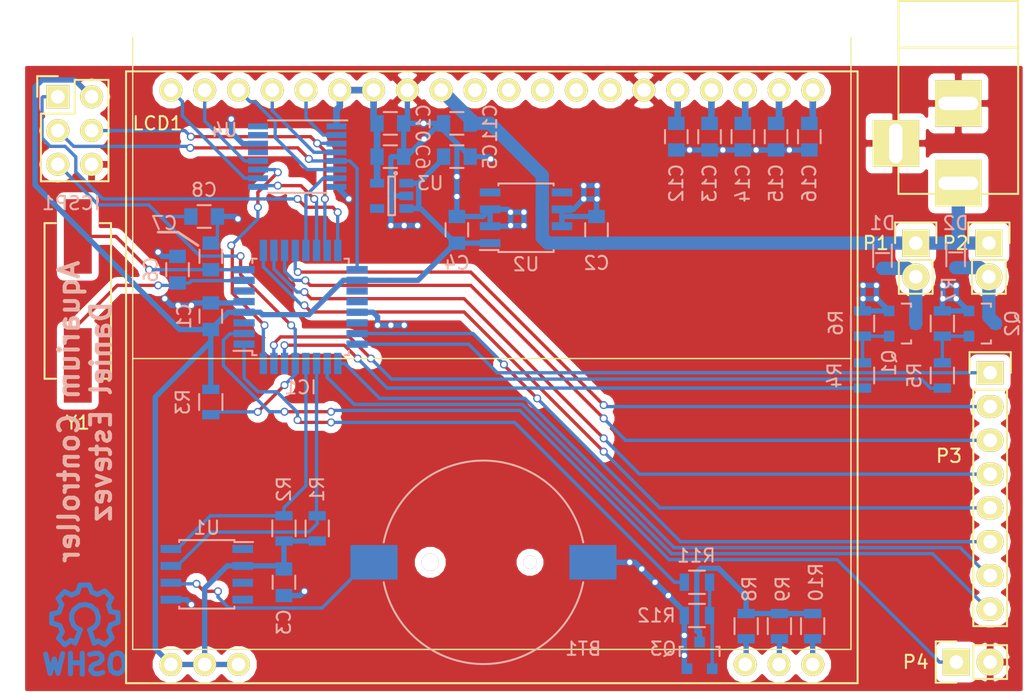
<source format=kicad_pcb>
(kicad_pcb (version 4) (host pcbnew no-vcs-found-product)

  (general
    (links 125)
    (no_connects 0)
    (area 105.605595 76.843979 190.63348 131.03582)
    (thickness 1.6)
    (drawings 7)
    (tracks 558)
    (zones 0)
    (modules 48)
    (nets 62)
  )

  (page A4)
  (title_block
    (title "Aquarium Controller")
    (date 2016-04-16)
    (rev A)
    (company "Daniel Estevez")
  )

  (layers
    (0 F.Cu signal)
    (31 B.Cu signal)
    (32 B.Adhes user)
    (33 F.Adhes user)
    (34 B.Paste user)
    (35 F.Paste user)
    (36 B.SilkS user)
    (37 F.SilkS user)
    (38 B.Mask user)
    (39 F.Mask user)
    (40 Dwgs.User user)
    (41 Cmts.User user)
    (42 Eco1.User user)
    (43 Eco2.User user)
    (44 Edge.Cuts user)
    (45 Margin user)
    (46 B.CrtYd user)
    (47 F.CrtYd user)
    (48 B.Fab user)
    (49 F.Fab user)
  )

  (setup
    (last_trace_width 0.25)
    (trace_clearance 0.2)
    (zone_clearance 0.508)
    (zone_45_only no)
    (trace_min 0.2)
    (segment_width 0.2)
    (edge_width 0.15)
    (via_size 0.6)
    (via_drill 0.4)
    (via_min_size 0.4)
    (via_min_drill 0.3)
    (uvia_size 0.3)
    (uvia_drill 0.1)
    (uvias_allowed no)
    (uvia_min_size 0)
    (uvia_min_drill 0)
    (pcb_text_width 0.3)
    (pcb_text_size 1.5 1.5)
    (mod_edge_width 0.15)
    (mod_text_size 1 1)
    (mod_text_width 0.15)
    (pad_size 1.524 1.524)
    (pad_drill 0.762)
    (pad_to_mask_clearance 0.2)
    (aux_axis_origin 0 0)
    (grid_origin 124.46 83.82)
    (visible_elements FFFFFF7F)
    (pcbplotparams
      (layerselection 0x020fc_80000001)
      (usegerberextensions true)
      (excludeedgelayer true)
      (linewidth 0.100000)
      (plotframeref false)
      (viasonmask false)
      (mode 1)
      (useauxorigin false)
      (hpglpennumber 1)
      (hpglpenspeed 20)
      (hpglpendiameter 15)
      (hpglpenoverlay 2)
      (psnegative false)
      (psa4output false)
      (plotreference true)
      (plotvalue true)
      (plotinvisibletext false)
      (padsonsilk false)
      (subtractmaskfromsilk false)
      (outputformat 1)
      (mirror false)
      (drillshape 0)
      (scaleselection 1)
      (outputdirectory /home/daniel/kicad-pcb/aquarium-controller/gerb/))
  )

  (net 0 "")
  (net 1 GND)
  (net 2 +12V)
  (net 3 /BACKLIGHT)
  (net 4 /1WIRE)
  (net 5 "Net-(IC1-Pad3)")
  (net 6 "Net-(IC1-Pad6)")
  (net 7 /ROW1)
  (net 8 /ROW2)
  (net 9 /ROW3)
  (net 10 /ROW4)
  (net 11 "Net-(IC1-Pad13)")
  (net 12 "Net-(IC1-Pad14)")
  (net 13 "Net-(IC1-Pad15)")
  (net 14 "Net-(IC1-Pad16)")
  (net 15 "Net-(IC1-Pad17)")
  (net 16 "Net-(IC1-Pad19)")
  (net 17 "Net-(IC1-Pad20)")
  (net 18 "Net-(IC1-Pad22)")
  (net 19 /COL4)
  (net 20 /COL3)
  (net 21 /COL2)
  (net 22 /COL1)
  (net 23 /HEATER)
  (net 24 /LIGHT)
  (net 25 "Net-(IC1-Pad32)")
  (net 26 "Net-(LCD1-Pad30)")
  (net 27 "Net-(LCD1-Pad29)")
  (net 28 "Net-(LCD1-Pad28)")
  (net 29 "Net-(LCD1-Pad27)")
  (net 30 "Net-(LCD1-Pad31)")
  (net 31 +3V3)
  (net 32 +5V)
  (net 33 /SDA)
  (net 34 /SCL)
  (net 35 "Net-(D1-Pad2)")
  (net 36 "Net-(C6-Pad1)")
  (net 37 "Net-(C7-Pad1)")
  (net 38 "Net-(C8-Pad1)")
  (net 39 "Net-(C12-Pad2)")
  (net 40 "Net-(C13-Pad2)")
  (net 41 "Net-(C14-Pad2)")
  (net 42 "Net-(C15-Pad2)")
  (net 43 "Net-(C16-Pad2)")
  (net 44 "Net-(D2-Pad2)")
  (net 45 "Net-(LCD1-Pad20)")
  (net 46 "Net-(LCD1-Pad19)")
  (net 47 "Net-(LCD1-Pad18)")
  (net 48 "Net-(Q1-Pad1)")
  (net 49 "Net-(Q2-Pad1)")
  (net 50 "Net-(Q3-Pad1)")
  (net 51 "Net-(Q3-Pad3)")
  (net 52 "Net-(U1-Pad1)")
  (net 53 "Net-(U1-Pad3)")
  (net 54 "Net-(U1-Pad4)")
  (net 55 "Net-(BT1-Pad1)")
  (net 56 "Net-(U4-Pad15)")
  (net 57 /LCDSI)
  (net 58 /LCDSCL)
  (net 59 /LCDA0)
  (net 60 /LCDRST)
  (net 61 /LCDCS1B)

  (net_class Default "This is the default net class."
    (clearance 0.2)
    (trace_width 0.25)
    (via_dia 0.6)
    (via_drill 0.4)
    (uvia_dia 0.3)
    (uvia_drill 0.1)
    (add_net /1WIRE)
    (add_net /BACKLIGHT)
    (add_net /COL1)
    (add_net /COL2)
    (add_net /COL3)
    (add_net /COL4)
    (add_net /HEATER)
    (add_net /LCDA0)
    (add_net /LCDCS1B)
    (add_net /LCDRST)
    (add_net /LCDSCL)
    (add_net /LCDSI)
    (add_net /LIGHT)
    (add_net /ROW1)
    (add_net /ROW2)
    (add_net /ROW3)
    (add_net /ROW4)
    (add_net /SCL)
    (add_net /SDA)
    (add_net "Net-(BT1-Pad1)")
    (add_net "Net-(C6-Pad1)")
    (add_net "Net-(C7-Pad1)")
    (add_net "Net-(C8-Pad1)")
    (add_net "Net-(IC1-Pad13)")
    (add_net "Net-(IC1-Pad14)")
    (add_net "Net-(IC1-Pad15)")
    (add_net "Net-(IC1-Pad16)")
    (add_net "Net-(IC1-Pad17)")
    (add_net "Net-(IC1-Pad19)")
    (add_net "Net-(IC1-Pad20)")
    (add_net "Net-(IC1-Pad22)")
    (add_net "Net-(IC1-Pad3)")
    (add_net "Net-(IC1-Pad32)")
    (add_net "Net-(IC1-Pad6)")
    (add_net "Net-(LCD1-Pad27)")
    (add_net "Net-(LCD1-Pad28)")
    (add_net "Net-(LCD1-Pad29)")
    (add_net "Net-(LCD1-Pad30)")
    (add_net "Net-(LCD1-Pad31)")
    (add_net "Net-(Q1-Pad1)")
    (add_net "Net-(Q2-Pad1)")
    (add_net "Net-(Q3-Pad1)")
    (add_net "Net-(U1-Pad1)")
    (add_net "Net-(U1-Pad3)")
    (add_net "Net-(U1-Pad4)")
    (add_net "Net-(U4-Pad15)")
  )

  (net_class +12V ""
    (clearance 0.2)
    (trace_width 1)
    (via_dia 0.6)
    (via_drill 0.4)
    (uvia_dia 0.3)
    (uvia_drill 0.1)
    (add_net +12V)
    (add_net "Net-(D1-Pad2)")
    (add_net "Net-(D2-Pad2)")
  )

  (net_class +3V3 ""
    (clearance 0.2)
    (trace_width 0.5)
    (via_dia 0.6)
    (via_drill 0.4)
    (uvia_dia 0.3)
    (uvia_drill 0.1)
    (add_net +3V3)
  )

  (net_class +5V ""
    (clearance 0.2)
    (trace_width 0.4)
    (via_dia 0.6)
    (via_drill 0.4)
    (uvia_dia 0.3)
    (uvia_drill 0.1)
    (add_net +5V)
  )

  (net_class GND ""
    (clearance 0.2)
    (trace_width 0.4)
    (via_dia 0.6)
    (via_drill 0.4)
    (uvia_dia 0.3)
    (uvia_drill 0.1)
    (add_net GND)
  )

  (net_class LCDCaps ""
    (clearance 0.2)
    (trace_width 0.5)
    (via_dia 0.6)
    (via_drill 0.4)
    (uvia_dia 0.3)
    (uvia_drill 0.1)
    (add_net "Net-(C12-Pad2)")
    (add_net "Net-(C13-Pad2)")
    (add_net "Net-(C14-Pad2)")
    (add_net "Net-(C15-Pad2)")
    (add_net "Net-(C16-Pad2)")
  )

  (net_class LCDLED ""
    (clearance 0.2)
    (trace_width 0.4)
    (via_dia 0.6)
    (via_drill 0.4)
    (uvia_dia 0.3)
    (uvia_drill 0.1)
    (add_net "Net-(LCD1-Pad18)")
    (add_net "Net-(LCD1-Pad19)")
    (add_net "Net-(LCD1-Pad20)")
    (add_net "Net-(Q3-Pad3)")
  )

  (module Housings_QFP:TQFP-32_7x7mm_Pitch0.8mm (layer B.Cu) (tedit 56DEDDCC) (tstamp 56DEBBC4)
    (at 134.21 100.12)
    (descr "32-Lead Plastic Thin Quad Flatpack (PT) - 7x7x1.0 mm Body, 2.00 mm [TQFP] (see Microchip Packaging Specification 00000049BS.pdf)")
    (tags "QFP 0.8")
    (path /56CDB9E3)
    (attr smd)
    (fp_text reference IC1 (at 0 6.05) (layer B.SilkS)
      (effects (font (size 1 1) (thickness 0.15)) (justify mirror))
    )
    (fp_text value ATMEGA328PB (at 0 -6.05) (layer B.Fab) hide
      (effects (font (size 1 1) (thickness 0.15)) (justify mirror))
    )
    (fp_line (start -5.3 5.3) (end -5.3 -5.3) (layer B.CrtYd) (width 0.05))
    (fp_line (start 5.3 5.3) (end 5.3 -5.3) (layer B.CrtYd) (width 0.05))
    (fp_line (start -5.3 5.3) (end 5.3 5.3) (layer B.CrtYd) (width 0.05))
    (fp_line (start -5.3 -5.3) (end 5.3 -5.3) (layer B.CrtYd) (width 0.05))
    (fp_line (start -3.625 3.625) (end -3.625 3.3) (layer B.SilkS) (width 0.15))
    (fp_line (start 3.625 3.625) (end 3.625 3.3) (layer B.SilkS) (width 0.15))
    (fp_line (start 3.625 -3.625) (end 3.625 -3.3) (layer B.SilkS) (width 0.15))
    (fp_line (start -3.625 -3.625) (end -3.625 -3.3) (layer B.SilkS) (width 0.15))
    (fp_line (start -3.625 3.625) (end -3.3 3.625) (layer B.SilkS) (width 0.15))
    (fp_line (start -3.625 -3.625) (end -3.3 -3.625) (layer B.SilkS) (width 0.15))
    (fp_line (start 3.625 -3.625) (end 3.3 -3.625) (layer B.SilkS) (width 0.15))
    (fp_line (start 3.625 3.625) (end 3.3 3.625) (layer B.SilkS) (width 0.15))
    (fp_line (start -3.625 3.3) (end -5.05 3.3) (layer B.SilkS) (width 0.15))
    (pad 1 smd rect (at -4.25 2.8) (size 1.6 0.55) (layers B.Cu B.Paste B.Mask)
      (net 3 /BACKLIGHT))
    (pad 2 smd rect (at -4.25 2) (size 1.6 0.55) (layers B.Cu B.Paste B.Mask)
      (net 4 /1WIRE))
    (pad 3 smd rect (at -4.25 1.2) (size 1.6 0.55) (layers B.Cu B.Paste B.Mask)
      (net 5 "Net-(IC1-Pad3)"))
    (pad 4 smd rect (at -4.25 0.4) (size 1.6 0.55) (layers B.Cu B.Paste B.Mask)
      (net 32 +5V))
    (pad 5 smd rect (at -4.25 -0.4) (size 1.6 0.55) (layers B.Cu B.Paste B.Mask)
      (net 1 GND))
    (pad 6 smd rect (at -4.25 -1.2) (size 1.6 0.55) (layers B.Cu B.Paste B.Mask)
      (net 6 "Net-(IC1-Pad6)"))
    (pad 7 smd rect (at -4.25 -2) (size 1.6 0.55) (layers B.Cu B.Paste B.Mask)
      (net 36 "Net-(C6-Pad1)"))
    (pad 8 smd rect (at -4.25 -2.8) (size 1.6 0.55) (layers B.Cu B.Paste B.Mask)
      (net 37 "Net-(C7-Pad1)"))
    (pad 9 smd rect (at -2.8 -4.25 270) (size 1.6 0.55) (layers B.Cu B.Paste B.Mask)
      (net 19 /COL4))
    (pad 10 smd rect (at -2 -4.25 270) (size 1.6 0.55) (layers B.Cu B.Paste B.Mask)
      (net 7 /ROW1))
    (pad 11 smd rect (at -1.2 -4.25 270) (size 1.6 0.55) (layers B.Cu B.Paste B.Mask)
      (net 8 /ROW2))
    (pad 12 smd rect (at -0.4 -4.25 270) (size 1.6 0.55) (layers B.Cu B.Paste B.Mask)
      (net 9 /ROW3))
    (pad 13 smd rect (at 0.4 -4.25 270) (size 1.6 0.55) (layers B.Cu B.Paste B.Mask)
      (net 11 "Net-(IC1-Pad13)"))
    (pad 14 smd rect (at 1.2 -4.25 270) (size 1.6 0.55) (layers B.Cu B.Paste B.Mask)
      (net 12 "Net-(IC1-Pad14)"))
    (pad 15 smd rect (at 2 -4.25 270) (size 1.6 0.55) (layers B.Cu B.Paste B.Mask)
      (net 13 "Net-(IC1-Pad15)"))
    (pad 16 smd rect (at 2.8 -4.25 270) (size 1.6 0.55) (layers B.Cu B.Paste B.Mask)
      (net 14 "Net-(IC1-Pad16)"))
    (pad 17 smd rect (at 4.25 -2.8) (size 1.6 0.55) (layers B.Cu B.Paste B.Mask)
      (net 15 "Net-(IC1-Pad17)"))
    (pad 18 smd rect (at 4.25 -2) (size 1.6 0.55) (layers B.Cu B.Paste B.Mask)
      (net 32 +5V))
    (pad 19 smd rect (at 4.25 -1.2) (size 1.6 0.55) (layers B.Cu B.Paste B.Mask)
      (net 16 "Net-(IC1-Pad19)"))
    (pad 20 smd rect (at 4.25 -0.4) (size 1.6 0.55) (layers B.Cu B.Paste B.Mask)
      (net 17 "Net-(IC1-Pad20)"))
    (pad 21 smd rect (at 4.25 0.4) (size 1.6 0.55) (layers B.Cu B.Paste B.Mask)
      (net 1 GND))
    (pad 22 smd rect (at 4.25 1.2) (size 1.6 0.55) (layers B.Cu B.Paste B.Mask)
      (net 18 "Net-(IC1-Pad22)"))
    (pad 23 smd rect (at 4.25 2) (size 1.6 0.55) (layers B.Cu B.Paste B.Mask)
      (net 20 /COL3))
    (pad 24 smd rect (at 4.25 2.8) (size 1.6 0.55) (layers B.Cu B.Paste B.Mask)
      (net 10 /ROW4))
    (pad 25 smd rect (at 2.8 4.25 270) (size 1.6 0.55) (layers B.Cu B.Paste B.Mask)
      (net 21 /COL2))
    (pad 26 smd rect (at 2 4.25 270) (size 1.6 0.55) (layers B.Cu B.Paste B.Mask)
      (net 22 /COL1))
    (pad 27 smd rect (at 1.2 4.25 270) (size 1.6 0.55) (layers B.Cu B.Paste B.Mask)
      (net 33 /SDA))
    (pad 28 smd rect (at 0.4 4.25 270) (size 1.6 0.55) (layers B.Cu B.Paste B.Mask)
      (net 34 /SCL))
    (pad 29 smd rect (at -0.4 4.25 270) (size 1.6 0.55) (layers B.Cu B.Paste B.Mask)
      (net 38 "Net-(C8-Pad1)"))
    (pad 30 smd rect (at -1.2 4.25 270) (size 1.6 0.55) (layers B.Cu B.Paste B.Mask)
      (net 23 /HEATER))
    (pad 31 smd rect (at -2 4.25 270) (size 1.6 0.55) (layers B.Cu B.Paste B.Mask)
      (net 24 /LIGHT))
    (pad 32 smd rect (at -2.8 4.25 270) (size 1.6 0.55) (layers B.Cu B.Paste B.Mask)
      (net 25 "Net-(IC1-Pad32)"))
    (model Housings_QFP.3dshapes/TQFP-32_7x7mm_Pitch0.8mm.wrl
      (at (xyz 0 0 0))
      (scale (xyz 1 1 1))
      (rotate (xyz 0 0 0))
    )
  )

  (module LED55X46:LED55X46 (layer F.Cu) (tedit 56DED9D4) (tstamp 56DEB656)
    (at 148.59 105.41)
    (path /56CF07C9)
    (fp_text reference LCD1 (at -25.13 -19.09) (layer F.SilkS)
      (effects (font (size 1 1) (thickness 0.15)))
    )
    (fp_text value DOGM128-6 (at 0 21.59) (layer F.Fab)
      (effects (font (size 1 1) (thickness 0.15)))
    )
    (fp_line (start -27.5 23) (end -27.5 -23) (layer F.SilkS) (width 0.15))
    (fp_line (start 27.5 23) (end -27.5 23) (layer F.SilkS) (width 0.15))
    (fp_line (start 27.5 -23) (end 27.5 23) (layer F.SilkS) (width 0.15))
    (fp_line (start -27.5 -23) (end 27.5 -23) (layer F.SilkS) (width 0.15))
    (fp_line (start -27 20.46) (end -27 -25.54) (layer F.SilkS) (width 0))
    (fp_line (start 27 20.46) (end -27 20.46) (layer F.SilkS) (width 0))
    (fp_line (start 27 -25.54) (end 27 20.46) (layer F.SilkS) (width 0))
    (fp_line (start -27 -1.41) (end 27 -1.41) (layer F.SilkS) (width 0))
    (pad 30 thru_hole circle (at 1.27 -21.59) (size 1.7272 1.7272) (drill 1.016) (layers *.Cu *.Mask F.SilkS)
      (net 26 "Net-(LCD1-Pad30)"))
    (pad 29 thru_hole circle (at 3.81 -21.59) (size 1.7272 1.7272) (drill 1.016) (layers *.Cu *.Mask F.SilkS)
      (net 27 "Net-(LCD1-Pad29)"))
    (pad 28 thru_hole circle (at 6.35 -21.59) (size 1.7272 1.7272) (drill 1.016) (layers *.Cu *.Mask F.SilkS)
      (net 28 "Net-(LCD1-Pad28)"))
    (pad 27 thru_hole circle (at 8.89 -21.59) (size 1.7272 1.7272) (drill 1.016) (layers *.Cu *.Mask F.SilkS)
      (net 29 "Net-(LCD1-Pad27)"))
    (pad 26 thru_hole circle (at 11.43 -21.59) (size 1.7272 1.7272) (drill 1.016) (layers *.Cu *.Mask F.SilkS)
      (net 1 GND))
    (pad 25 thru_hole circle (at 13.97 -21.59) (size 1.7272 1.7272) (drill 1.016) (layers *.Cu *.Mask F.SilkS)
      (net 39 "Net-(C12-Pad2)"))
    (pad 24 thru_hole circle (at 16.51 -21.59) (size 1.7272 1.7272) (drill 1.016) (layers *.Cu *.Mask F.SilkS)
      (net 40 "Net-(C13-Pad2)"))
    (pad 23 thru_hole circle (at 19.05 -21.59) (size 1.7272 1.7272) (drill 1.016) (layers *.Cu *.Mask F.SilkS)
      (net 41 "Net-(C14-Pad2)"))
    (pad 22 thru_hole circle (at 21.59 -21.59) (size 1.7272 1.7272) (drill 1.016) (layers *.Cu *.Mask F.SilkS)
      (net 42 "Net-(C15-Pad2)"))
    (pad 21 thru_hole circle (at 24.13 -21.59) (size 1.7272 1.7272) (drill 1.016) (layers *.Cu *.Mask F.SilkS)
      (net 43 "Net-(C16-Pad2)"))
    (pad 31 thru_hole circle (at -1.27 -21.59) (size 1.7272 1.7272) (drill 1.016) (layers *.Cu *.Mask F.SilkS)
      (net 30 "Net-(LCD1-Pad31)"))
    (pad 32 thru_hole circle (at -3.81 -21.59) (size 1.7272 1.7272) (drill 1.016) (layers *.Cu *.Mask F.SilkS)
      (net 2 +12V))
    (pad 33 thru_hole circle (at -6.35 -21.59) (size 1.7272 1.7272) (drill 1.016) (layers *.Cu *.Mask F.SilkS)
      (net 1 GND))
    (pad 34 thru_hole circle (at -8.89 -21.59) (size 1.7272 1.7272) (drill 1.016) (layers *.Cu *.Mask F.SilkS)
      (net 31 +3V3))
    (pad 35 thru_hole circle (at -11.43 -21.59) (size 1.7272 1.7272) (drill 1.016) (layers *.Cu *.Mask F.SilkS)
      (net 31 +3V3))
    (pad 36 thru_hole circle (at -13.97 -21.59) (size 1.7272 1.7272) (drill 1.016) (layers *.Cu *.Mask F.SilkS)
      (net 57 /LCDSI))
    (pad 37 thru_hole circle (at -16.51 -21.59) (size 1.7272 1.7272) (drill 1.016) (layers *.Cu *.Mask F.SilkS)
      (net 58 /LCDSCL))
    (pad 38 thru_hole circle (at -19.05 -21.59) (size 1.7272 1.7272) (drill 1.016) (layers *.Cu *.Mask F.SilkS)
      (net 59 /LCDA0))
    (pad 39 thru_hole circle (at -21.59 -21.59) (size 1.7272 1.7272) (drill 1.016) (layers *.Cu *.Mask F.SilkS)
      (net 60 /LCDRST))
    (pad 40 thru_hole circle (at -24.13 -21.59) (size 1.7272 1.7272) (drill 1.016) (layers *.Cu *.Mask F.SilkS)
      (net 61 /LCDCS1B))
    (pad 1 thru_hole circle (at -24.13 21.59) (size 1.7272 1.7272) (drill 1.016) (layers *.Cu *.Mask F.SilkS)
      (net 32 +5V))
    (pad 2 thru_hole circle (at -21.59 21.59) (size 1.7272 1.7272) (drill 1.016) (layers *.Cu *.Mask F.SilkS)
      (net 32 +5V))
    (pad 3 thru_hole circle (at -19.05 21.59) (size 1.7272 1.7272) (drill 1.016) (layers *.Cu *.Mask F.SilkS)
      (net 32 +5V))
    (pad 20 thru_hole circle (at 24.13 21.59) (size 1.7272 1.7272) (drill 1.016) (layers *.Cu *.Mask F.SilkS)
      (net 45 "Net-(LCD1-Pad20)"))
    (pad 19 thru_hole circle (at 21.59 21.59) (size 1.7272 1.7272) (drill 1.016) (layers *.Cu *.Mask F.SilkS)
      (net 46 "Net-(LCD1-Pad19)"))
    (pad 18 thru_hole circle (at 19.05 21.59) (size 1.7272 1.7272) (drill 1.016) (layers *.Cu *.Mask F.SilkS)
      (net 47 "Net-(LCD1-Pad18)"))
  )

  (module Crystals:Crystal_HC49-SD_SMD (layer F.Cu) (tedit 0) (tstamp 56D342A3)
    (at 117.46 99.66886 270)
    (descr "Crystal, Quarz, HC49-SD, SMD,")
    (tags "Crystal, Quarz, HC49-SD, SMD,")
    (path /56CDBA92)
    (attr smd)
    (fp_text reference Y1 (at 9.15114 0 360) (layer F.SilkS)
      (effects (font (size 1 1) (thickness 0.15)))
    )
    (fp_text value 16MHz (at -0.34886 2 450) (layer F.Fab)
      (effects (font (size 1 1) (thickness 0.15)))
    )
    (fp_circle (center 0 0) (end 0.8509 0) (layer F.Adhes) (width 0.381))
    (fp_circle (center 0 0) (end 0.50038 0) (layer F.Adhes) (width 0.381))
    (fp_circle (center 0 0) (end 0.14986 0.0508) (layer F.Adhes) (width 0.381))
    (fp_line (start -5.84962 2.49936) (end 5.84962 2.49936) (layer F.SilkS) (width 0.15))
    (fp_line (start 5.84962 -2.49936) (end -5.84962 -2.49936) (layer F.SilkS) (width 0.15))
    (fp_line (start 5.84962 2.49936) (end 5.84962 1.651) (layer F.SilkS) (width 0.15))
    (fp_line (start 5.84962 -2.49936) (end 5.84962 -1.651) (layer F.SilkS) (width 0.15))
    (fp_line (start -5.84962 2.49936) (end -5.84962 1.651) (layer F.SilkS) (width 0.15))
    (fp_line (start -5.84962 -2.49936) (end -5.84962 -1.651) (layer F.SilkS) (width 0.15))
    (pad 1 smd rect (at -4.84886 0 270) (size 5.6007 2.10058) (layers F.Cu F.Paste F.Mask)
      (net 37 "Net-(C7-Pad1)"))
    (pad 2 smd rect (at 4.84886 0 270) (size 5.6007 2.10058) (layers F.Cu F.Paste F.Mask)
      (net 36 "Net-(C6-Pad1)"))
  )

  (module Housings_SSOP:TSSOP-16_4.4x5mm_Pitch0.65mm (layer B.Cu) (tedit 54130A77) (tstamp 56D361AE)
    (at 133.96 88.82 180)
    (descr "16-Lead Plastic Thin Shrink Small Outline (ST)-4.4 mm Body [TSSOP] (see Microchip Packaging Specification 00000049BS.pdf)")
    (tags "SSOP 0.65")
    (path /56CF1679)
    (attr smd)
    (fp_text reference U4 (at 5.5 2 180) (layer B.SilkS)
      (effects (font (size 1 1) (thickness 0.15)) (justify mirror))
    )
    (fp_text value 4050 (at 0 0 180) (layer B.Fab)
      (effects (font (size 1 1) (thickness 0.15)) (justify mirror))
    )
    (fp_line (start -3.95 2.8) (end -3.95 -2.8) (layer B.CrtYd) (width 0.05))
    (fp_line (start 3.95 2.8) (end 3.95 -2.8) (layer B.CrtYd) (width 0.05))
    (fp_line (start -3.95 2.8) (end 3.95 2.8) (layer B.CrtYd) (width 0.05))
    (fp_line (start -3.95 -2.8) (end 3.95 -2.8) (layer B.CrtYd) (width 0.05))
    (fp_line (start -2.2 -2.725) (end 2.2 -2.725) (layer B.SilkS) (width 0.15))
    (fp_line (start -3.775 2.725) (end 2.2 2.725) (layer B.SilkS) (width 0.15))
    (pad 1 smd rect (at -2.95 2.275 180) (size 1.5 0.45) (layers B.Cu B.Paste B.Mask)
      (net 31 +3V3))
    (pad 2 smd rect (at -2.95 1.625 180) (size 1.5 0.45) (layers B.Cu B.Paste B.Mask)
      (net 57 /LCDSI))
    (pad 3 smd rect (at -2.95 0.975 180) (size 1.5 0.45) (layers B.Cu B.Paste B.Mask)
      (net 13 "Net-(IC1-Pad15)"))
    (pad 4 smd rect (at -2.95 0.325 180) (size 1.5 0.45) (layers B.Cu B.Paste B.Mask)
      (net 58 /LCDSCL))
    (pad 5 smd rect (at -2.95 -0.325 180) (size 1.5 0.45) (layers B.Cu B.Paste B.Mask)
      (net 15 "Net-(IC1-Pad17)"))
    (pad 6 smd rect (at -2.95 -0.975 180) (size 1.5 0.45) (layers B.Cu B.Paste B.Mask)
      (net 59 /LCDA0))
    (pad 7 smd rect (at -2.95 -1.625 180) (size 1.5 0.45) (layers B.Cu B.Paste B.Mask)
      (net 11 "Net-(IC1-Pad13)"))
    (pad 8 smd rect (at -2.95 -2.275 180) (size 1.5 0.45) (layers B.Cu B.Paste B.Mask)
      (net 1 GND))
    (pad 9 smd rect (at 2.95 -2.275 180) (size 1.5 0.45) (layers B.Cu B.Paste B.Mask)
      (net 12 "Net-(IC1-Pad14)"))
    (pad 10 smd rect (at 2.95 -1.625 180) (size 1.5 0.45) (layers B.Cu B.Paste B.Mask)
      (net 61 /LCDCS1B))
    (pad 11 smd rect (at 2.95 -0.975 180) (size 1.5 0.45) (layers B.Cu B.Paste B.Mask)
      (net 25 "Net-(IC1-Pad32)"))
    (pad 12 smd rect (at 2.95 -0.325 180) (size 1.5 0.45) (layers B.Cu B.Paste B.Mask)
      (net 60 /LCDRST))
    (pad 13 smd rect (at 2.95 0.325 180) (size 1.5 0.45) (layers B.Cu B.Paste B.Mask))
    (pad 14 smd rect (at 2.95 0.975 180) (size 1.5 0.45) (layers B.Cu B.Paste B.Mask)
      (net 1 GND))
    (pad 15 smd rect (at 2.95 1.625 180) (size 1.5 0.45) (layers B.Cu B.Paste B.Mask)
      (net 56 "Net-(U4-Pad15)"))
    (pad 16 smd rect (at 2.95 2.275 180) (size 1.5 0.45) (layers B.Cu B.Paste B.Mask))
    (model Housings_SSOP.3dshapes/TSSOP-16_4.4x5mm_Pitch0.65mm.wrl
      (at (xyz 0 0 0))
      (scale (xyz 1 1 1))
      (rotate (xyz 0 0 0))
    )
  )

  (module Capacitors_SMD:C_0805 (layer B.Cu) (tedit 5415D6EA) (tstamp 56D340C2)
    (at 127.46 100.82 90)
    (descr "Capacitor SMD 0805, reflow soldering, AVX (see smccp.pdf)")
    (tags "capacitor 0805")
    (path /56CE52DB)
    (attr smd)
    (fp_text reference C1 (at 0 -2 90) (layer B.SilkS)
      (effects (font (size 1 1) (thickness 0.15)) (justify mirror))
    )
    (fp_text value 100n (at -3 -2 90) (layer B.Fab)
      (effects (font (size 1 1) (thickness 0.15)) (justify mirror))
    )
    (fp_line (start -1.8 1) (end 1.8 1) (layer B.CrtYd) (width 0.05))
    (fp_line (start -1.8 -1) (end 1.8 -1) (layer B.CrtYd) (width 0.05))
    (fp_line (start -1.8 1) (end -1.8 -1) (layer B.CrtYd) (width 0.05))
    (fp_line (start 1.8 1) (end 1.8 -1) (layer B.CrtYd) (width 0.05))
    (fp_line (start 0.5 0.85) (end -0.5 0.85) (layer B.SilkS) (width 0.15))
    (fp_line (start -0.5 -0.85) (end 0.5 -0.85) (layer B.SilkS) (width 0.15))
    (pad 1 smd rect (at -1 0 90) (size 1 1.25) (layers B.Cu B.Paste B.Mask)
      (net 32 +5V))
    (pad 2 smd rect (at 1 0 90) (size 1 1.25) (layers B.Cu B.Paste B.Mask)
      (net 1 GND))
    (model Capacitors_SMD.3dshapes/C_0805.wrl
      (at (xyz 0 0 0))
      (scale (xyz 1 1 1))
      (rotate (xyz 0 0 0))
    )
  )

  (module Capacitors_SMD:C_0805 (layer B.Cu) (tedit 5415D6EA) (tstamp 56D340C8)
    (at 156.46 94.32 90)
    (descr "Capacitor SMD 0805, reflow soldering, AVX (see smccp.pdf)")
    (tags "capacitor 0805")
    (path /56D440B8)
    (attr smd)
    (fp_text reference C2 (at -2.5 0 180) (layer B.SilkS)
      (effects (font (size 1 1) (thickness 0.15)) (justify mirror))
    )
    (fp_text value 330n (at 0 -2.1 90) (layer B.Fab)
      (effects (font (size 1 1) (thickness 0.15)) (justify mirror))
    )
    (fp_line (start -1.8 1) (end 1.8 1) (layer B.CrtYd) (width 0.05))
    (fp_line (start -1.8 -1) (end 1.8 -1) (layer B.CrtYd) (width 0.05))
    (fp_line (start -1.8 1) (end -1.8 -1) (layer B.CrtYd) (width 0.05))
    (fp_line (start 1.8 1) (end 1.8 -1) (layer B.CrtYd) (width 0.05))
    (fp_line (start 0.5 0.85) (end -0.5 0.85) (layer B.SilkS) (width 0.15))
    (fp_line (start -0.5 -0.85) (end 0.5 -0.85) (layer B.SilkS) (width 0.15))
    (pad 1 smd rect (at -1 0 90) (size 1 1.25) (layers B.Cu B.Paste B.Mask)
      (net 2 +12V))
    (pad 2 smd rect (at 1 0 90) (size 1 1.25) (layers B.Cu B.Paste B.Mask)
      (net 1 GND))
    (model Capacitors_SMD.3dshapes/C_0805.wrl
      (at (xyz 0 0 0))
      (scale (xyz 1 1 1))
      (rotate (xyz 0 0 0))
    )
  )

  (module Capacitors_SMD:C_0805 (layer B.Cu) (tedit 5415D6EA) (tstamp 56D340CE)
    (at 132.96 120.82 90)
    (descr "Capacitor SMD 0805, reflow soldering, AVX (see smccp.pdf)")
    (tags "capacitor 0805")
    (path /56D4DBE1)
    (attr smd)
    (fp_text reference C3 (at -3 0 90) (layer B.SilkS)
      (effects (font (size 1 1) (thickness 0.15)) (justify mirror))
    )
    (fp_text value 100n (at -3.5 2 270) (layer B.Fab)
      (effects (font (size 1 1) (thickness 0.15)) (justify mirror))
    )
    (fp_line (start -1.8 1) (end 1.8 1) (layer B.CrtYd) (width 0.05))
    (fp_line (start -1.8 -1) (end 1.8 -1) (layer B.CrtYd) (width 0.05))
    (fp_line (start -1.8 1) (end -1.8 -1) (layer B.CrtYd) (width 0.05))
    (fp_line (start 1.8 1) (end 1.8 -1) (layer B.CrtYd) (width 0.05))
    (fp_line (start 0.5 0.85) (end -0.5 0.85) (layer B.SilkS) (width 0.15))
    (fp_line (start -0.5 -0.85) (end 0.5 -0.85) (layer B.SilkS) (width 0.15))
    (pad 1 smd rect (at -1 0 90) (size 1 1.25) (layers B.Cu B.Paste B.Mask)
      (net 1 GND))
    (pad 2 smd rect (at 1 0 90) (size 1 1.25) (layers B.Cu B.Paste B.Mask)
      (net 32 +5V))
    (model Capacitors_SMD.3dshapes/C_0805.wrl
      (at (xyz 0 0 0))
      (scale (xyz 1 1 1))
      (rotate (xyz 0 0 0))
    )
  )

  (module Capacitors_SMD:C_0805 (layer B.Cu) (tedit 5415D6EA) (tstamp 56D340D4)
    (at 145.96 94.32 90)
    (descr "Capacitor SMD 0805, reflow soldering, AVX (see smccp.pdf)")
    (tags "capacitor 0805")
    (path /56D44123)
    (attr smd)
    (fp_text reference C4 (at -2.5 0 180) (layer B.SilkS)
      (effects (font (size 1 1) (thickness 0.15)) (justify mirror))
    )
    (fp_text value 100n (at 0 -2.1 90) (layer B.Fab)
      (effects (font (size 1 1) (thickness 0.15)) (justify mirror))
    )
    (fp_line (start -1.8 1) (end 1.8 1) (layer B.CrtYd) (width 0.05))
    (fp_line (start -1.8 -1) (end 1.8 -1) (layer B.CrtYd) (width 0.05))
    (fp_line (start -1.8 1) (end -1.8 -1) (layer B.CrtYd) (width 0.05))
    (fp_line (start 1.8 1) (end 1.8 -1) (layer B.CrtYd) (width 0.05))
    (fp_line (start 0.5 0.85) (end -0.5 0.85) (layer B.SilkS) (width 0.15))
    (fp_line (start -0.5 -0.85) (end 0.5 -0.85) (layer B.SilkS) (width 0.15))
    (pad 1 smd rect (at -1 0 90) (size 1 1.25) (layers B.Cu B.Paste B.Mask)
      (net 32 +5V))
    (pad 2 smd rect (at 1 0 90) (size 1 1.25) (layers B.Cu B.Paste B.Mask)
      (net 1 GND))
    (model Capacitors_SMD.3dshapes/C_0805.wrl
      (at (xyz 0 0 0))
      (scale (xyz 1 1 1))
      (rotate (xyz 0 0 0))
    )
  )

  (module Capacitors_SMD:C_0805 (layer B.Cu) (tedit 5415D6EA) (tstamp 56D340DA)
    (at 145.96 88.82)
    (descr "Capacitor SMD 0805, reflow soldering, AVX (see smccp.pdf)")
    (tags "capacitor 0805")
    (path /56D56987)
    (attr smd)
    (fp_text reference C5 (at 2.5 0 90) (layer B.SilkS)
      (effects (font (size 1 1) (thickness 0.15)) (justify mirror))
    )
    (fp_text value 1u (at 4 -2.5 90) (layer B.Fab)
      (effects (font (size 1 1) (thickness 0.15)) (justify mirror))
    )
    (fp_line (start -1.8 1) (end 1.8 1) (layer B.CrtYd) (width 0.05))
    (fp_line (start -1.8 -1) (end 1.8 -1) (layer B.CrtYd) (width 0.05))
    (fp_line (start -1.8 1) (end -1.8 -1) (layer B.CrtYd) (width 0.05))
    (fp_line (start 1.8 1) (end 1.8 -1) (layer B.CrtYd) (width 0.05))
    (fp_line (start 0.5 0.85) (end -0.5 0.85) (layer B.SilkS) (width 0.15))
    (fp_line (start -0.5 -0.85) (end 0.5 -0.85) (layer B.SilkS) (width 0.15))
    (pad 1 smd rect (at -1 0) (size 1 1.25) (layers B.Cu B.Paste B.Mask)
      (net 32 +5V))
    (pad 2 smd rect (at 1 0) (size 1 1.25) (layers B.Cu B.Paste B.Mask)
      (net 1 GND))
    (model Capacitors_SMD.3dshapes/C_0805.wrl
      (at (xyz 0 0 0))
      (scale (xyz 1 1 1))
      (rotate (xyz 0 0 0))
    )
  )

  (module Capacitors_SMD:C_0805 (layer B.Cu) (tedit 5415D6EA) (tstamp 56D340E0)
    (at 124.96 97.32 90)
    (descr "Capacitor SMD 0805, reflow soldering, AVX (see smccp.pdf)")
    (tags "capacitor 0805")
    (path /56CDBCE8)
    (attr smd)
    (fp_text reference C6 (at 0 -2 90) (layer B.SilkS)
      (effects (font (size 1 1) (thickness 0.15)) (justify mirror))
    )
    (fp_text value 22p (at -2.5 -2.1 90) (layer B.Fab)
      (effects (font (size 1 1) (thickness 0.15)) (justify mirror))
    )
    (fp_line (start -1.8 1) (end 1.8 1) (layer B.CrtYd) (width 0.05))
    (fp_line (start -1.8 -1) (end 1.8 -1) (layer B.CrtYd) (width 0.05))
    (fp_line (start -1.8 1) (end -1.8 -1) (layer B.CrtYd) (width 0.05))
    (fp_line (start 1.8 1) (end 1.8 -1) (layer B.CrtYd) (width 0.05))
    (fp_line (start 0.5 0.85) (end -0.5 0.85) (layer B.SilkS) (width 0.15))
    (fp_line (start -0.5 -0.85) (end 0.5 -0.85) (layer B.SilkS) (width 0.15))
    (pad 1 smd rect (at -1 0 90) (size 1 1.25) (layers B.Cu B.Paste B.Mask)
      (net 36 "Net-(C6-Pad1)"))
    (pad 2 smd rect (at 1 0 90) (size 1 1.25) (layers B.Cu B.Paste B.Mask)
      (net 1 GND))
    (model Capacitors_SMD.3dshapes/C_0805.wrl
      (at (xyz 0 0 0))
      (scale (xyz 1 1 1))
      (rotate (xyz 0 0 0))
    )
  )

  (module Capacitors_SMD:C_0805 (layer B.Cu) (tedit 5415D6EA) (tstamp 56D340E6)
    (at 127.46 96.32 90)
    (descr "Capacitor SMD 0805, reflow soldering, AVX (see smccp.pdf)")
    (tags "capacitor 0805")
    (path /56CDBD84)
    (attr smd)
    (fp_text reference C7 (at 2.5 -3.5 180) (layer B.SilkS)
      (effects (font (size 1 1) (thickness 0.15)) (justify mirror))
    )
    (fp_text value 22p (at 2.5 -6 180) (layer B.Fab)
      (effects (font (size 1 1) (thickness 0.15)) (justify mirror))
    )
    (fp_line (start -1.8 1) (end 1.8 1) (layer B.CrtYd) (width 0.05))
    (fp_line (start -1.8 -1) (end 1.8 -1) (layer B.CrtYd) (width 0.05))
    (fp_line (start -1.8 1) (end -1.8 -1) (layer B.CrtYd) (width 0.05))
    (fp_line (start 1.8 1) (end 1.8 -1) (layer B.CrtYd) (width 0.05))
    (fp_line (start 0.5 0.85) (end -0.5 0.85) (layer B.SilkS) (width 0.15))
    (fp_line (start -0.5 -0.85) (end 0.5 -0.85) (layer B.SilkS) (width 0.15))
    (pad 1 smd rect (at -1 0 90) (size 1 1.25) (layers B.Cu B.Paste B.Mask)
      (net 37 "Net-(C7-Pad1)"))
    (pad 2 smd rect (at 1 0 90) (size 1 1.25) (layers B.Cu B.Paste B.Mask)
      (net 1 GND))
    (model Capacitors_SMD.3dshapes/C_0805.wrl
      (at (xyz 0 0 0))
      (scale (xyz 1 1 1))
      (rotate (xyz 0 0 0))
    )
  )

  (module Capacitors_SMD:C_0805 (layer B.Cu) (tedit 5415D6EA) (tstamp 56D340EC)
    (at 126.96 93.32)
    (descr "Capacitor SMD 0805, reflow soldering, AVX (see smccp.pdf)")
    (tags "capacitor 0805")
    (path /56CE593A)
    (attr smd)
    (fp_text reference C8 (at 0 -2) (layer B.SilkS)
      (effects (font (size 1 1) (thickness 0.15)) (justify mirror))
    )
    (fp_text value 100n (at -3 -2.1) (layer B.Fab)
      (effects (font (size 1 1) (thickness 0.15)) (justify mirror))
    )
    (fp_line (start -1.8 1) (end 1.8 1) (layer B.CrtYd) (width 0.05))
    (fp_line (start -1.8 -1) (end 1.8 -1) (layer B.CrtYd) (width 0.05))
    (fp_line (start -1.8 1) (end -1.8 -1) (layer B.CrtYd) (width 0.05))
    (fp_line (start 1.8 1) (end 1.8 -1) (layer B.CrtYd) (width 0.05))
    (fp_line (start 0.5 0.85) (end -0.5 0.85) (layer B.SilkS) (width 0.15))
    (fp_line (start -0.5 -0.85) (end 0.5 -0.85) (layer B.SilkS) (width 0.15))
    (pad 1 smd rect (at -1 0) (size 1 1.25) (layers B.Cu B.Paste B.Mask)
      (net 38 "Net-(C8-Pad1)"))
    (pad 2 smd rect (at 1 0) (size 1 1.25) (layers B.Cu B.Paste B.Mask)
      (net 1 GND))
    (model Capacitors_SMD.3dshapes/C_0805.wrl
      (at (xyz 0 0 0))
      (scale (xyz 1 1 1))
      (rotate (xyz 0 0 0))
    )
  )

  (module Capacitors_SMD:C_0805 (layer B.Cu) (tedit 56DEDB26) (tstamp 56D340F2)
    (at 140.96 88.82)
    (descr "Capacitor SMD 0805, reflow soldering, AVX (see smccp.pdf)")
    (tags "capacitor 0805")
    (path /56D5765E)
    (attr smd)
    (fp_text reference C9 (at 2.5 0 90) (layer B.SilkS)
      (effects (font (size 1 1) (thickness 0.125)) (justify mirror))
    )
    (fp_text value 1u (at -2.5 0 90) (layer B.Fab)
      (effects (font (size 1 1) (thickness 0.15)) (justify mirror))
    )
    (fp_line (start -1.8 1) (end 1.8 1) (layer B.CrtYd) (width 0.05))
    (fp_line (start -1.8 -1) (end 1.8 -1) (layer B.CrtYd) (width 0.05))
    (fp_line (start -1.8 1) (end -1.8 -1) (layer B.CrtYd) (width 0.05))
    (fp_line (start 1.8 1) (end 1.8 -1) (layer B.CrtYd) (width 0.05))
    (fp_line (start 0.5 0.85) (end -0.5 0.85) (layer B.SilkS) (width 0.15))
    (fp_line (start -0.5 -0.85) (end 0.5 -0.85) (layer B.SilkS) (width 0.15))
    (pad 1 smd rect (at -1 0) (size 1 1.25) (layers B.Cu B.Paste B.Mask)
      (net 31 +3V3))
    (pad 2 smd rect (at 1 0) (size 1 1.25) (layers B.Cu B.Paste B.Mask)
      (net 1 GND))
    (model Capacitors_SMD.3dshapes/C_0805.wrl
      (at (xyz 0 0 0))
      (scale (xyz 1 1 1))
      (rotate (xyz 0 0 0))
    )
  )

  (module Capacitors_SMD:C_0805 (layer B.Cu) (tedit 5415D6EA) (tstamp 56D340F8)
    (at 140.96 86.32)
    (descr "Capacitor SMD 0805, reflow soldering, AVX (see smccp.pdf)")
    (tags "capacitor 0805")
    (path /56D57AD1)
    (attr smd)
    (fp_text reference C10 (at 2.5 0 90) (layer B.SilkS)
      (effects (font (size 1 1) (thickness 0.15)) (justify mirror))
    )
    (fp_text value 100n (at -2.5 -0.5 90) (layer B.Fab)
      (effects (font (size 1 1) (thickness 0.15)) (justify mirror))
    )
    (fp_line (start -1.8 1) (end 1.8 1) (layer B.CrtYd) (width 0.05))
    (fp_line (start -1.8 -1) (end 1.8 -1) (layer B.CrtYd) (width 0.05))
    (fp_line (start -1.8 1) (end -1.8 -1) (layer B.CrtYd) (width 0.05))
    (fp_line (start 1.8 1) (end 1.8 -1) (layer B.CrtYd) (width 0.05))
    (fp_line (start 0.5 0.85) (end -0.5 0.85) (layer B.SilkS) (width 0.15))
    (fp_line (start -0.5 -0.85) (end 0.5 -0.85) (layer B.SilkS) (width 0.15))
    (pad 1 smd rect (at -1 0) (size 1 1.25) (layers B.Cu B.Paste B.Mask)
      (net 31 +3V3))
    (pad 2 smd rect (at 1 0) (size 1 1.25) (layers B.Cu B.Paste B.Mask)
      (net 1 GND))
    (model Capacitors_SMD.3dshapes/C_0805.wrl
      (at (xyz 0 0 0))
      (scale (xyz 1 1 1))
      (rotate (xyz 0 0 0))
    )
  )

  (module Capacitors_SMD:C_0805 (layer B.Cu) (tedit 5415D6EA) (tstamp 56D340FE)
    (at 145.96 86.32 180)
    (descr "Capacitor SMD 0805, reflow soldering, AVX (see smccp.pdf)")
    (tags "capacitor 0805")
    (path /56CF10F4)
    (attr smd)
    (fp_text reference C11 (at -2.5 0 270) (layer B.SilkS)
      (effects (font (size 1 1) (thickness 0.15)) (justify mirror))
    )
    (fp_text value 1u (at -4 -2.5 270) (layer B.Fab)
      (effects (font (size 1 1) (thickness 0.15)) (justify mirror))
    )
    (fp_line (start -1.8 1) (end 1.8 1) (layer B.CrtYd) (width 0.05))
    (fp_line (start -1.8 -1) (end 1.8 -1) (layer B.CrtYd) (width 0.05))
    (fp_line (start -1.8 1) (end -1.8 -1) (layer B.CrtYd) (width 0.05))
    (fp_line (start 1.8 1) (end 1.8 -1) (layer B.CrtYd) (width 0.05))
    (fp_line (start 0.5 0.85) (end -0.5 0.85) (layer B.SilkS) (width 0.15))
    (fp_line (start -0.5 -0.85) (end 0.5 -0.85) (layer B.SilkS) (width 0.15))
    (pad 1 smd rect (at -1 0 180) (size 1 1.25) (layers B.Cu B.Paste B.Mask)
      (net 2 +12V))
    (pad 2 smd rect (at 1 0 180) (size 1 1.25) (layers B.Cu B.Paste B.Mask)
      (net 1 GND))
    (model Capacitors_SMD.3dshapes/C_0805.wrl
      (at (xyz 0 0 0))
      (scale (xyz 1 1 1))
      (rotate (xyz 0 0 0))
    )
  )

  (module Capacitors_SMD:C_0805 (layer B.Cu) (tedit 5415D6EA) (tstamp 56D34104)
    (at 162.46 87.32 90)
    (descr "Capacitor SMD 0805, reflow soldering, AVX (see smccp.pdf)")
    (tags "capacitor 0805")
    (path /56CF0F71)
    (attr smd)
    (fp_text reference C12 (at -3.5 0 90) (layer B.SilkS)
      (effects (font (size 1 1) (thickness 0.15)) (justify mirror))
    )
    (fp_text value 1u (at -6.5 0 90) (layer B.Fab)
      (effects (font (size 1 1) (thickness 0.15)) (justify mirror))
    )
    (fp_line (start -1.8 1) (end 1.8 1) (layer B.CrtYd) (width 0.05))
    (fp_line (start -1.8 -1) (end 1.8 -1) (layer B.CrtYd) (width 0.05))
    (fp_line (start -1.8 1) (end -1.8 -1) (layer B.CrtYd) (width 0.05))
    (fp_line (start 1.8 1) (end 1.8 -1) (layer B.CrtYd) (width 0.05))
    (fp_line (start 0.5 0.85) (end -0.5 0.85) (layer B.SilkS) (width 0.15))
    (fp_line (start -0.5 -0.85) (end 0.5 -0.85) (layer B.SilkS) (width 0.15))
    (pad 1 smd rect (at -1 0 90) (size 1 1.25) (layers B.Cu B.Paste B.Mask)
      (net 1 GND))
    (pad 2 smd rect (at 1 0 90) (size 1 1.25) (layers B.Cu B.Paste B.Mask)
      (net 39 "Net-(C12-Pad2)"))
    (model Capacitors_SMD.3dshapes/C_0805.wrl
      (at (xyz 0 0 0))
      (scale (xyz 1 1 1))
      (rotate (xyz 0 0 0))
    )
  )

  (module Capacitors_SMD:C_0805 (layer B.Cu) (tedit 5415D6EA) (tstamp 56D3410A)
    (at 164.96 87.32 90)
    (descr "Capacitor SMD 0805, reflow soldering, AVX (see smccp.pdf)")
    (tags "capacitor 0805")
    (path /56CF0FFC)
    (attr smd)
    (fp_text reference C13 (at -3.5 0 90) (layer B.SilkS)
      (effects (font (size 1 1) (thickness 0.15)) (justify mirror))
    )
    (fp_text value 1u (at -6.5 0 90) (layer B.Fab)
      (effects (font (size 1 1) (thickness 0.15)) (justify mirror))
    )
    (fp_line (start -1.8 1) (end 1.8 1) (layer B.CrtYd) (width 0.05))
    (fp_line (start -1.8 -1) (end 1.8 -1) (layer B.CrtYd) (width 0.05))
    (fp_line (start -1.8 1) (end -1.8 -1) (layer B.CrtYd) (width 0.05))
    (fp_line (start 1.8 1) (end 1.8 -1) (layer B.CrtYd) (width 0.05))
    (fp_line (start 0.5 0.85) (end -0.5 0.85) (layer B.SilkS) (width 0.15))
    (fp_line (start -0.5 -0.85) (end 0.5 -0.85) (layer B.SilkS) (width 0.15))
    (pad 1 smd rect (at -1 0 90) (size 1 1.25) (layers B.Cu B.Paste B.Mask)
      (net 1 GND))
    (pad 2 smd rect (at 1 0 90) (size 1 1.25) (layers B.Cu B.Paste B.Mask)
      (net 40 "Net-(C13-Pad2)"))
    (model Capacitors_SMD.3dshapes/C_0805.wrl
      (at (xyz 0 0 0))
      (scale (xyz 1 1 1))
      (rotate (xyz 0 0 0))
    )
  )

  (module Capacitors_SMD:C_0805 (layer B.Cu) (tedit 5415D6EA) (tstamp 56D34110)
    (at 167.46 87.32 90)
    (descr "Capacitor SMD 0805, reflow soldering, AVX (see smccp.pdf)")
    (tags "capacitor 0805")
    (path /56CF103D)
    (attr smd)
    (fp_text reference C14 (at -3.5 0 90) (layer B.SilkS)
      (effects (font (size 1 1) (thickness 0.15)) (justify mirror))
    )
    (fp_text value 1u (at -6.5 0 90) (layer B.Fab)
      (effects (font (size 1 1) (thickness 0.15)) (justify mirror))
    )
    (fp_line (start -1.8 1) (end 1.8 1) (layer B.CrtYd) (width 0.05))
    (fp_line (start -1.8 -1) (end 1.8 -1) (layer B.CrtYd) (width 0.05))
    (fp_line (start -1.8 1) (end -1.8 -1) (layer B.CrtYd) (width 0.05))
    (fp_line (start 1.8 1) (end 1.8 -1) (layer B.CrtYd) (width 0.05))
    (fp_line (start 0.5 0.85) (end -0.5 0.85) (layer B.SilkS) (width 0.15))
    (fp_line (start -0.5 -0.85) (end 0.5 -0.85) (layer B.SilkS) (width 0.15))
    (pad 1 smd rect (at -1 0 90) (size 1 1.25) (layers B.Cu B.Paste B.Mask)
      (net 1 GND))
    (pad 2 smd rect (at 1 0 90) (size 1 1.25) (layers B.Cu B.Paste B.Mask)
      (net 41 "Net-(C14-Pad2)"))
    (model Capacitors_SMD.3dshapes/C_0805.wrl
      (at (xyz 0 0 0))
      (scale (xyz 1 1 1))
      (rotate (xyz 0 0 0))
    )
  )

  (module Capacitors_SMD:C_0805 (layer B.Cu) (tedit 5415D6EA) (tstamp 56D34116)
    (at 169.96 87.32 90)
    (descr "Capacitor SMD 0805, reflow soldering, AVX (see smccp.pdf)")
    (tags "capacitor 0805")
    (path /56CF1080)
    (attr smd)
    (fp_text reference C15 (at -3.5 0 90) (layer B.SilkS)
      (effects (font (size 1 1) (thickness 0.15)) (justify mirror))
    )
    (fp_text value 1u (at -6.5 0 90) (layer B.Fab)
      (effects (font (size 1 1) (thickness 0.15)) (justify mirror))
    )
    (fp_line (start -1.8 1) (end 1.8 1) (layer B.CrtYd) (width 0.05))
    (fp_line (start -1.8 -1) (end 1.8 -1) (layer B.CrtYd) (width 0.05))
    (fp_line (start -1.8 1) (end -1.8 -1) (layer B.CrtYd) (width 0.05))
    (fp_line (start 1.8 1) (end 1.8 -1) (layer B.CrtYd) (width 0.05))
    (fp_line (start 0.5 0.85) (end -0.5 0.85) (layer B.SilkS) (width 0.15))
    (fp_line (start -0.5 -0.85) (end 0.5 -0.85) (layer B.SilkS) (width 0.15))
    (pad 1 smd rect (at -1 0 90) (size 1 1.25) (layers B.Cu B.Paste B.Mask)
      (net 1 GND))
    (pad 2 smd rect (at 1 0 90) (size 1 1.25) (layers B.Cu B.Paste B.Mask)
      (net 42 "Net-(C15-Pad2)"))
    (model Capacitors_SMD.3dshapes/C_0805.wrl
      (at (xyz 0 0 0))
      (scale (xyz 1 1 1))
      (rotate (xyz 0 0 0))
    )
  )

  (module Capacitors_SMD:C_0805 (layer B.Cu) (tedit 5415D6EA) (tstamp 56D3411C)
    (at 172.46 87.32 90)
    (descr "Capacitor SMD 0805, reflow soldering, AVX (see smccp.pdf)")
    (tags "capacitor 0805")
    (path /56CF10BD)
    (attr smd)
    (fp_text reference C16 (at -3.5 0 90) (layer B.SilkS)
      (effects (font (size 1 1) (thickness 0.15)) (justify mirror))
    )
    (fp_text value 1u (at -6.5 0 90) (layer B.Fab)
      (effects (font (size 1 1) (thickness 0.15)) (justify mirror))
    )
    (fp_line (start -1.8 1) (end 1.8 1) (layer B.CrtYd) (width 0.05))
    (fp_line (start -1.8 -1) (end 1.8 -1) (layer B.CrtYd) (width 0.05))
    (fp_line (start -1.8 1) (end -1.8 -1) (layer B.CrtYd) (width 0.05))
    (fp_line (start 1.8 1) (end 1.8 -1) (layer B.CrtYd) (width 0.05))
    (fp_line (start 0.5 0.85) (end -0.5 0.85) (layer B.SilkS) (width 0.15))
    (fp_line (start -0.5 -0.85) (end 0.5 -0.85) (layer B.SilkS) (width 0.15))
    (pad 1 smd rect (at -1 0 90) (size 1 1.25) (layers B.Cu B.Paste B.Mask)
      (net 1 GND))
    (pad 2 smd rect (at 1 0 90) (size 1 1.25) (layers B.Cu B.Paste B.Mask)
      (net 43 "Net-(C16-Pad2)"))
    (model Capacitors_SMD.3dshapes/C_0805.wrl
      (at (xyz 0 0 0))
      (scale (xyz 1 1 1))
      (rotate (xyz 0 0 0))
    )
  )

  (module Connect:BARREL_JACK (layer F.Cu) (tedit 56DEDA80) (tstamp 56D34123)
    (at 183.659 84.6196 270)
    (descr "DC Barrel Jack")
    (tags "Power Jack")
    (path /56CF9C08)
    (fp_text reference CON1 (at 7.7004 5.699 360) (layer F.SilkS) hide
      (effects (font (size 1 1) (thickness 0.15)))
    )
    (fp_text value BARREL_JACK (at 0 -5.99948 270) (layer F.Fab) hide
      (effects (font (size 1 1) (thickness 0.15)))
    )
    (fp_line (start -4.0005 -4.50088) (end -4.0005 4.50088) (layer F.SilkS) (width 0.15))
    (fp_line (start -7.50062 -4.50088) (end -7.50062 4.50088) (layer F.SilkS) (width 0.15))
    (fp_line (start -7.50062 4.50088) (end 7.00024 4.50088) (layer F.SilkS) (width 0.15))
    (fp_line (start 7.00024 4.50088) (end 7.00024 -4.50088) (layer F.SilkS) (width 0.15))
    (fp_line (start 7.00024 -4.50088) (end -7.50062 -4.50088) (layer F.SilkS) (width 0.15))
    (pad 1 thru_hole rect (at 6.20014 0 270) (size 3.50012 3.50012) (drill oval 1.00076 2.99974) (layers *.Cu *.Mask F.SilkS)
      (net 2 +12V))
    (pad 2 thru_hole rect (at 0.20066 0 270) (size 3.50012 3.50012) (drill oval 1.00076 2.99974) (layers *.Cu *.Mask F.SilkS)
      (net 1 GND))
    (pad 3 thru_hole rect (at 3.2004 4.699 270) (size 3.50012 3.50012) (drill oval 2.99974 1.00076) (layers *.Cu *.Mask F.SilkS)
      (net 1 GND))
  )

  (module Pin_Headers:Pin_Header_Straight_2x03 (layer F.Cu) (tedit 56DED9CF) (tstamp 56D3416D)
    (at 115.96 84.32)
    (descr "Through hole pin header")
    (tags "pin header")
    (path /56CE565D)
    (fp_text reference ICSP1 (at 1 8) (layer B.SilkS)
      (effects (font (size 1 1) (thickness 0.15)) (justify mirror))
    )
    (fp_text value AVR-ISP-6 (at -3.5 2 90) (layer F.Fab)
      (effects (font (size 1 1) (thickness 0.15)))
    )
    (fp_line (start -1.27 1.27) (end -1.27 6.35) (layer F.SilkS) (width 0.15))
    (fp_line (start -1.55 -1.55) (end 0 -1.55) (layer F.SilkS) (width 0.15))
    (fp_line (start -1.75 -1.75) (end -1.75 6.85) (layer F.CrtYd) (width 0.05))
    (fp_line (start 4.3 -1.75) (end 4.3 6.85) (layer F.CrtYd) (width 0.05))
    (fp_line (start -1.75 -1.75) (end 4.3 -1.75) (layer F.CrtYd) (width 0.05))
    (fp_line (start -1.75 6.85) (end 4.3 6.85) (layer F.CrtYd) (width 0.05))
    (fp_line (start 1.27 -1.27) (end 1.27 1.27) (layer F.SilkS) (width 0.15))
    (fp_line (start 1.27 1.27) (end -1.27 1.27) (layer F.SilkS) (width 0.15))
    (fp_line (start -1.27 6.35) (end 3.81 6.35) (layer F.SilkS) (width 0.15))
    (fp_line (start 3.81 6.35) (end 3.81 1.27) (layer F.SilkS) (width 0.15))
    (fp_line (start -1.55 -1.55) (end -1.55 0) (layer F.SilkS) (width 0.15))
    (fp_line (start 3.81 -1.27) (end 1.27 -1.27) (layer F.SilkS) (width 0.15))
    (fp_line (start 3.81 1.27) (end 3.81 -1.27) (layer F.SilkS) (width 0.15))
    (pad 1 thru_hole rect (at 0 0) (size 1.7272 1.7272) (drill 1.016) (layers *.Cu *.Mask F.SilkS)
      (net 14 "Net-(IC1-Pad16)"))
    (pad 2 thru_hole oval (at 2.54 0) (size 1.7272 1.7272) (drill 1.016) (layers *.Cu *.Mask F.SilkS)
      (net 32 +5V))
    (pad 3 thru_hole oval (at 0 2.54) (size 1.7272 1.7272) (drill 1.016) (layers *.Cu *.Mask F.SilkS)
      (net 15 "Net-(IC1-Pad17)"))
    (pad 4 thru_hole oval (at 2.54 2.54) (size 1.7272 1.7272) (drill 1.016) (layers *.Cu *.Mask F.SilkS)
      (net 13 "Net-(IC1-Pad15)"))
    (pad 5 thru_hole oval (at 0 5.08) (size 1.7272 1.7272) (drill 1.016) (layers *.Cu *.Mask F.SilkS)
      (net 38 "Net-(C8-Pad1)"))
    (pad 6 thru_hole oval (at 2.54 5.08) (size 1.7272 1.7272) (drill 1.016) (layers *.Cu *.Mask F.SilkS)
      (net 1 GND))
    (model Pin_Headers.3dshapes/Pin_Header_Straight_2x03.wrl
      (at (xyz 0.05 -0.1 0))
      (scale (xyz 1 1 1))
      (rotate (xyz 0 0 90))
    )
  )

  (module Socket_Strips:Socket_Strip_Straight_1x02 (layer F.Cu) (tedit 56DEDA7C) (tstamp 56D341A0)
    (at 180.46 95.32 270)
    (descr "Through hole socket strip")
    (tags "socket strip")
    (path /56D340AC)
    (fp_text reference P1 (at 0 3 360) (layer F.SilkS)
      (effects (font (size 1 1) (thickness 0.15)))
    )
    (fp_text value CONN_01X02 (at 0 -3.1 270) (layer F.Fab) hide
      (effects (font (size 1 1) (thickness 0.15)))
    )
    (fp_line (start -1.55 1.55) (end 0 1.55) (layer F.SilkS) (width 0.15))
    (fp_line (start 3.81 1.27) (end 1.27 1.27) (layer F.SilkS) (width 0.15))
    (fp_line (start -1.75 -1.75) (end -1.75 1.75) (layer F.CrtYd) (width 0.05))
    (fp_line (start 4.3 -1.75) (end 4.3 1.75) (layer F.CrtYd) (width 0.05))
    (fp_line (start -1.75 -1.75) (end 4.3 -1.75) (layer F.CrtYd) (width 0.05))
    (fp_line (start -1.75 1.75) (end 4.3 1.75) (layer F.CrtYd) (width 0.05))
    (fp_line (start 1.27 1.27) (end 1.27 -1.27) (layer F.SilkS) (width 0.15))
    (fp_line (start 0 -1.55) (end -1.55 -1.55) (layer F.SilkS) (width 0.15))
    (fp_line (start -1.55 -1.55) (end -1.55 1.55) (layer F.SilkS) (width 0.15))
    (fp_line (start 1.27 -1.27) (end 3.81 -1.27) (layer F.SilkS) (width 0.15))
    (fp_line (start 3.81 -1.27) (end 3.81 1.27) (layer F.SilkS) (width 0.15))
    (pad 1 thru_hole rect (at 0 0 270) (size 2.032 2.032) (drill 1.016) (layers *.Cu *.Mask F.SilkS)
      (net 2 +12V))
    (pad 2 thru_hole oval (at 2.54 0 270) (size 2.032 2.032) (drill 1.016) (layers *.Cu *.Mask F.SilkS)
      (net 35 "Net-(D1-Pad2)"))
    (model Socket_Strips.3dshapes/Socket_Strip_Straight_1x02.wrl
      (at (xyz 0.05 0 0))
      (scale (xyz 1 1 1))
      (rotate (xyz 0 0 180))
    )
  )

  (module Socket_Strips:Socket_Strip_Straight_1x02 (layer F.Cu) (tedit 56DEDA75) (tstamp 56D341B1)
    (at 185.96 95.32 270)
    (descr "Through hole socket strip")
    (tags "socket strip")
    (path /56D3C08C)
    (fp_text reference P2 (at 0 2.5 360) (layer F.SilkS)
      (effects (font (size 1 1) (thickness 0.15)))
    )
    (fp_text value CONN_01X02 (at 0 -3.1 270) (layer F.Fab) hide
      (effects (font (size 1 1) (thickness 0.15)))
    )
    (fp_line (start -1.55 1.55) (end 0 1.55) (layer F.SilkS) (width 0.15))
    (fp_line (start 3.81 1.27) (end 1.27 1.27) (layer F.SilkS) (width 0.15))
    (fp_line (start -1.75 -1.75) (end -1.75 1.75) (layer F.CrtYd) (width 0.05))
    (fp_line (start 4.3 -1.75) (end 4.3 1.75) (layer F.CrtYd) (width 0.05))
    (fp_line (start -1.75 -1.75) (end 4.3 -1.75) (layer F.CrtYd) (width 0.05))
    (fp_line (start -1.75 1.75) (end 4.3 1.75) (layer F.CrtYd) (width 0.05))
    (fp_line (start 1.27 1.27) (end 1.27 -1.27) (layer F.SilkS) (width 0.15))
    (fp_line (start 0 -1.55) (end -1.55 -1.55) (layer F.SilkS) (width 0.15))
    (fp_line (start -1.55 -1.55) (end -1.55 1.55) (layer F.SilkS) (width 0.15))
    (fp_line (start 1.27 -1.27) (end 3.81 -1.27) (layer F.SilkS) (width 0.15))
    (fp_line (start 3.81 -1.27) (end 3.81 1.27) (layer F.SilkS) (width 0.15))
    (pad 1 thru_hole rect (at 0 0 270) (size 2.032 2.032) (drill 1.016) (layers *.Cu *.Mask F.SilkS)
      (net 2 +12V))
    (pad 2 thru_hole oval (at 2.54 0 270) (size 2.032 2.032) (drill 1.016) (layers *.Cu *.Mask F.SilkS)
      (net 44 "Net-(D2-Pad2)"))
    (model Socket_Strips.3dshapes/Socket_Strip_Straight_1x02.wrl
      (at (xyz 0.05 0 0))
      (scale (xyz 1 1 1))
      (rotate (xyz 0 0 180))
    )
  )

  (module Socket_Strips:Socket_Strip_Straight_1x08 (layer F.Cu) (tedit 56DEDA79) (tstamp 56D341C8)
    (at 186.055 105.07 270)
    (descr "Through hole socket strip")
    (tags "socket strip")
    (path /56D34055)
    (fp_text reference P3 (at 6.25 3.095 360) (layer F.SilkS)
      (effects (font (size 1 1) (thickness 0.15)))
    )
    (fp_text value CONN_01X08 (at 0 -3.1 270) (layer F.Fab) hide
      (effects (font (size 1 1) (thickness 0.15)))
    )
    (fp_line (start -1.75 -1.75) (end -1.75 1.75) (layer F.CrtYd) (width 0.05))
    (fp_line (start 19.55 -1.75) (end 19.55 1.75) (layer F.CrtYd) (width 0.05))
    (fp_line (start -1.75 -1.75) (end 19.55 -1.75) (layer F.CrtYd) (width 0.05))
    (fp_line (start -1.75 1.75) (end 19.55 1.75) (layer F.CrtYd) (width 0.05))
    (fp_line (start 1.27 1.27) (end 19.05 1.27) (layer F.SilkS) (width 0.15))
    (fp_line (start 19.05 1.27) (end 19.05 -1.27) (layer F.SilkS) (width 0.15))
    (fp_line (start 19.05 -1.27) (end 1.27 -1.27) (layer F.SilkS) (width 0.15))
    (fp_line (start -1.55 1.55) (end 0 1.55) (layer F.SilkS) (width 0.15))
    (fp_line (start 1.27 1.27) (end 1.27 -1.27) (layer F.SilkS) (width 0.15))
    (fp_line (start 0 -1.55) (end -1.55 -1.55) (layer F.SilkS) (width 0.15))
    (fp_line (start -1.55 -1.55) (end -1.55 1.55) (layer F.SilkS) (width 0.15))
    (pad 1 thru_hole rect (at 0 0 270) (size 1.7272 2.032) (drill 1.016) (layers *.Cu *.Mask F.SilkS)
      (net 10 /ROW4))
    (pad 2 thru_hole oval (at 2.54 0 270) (size 1.7272 2.032) (drill 1.016) (layers *.Cu *.Mask F.SilkS)
      (net 9 /ROW3))
    (pad 3 thru_hole oval (at 5.08 0 270) (size 1.7272 2.032) (drill 1.016) (layers *.Cu *.Mask F.SilkS)
      (net 8 /ROW2))
    (pad 4 thru_hole oval (at 7.62 0 270) (size 1.7272 2.032) (drill 1.016) (layers *.Cu *.Mask F.SilkS)
      (net 7 /ROW1))
    (pad 5 thru_hole oval (at 10.16 0 270) (size 1.7272 2.032) (drill 1.016) (layers *.Cu *.Mask F.SilkS)
      (net 19 /COL4))
    (pad 6 thru_hole oval (at 12.7 0 270) (size 1.7272 2.032) (drill 1.016) (layers *.Cu *.Mask F.SilkS)
      (net 20 /COL3))
    (pad 7 thru_hole oval (at 15.24 0 270) (size 1.7272 2.032) (drill 1.016) (layers *.Cu *.Mask F.SilkS)
      (net 21 /COL2))
    (pad 8 thru_hole oval (at 17.78 0 270) (size 1.7272 2.032) (drill 1.016) (layers *.Cu *.Mask F.SilkS)
      (net 22 /COL1))
    (model Socket_Strips.3dshapes/Socket_Strip_Straight_1x08.wrl
      (at (xyz 0.35 0 0))
      (scale (xyz 1 1 1))
      (rotate (xyz 0 0 180))
    )
  )

  (module TO_SOT_Packages_SMD:SOT-23 (layer B.Cu) (tedit 56DEDC45) (tstamp 56D341D8)
    (at 179.46076 101.37 90)
    (descr "SOT-23, Standard")
    (tags SOT-23)
    (path /56D38E0E)
    (attr smd)
    (fp_text reference Q1 (at -2.95 -1.00076 90) (layer B.SilkS)
      (effects (font (size 1 1) (thickness 0.15)) (justify mirror))
    )
    (fp_text value 2N7002E (at 0 -2.3 90) (layer B.Fab) hide
      (effects (font (size 1 1) (thickness 0.15)) (justify mirror))
    )
    (fp_line (start -1.65 1.6) (end 1.65 1.6) (layer B.CrtYd) (width 0.05))
    (fp_line (start 1.65 1.6) (end 1.65 -1.6) (layer B.CrtYd) (width 0.05))
    (fp_line (start 1.65 -1.6) (end -1.65 -1.6) (layer B.CrtYd) (width 0.05))
    (fp_line (start -1.65 -1.6) (end -1.65 1.6) (layer B.CrtYd) (width 0.05))
    (fp_line (start 1.29916 0.65024) (end 1.2509 0.65024) (layer B.SilkS) (width 0.15))
    (fp_line (start -1.49982 -0.0508) (end -1.49982 0.65024) (layer B.SilkS) (width 0.15))
    (fp_line (start -1.49982 0.65024) (end -1.2509 0.65024) (layer B.SilkS) (width 0.15))
    (fp_line (start 1.29916 0.65024) (end 1.49982 0.65024) (layer B.SilkS) (width 0.15))
    (fp_line (start 1.49982 0.65024) (end 1.49982 -0.0508) (layer B.SilkS) (width 0.15))
    (pad 1 smd rect (at -0.95 -1.00076 90) (size 0.8001 0.8001) (layers B.Cu B.Paste B.Mask)
      (net 48 "Net-(Q1-Pad1)"))
    (pad 2 smd rect (at 0.95 -1.00076 90) (size 0.8001 0.8001) (layers B.Cu B.Paste B.Mask)
      (net 1 GND))
    (pad 3 smd rect (at 0 0.99822 90) (size 0.8001 0.8001) (layers B.Cu B.Paste B.Mask)
      (net 35 "Net-(D1-Pad2)"))
    (model TO_SOT_Packages_SMD.3dshapes/SOT-23.wrl
      (at (xyz 0 0 0))
      (scale (xyz 1 1 1))
      (rotate (xyz 0 0 0))
    )
  )

  (module TO_SOT_Packages_SMD:SOT-23 (layer B.Cu) (tedit 56DEDC5A) (tstamp 56D341E8)
    (at 185.46178 101.37 90)
    (descr "SOT-23, Standard")
    (tags SOT-23)
    (path /56D3C092)
    (attr smd)
    (fp_text reference Q2 (at 0 2.25 90) (layer B.SilkS)
      (effects (font (size 1 1) (thickness 0.15)) (justify mirror))
    )
    (fp_text value 2N7002E (at 0 -2.3 90) (layer B.Fab) hide
      (effects (font (size 1 1) (thickness 0.15)) (justify mirror))
    )
    (fp_line (start -1.65 1.6) (end 1.65 1.6) (layer B.CrtYd) (width 0.05))
    (fp_line (start 1.65 1.6) (end 1.65 -1.6) (layer B.CrtYd) (width 0.05))
    (fp_line (start 1.65 -1.6) (end -1.65 -1.6) (layer B.CrtYd) (width 0.05))
    (fp_line (start -1.65 -1.6) (end -1.65 1.6) (layer B.CrtYd) (width 0.05))
    (fp_line (start 1.29916 0.65024) (end 1.2509 0.65024) (layer B.SilkS) (width 0.15))
    (fp_line (start -1.49982 -0.0508) (end -1.49982 0.65024) (layer B.SilkS) (width 0.15))
    (fp_line (start -1.49982 0.65024) (end -1.2509 0.65024) (layer B.SilkS) (width 0.15))
    (fp_line (start 1.29916 0.65024) (end 1.49982 0.65024) (layer B.SilkS) (width 0.15))
    (fp_line (start 1.49982 0.65024) (end 1.49982 -0.0508) (layer B.SilkS) (width 0.15))
    (pad 1 smd rect (at -0.95 -1.00076 90) (size 0.8001 0.8001) (layers B.Cu B.Paste B.Mask)
      (net 49 "Net-(Q2-Pad1)"))
    (pad 2 smd rect (at 0.95 -1.00076 90) (size 0.8001 0.8001) (layers B.Cu B.Paste B.Mask)
      (net 1 GND))
    (pad 3 smd rect (at 0 0.99822 90) (size 0.8001 0.8001) (layers B.Cu B.Paste B.Mask)
      (net 44 "Net-(D2-Pad2)"))
    (model TO_SOT_Packages_SMD.3dshapes/SOT-23.wrl
      (at (xyz 0 0 0))
      (scale (xyz 1 1 1))
      (rotate (xyz 0 0 0))
    )
  )

  (module TO_SOT_Packages_SMD:SOT-23 (layer B.Cu) (tedit 56DEDCE4) (tstamp 56D341F8)
    (at 164.21 126.31822 180)
    (descr "SOT-23, Standard")
    (tags SOT-23)
    (path /56D34DEF)
    (attr smd)
    (fp_text reference Q3 (at 2.75 0.49822 180) (layer B.SilkS)
      (effects (font (size 1 1) (thickness 0.15)) (justify mirror))
    )
    (fp_text value 2N7002E (at 0 -2.3 180) (layer B.Fab) hide
      (effects (font (size 1 1) (thickness 0.15)) (justify mirror))
    )
    (fp_line (start -1.65 1.6) (end 1.65 1.6) (layer B.CrtYd) (width 0.05))
    (fp_line (start 1.65 1.6) (end 1.65 -1.6) (layer B.CrtYd) (width 0.05))
    (fp_line (start 1.65 -1.6) (end -1.65 -1.6) (layer B.CrtYd) (width 0.05))
    (fp_line (start -1.65 -1.6) (end -1.65 1.6) (layer B.CrtYd) (width 0.05))
    (fp_line (start 1.29916 0.65024) (end 1.2509 0.65024) (layer B.SilkS) (width 0.15))
    (fp_line (start -1.49982 -0.0508) (end -1.49982 0.65024) (layer B.SilkS) (width 0.15))
    (fp_line (start -1.49982 0.65024) (end -1.2509 0.65024) (layer B.SilkS) (width 0.15))
    (fp_line (start 1.29916 0.65024) (end 1.49982 0.65024) (layer B.SilkS) (width 0.15))
    (fp_line (start 1.49982 0.65024) (end 1.49982 -0.0508) (layer B.SilkS) (width 0.15))
    (pad 1 smd rect (at -0.95 -1.00076 180) (size 0.8001 0.8001) (layers B.Cu B.Paste B.Mask)
      (net 50 "Net-(Q3-Pad1)"))
    (pad 2 smd rect (at 0.95 -1.00076 180) (size 0.8001 0.8001) (layers B.Cu B.Paste B.Mask)
      (net 1 GND))
    (pad 3 smd rect (at 0 0.99822 180) (size 0.8001 0.8001) (layers B.Cu B.Paste B.Mask)
      (net 51 "Net-(Q3-Pad3)"))
    (model TO_SOT_Packages_SMD.3dshapes/SOT-23.wrl
      (at (xyz 0 0 0))
      (scale (xyz 1 1 1))
      (rotate (xyz 0 0 0))
    )
  )

  (module Resistors_SMD:R_0805 (layer B.Cu) (tedit 5415CDEB) (tstamp 56D341FE)
    (at 135.46 116.77 90)
    (descr "Resistor SMD 0805, reflow soldering, Vishay (see dcrcw.pdf)")
    (tags "resistor 0805")
    (path /56CF6F74)
    (attr smd)
    (fp_text reference R1 (at 2.95 0 90) (layer B.SilkS)
      (effects (font (size 1 1) (thickness 0.15)) (justify mirror))
    )
    (fp_text value 10k (at -3.05 0 90) (layer B.Fab)
      (effects (font (size 1 1) (thickness 0.15)) (justify mirror))
    )
    (fp_line (start -1.6 1) (end 1.6 1) (layer B.CrtYd) (width 0.05))
    (fp_line (start -1.6 -1) (end 1.6 -1) (layer B.CrtYd) (width 0.05))
    (fp_line (start -1.6 1) (end -1.6 -1) (layer B.CrtYd) (width 0.05))
    (fp_line (start 1.6 1) (end 1.6 -1) (layer B.CrtYd) (width 0.05))
    (fp_line (start 0.6 -0.875) (end -0.6 -0.875) (layer B.SilkS) (width 0.15))
    (fp_line (start -0.6 0.875) (end 0.6 0.875) (layer B.SilkS) (width 0.15))
    (pad 1 smd rect (at -0.95 0 90) (size 0.7 1.3) (layers B.Cu B.Paste B.Mask)
      (net 32 +5V))
    (pad 2 smd rect (at 0.95 0 90) (size 0.7 1.3) (layers B.Cu B.Paste B.Mask)
      (net 33 /SDA))
    (model Resistors_SMD.3dshapes/R_0805.wrl
      (at (xyz 0 0 0))
      (scale (xyz 1 1 1))
      (rotate (xyz 0 0 0))
    )
  )

  (module Resistors_SMD:R_0805 (layer B.Cu) (tedit 5415CDEB) (tstamp 56D34204)
    (at 132.96 116.77 90)
    (descr "Resistor SMD 0805, reflow soldering, Vishay (see dcrcw.pdf)")
    (tags "resistor 0805")
    (path /56CF6FC5)
    (attr smd)
    (fp_text reference R2 (at 2.95 0 90) (layer B.SilkS)
      (effects (font (size 1 1) (thickness 0.15)) (justify mirror))
    )
    (fp_text value 10k (at 2.95 -1.5 90) (layer B.Fab)
      (effects (font (size 1 1) (thickness 0.15)) (justify mirror))
    )
    (fp_line (start -1.6 1) (end 1.6 1) (layer B.CrtYd) (width 0.05))
    (fp_line (start -1.6 -1) (end 1.6 -1) (layer B.CrtYd) (width 0.05))
    (fp_line (start -1.6 1) (end -1.6 -1) (layer B.CrtYd) (width 0.05))
    (fp_line (start 1.6 1) (end 1.6 -1) (layer B.CrtYd) (width 0.05))
    (fp_line (start 0.6 -0.875) (end -0.6 -0.875) (layer B.SilkS) (width 0.15))
    (fp_line (start -0.6 0.875) (end 0.6 0.875) (layer B.SilkS) (width 0.15))
    (pad 1 smd rect (at -0.95 0 90) (size 0.7 1.3) (layers B.Cu B.Paste B.Mask)
      (net 32 +5V))
    (pad 2 smd rect (at 0.95 0 90) (size 0.7 1.3) (layers B.Cu B.Paste B.Mask)
      (net 34 /SCL))
    (model Resistors_SMD.3dshapes/R_0805.wrl
      (at (xyz 0 0 0))
      (scale (xyz 1 1 1))
      (rotate (xyz 0 0 0))
    )
  )

  (module Resistors_SMD:R_0805 (layer B.Cu) (tedit 5415CDEB) (tstamp 56D3420A)
    (at 127.46 107.27 270)
    (descr "Resistor SMD 0805, reflow soldering, Vishay (see dcrcw.pdf)")
    (tags "resistor 0805")
    (path /56CE5819)
    (attr smd)
    (fp_text reference R3 (at 0 2.1 270) (layer B.SilkS)
      (effects (font (size 1 1) (thickness 0.15)) (justify mirror))
    )
    (fp_text value 10k (at 0 -2.1 270) (layer B.Fab)
      (effects (font (size 1 1) (thickness 0.15)) (justify mirror))
    )
    (fp_line (start -1.6 1) (end 1.6 1) (layer B.CrtYd) (width 0.05))
    (fp_line (start -1.6 -1) (end 1.6 -1) (layer B.CrtYd) (width 0.05))
    (fp_line (start -1.6 1) (end -1.6 -1) (layer B.CrtYd) (width 0.05))
    (fp_line (start 1.6 1) (end 1.6 -1) (layer B.CrtYd) (width 0.05))
    (fp_line (start 0.6 -0.875) (end -0.6 -0.875) (layer B.SilkS) (width 0.15))
    (fp_line (start -0.6 0.875) (end 0.6 0.875) (layer B.SilkS) (width 0.15))
    (pad 1 smd rect (at -0.95 0 270) (size 0.7 1.3) (layers B.Cu B.Paste B.Mask)
      (net 32 +5V))
    (pad 2 smd rect (at 0.95 0 270) (size 0.7 1.3) (layers B.Cu B.Paste B.Mask)
      (net 38 "Net-(C8-Pad1)"))
    (model Resistors_SMD.3dshapes/R_0805.wrl
      (at (xyz 0 0 0))
      (scale (xyz 1 1 1))
      (rotate (xyz 0 0 0))
    )
  )

  (module Resistors_SMD:R_0805 (layer B.Cu) (tedit 5415CDEB) (tstamp 56D34210)
    (at 176.46 105.27 270)
    (descr "Resistor SMD 0805, reflow soldering, Vishay (see dcrcw.pdf)")
    (tags "resistor 0805")
    (path /56D38E23)
    (attr smd)
    (fp_text reference R4 (at 0 2.1 270) (layer B.SilkS)
      (effects (font (size 1 1) (thickness 0.15)) (justify mirror))
    )
    (fp_text value 100 (at 3.05 0 270) (layer B.Fab)
      (effects (font (size 1 1) (thickness 0.15)) (justify mirror))
    )
    (fp_line (start -1.6 1) (end 1.6 1) (layer B.CrtYd) (width 0.05))
    (fp_line (start -1.6 -1) (end 1.6 -1) (layer B.CrtYd) (width 0.05))
    (fp_line (start -1.6 1) (end -1.6 -1) (layer B.CrtYd) (width 0.05))
    (fp_line (start 1.6 1) (end 1.6 -1) (layer B.CrtYd) (width 0.05))
    (fp_line (start 0.6 -0.875) (end -0.6 -0.875) (layer B.SilkS) (width 0.15))
    (fp_line (start -0.6 0.875) (end 0.6 0.875) (layer B.SilkS) (width 0.15))
    (pad 1 smd rect (at -0.95 0 270) (size 0.7 1.3) (layers B.Cu B.Paste B.Mask)
      (net 48 "Net-(Q1-Pad1)"))
    (pad 2 smd rect (at 0.95 0 270) (size 0.7 1.3) (layers B.Cu B.Paste B.Mask)
      (net 23 /HEATER))
    (model Resistors_SMD.3dshapes/R_0805.wrl
      (at (xyz 0 0 0))
      (scale (xyz 1 1 1))
      (rotate (xyz 0 0 0))
    )
  )

  (module Resistors_SMD:R_0805 (layer B.Cu) (tedit 5415CDEB) (tstamp 56D34216)
    (at 182.46 105.27 270)
    (descr "Resistor SMD 0805, reflow soldering, Vishay (see dcrcw.pdf)")
    (tags "resistor 0805")
    (path /56D3C0A5)
    (attr smd)
    (fp_text reference R5 (at 0 2.1 270) (layer B.SilkS)
      (effects (font (size 1 1) (thickness 0.15)) (justify mirror))
    )
    (fp_text value 100 (at 3.05 0 270) (layer B.Fab)
      (effects (font (size 1 1) (thickness 0.15)) (justify mirror))
    )
    (fp_line (start -1.6 1) (end 1.6 1) (layer B.CrtYd) (width 0.05))
    (fp_line (start -1.6 -1) (end 1.6 -1) (layer B.CrtYd) (width 0.05))
    (fp_line (start -1.6 1) (end -1.6 -1) (layer B.CrtYd) (width 0.05))
    (fp_line (start 1.6 1) (end 1.6 -1) (layer B.CrtYd) (width 0.05))
    (fp_line (start 0.6 -0.875) (end -0.6 -0.875) (layer B.SilkS) (width 0.15))
    (fp_line (start -0.6 0.875) (end 0.6 0.875) (layer B.SilkS) (width 0.15))
    (pad 1 smd rect (at -0.95 0 270) (size 0.7 1.3) (layers B.Cu B.Paste B.Mask)
      (net 49 "Net-(Q2-Pad1)"))
    (pad 2 smd rect (at 0.95 0 270) (size 0.7 1.3) (layers B.Cu B.Paste B.Mask)
      (net 24 /LIGHT))
    (model Resistors_SMD.3dshapes/R_0805.wrl
      (at (xyz 0 0 0))
      (scale (xyz 1 1 1))
      (rotate (xyz 0 0 0))
    )
  )

  (module Resistors_SMD:R_0805 (layer B.Cu) (tedit 5415CDEB) (tstamp 56D3421C)
    (at 176.46 101.37 90)
    (descr "Resistor SMD 0805, reflow soldering, Vishay (see dcrcw.pdf)")
    (tags "resistor 0805")
    (path /56D38E1D)
    (attr smd)
    (fp_text reference R6 (at 0.05 -2 90) (layer B.SilkS)
      (effects (font (size 1 1) (thickness 0.15)) (justify mirror))
    )
    (fp_text value 100K (at 3.55 -0.5 90) (layer B.Fab)
      (effects (font (size 1 1) (thickness 0.15)) (justify mirror))
    )
    (fp_line (start -1.6 1) (end 1.6 1) (layer B.CrtYd) (width 0.05))
    (fp_line (start -1.6 -1) (end 1.6 -1) (layer B.CrtYd) (width 0.05))
    (fp_line (start -1.6 1) (end -1.6 -1) (layer B.CrtYd) (width 0.05))
    (fp_line (start 1.6 1) (end 1.6 -1) (layer B.CrtYd) (width 0.05))
    (fp_line (start 0.6 -0.875) (end -0.6 -0.875) (layer B.SilkS) (width 0.15))
    (fp_line (start -0.6 0.875) (end 0.6 0.875) (layer B.SilkS) (width 0.15))
    (pad 1 smd rect (at -0.95 0 90) (size 0.7 1.3) (layers B.Cu B.Paste B.Mask)
      (net 48 "Net-(Q1-Pad1)"))
    (pad 2 smd rect (at 0.95 0 90) (size 0.7 1.3) (layers B.Cu B.Paste B.Mask)
      (net 1 GND))
    (model Resistors_SMD.3dshapes/R_0805.wrl
      (at (xyz 0 0 0))
      (scale (xyz 1 1 1))
      (rotate (xyz 0 0 0))
    )
  )

  (module Resistors_SMD:R_0805 (layer B.Cu) (tedit 5415CDEB) (tstamp 56D34222)
    (at 182.46 101.37 90)
    (descr "Resistor SMD 0805, reflow soldering, Vishay (see dcrcw.pdf)")
    (tags "resistor 0805")
    (path /56D3C09F)
    (attr smd)
    (fp_text reference R7 (at 2.55 0.5 90) (layer B.SilkS)
      (effects (font (size 1 1) (thickness 0.15)) (justify mirror))
    )
    (fp_text value 100K (at -1.95 -2.5 180) (layer B.Fab)
      (effects (font (size 1 1) (thickness 0.15)) (justify mirror))
    )
    (fp_line (start -1.6 1) (end 1.6 1) (layer B.CrtYd) (width 0.05))
    (fp_line (start -1.6 -1) (end 1.6 -1) (layer B.CrtYd) (width 0.05))
    (fp_line (start -1.6 1) (end -1.6 -1) (layer B.CrtYd) (width 0.05))
    (fp_line (start 1.6 1) (end 1.6 -1) (layer B.CrtYd) (width 0.05))
    (fp_line (start 0.6 -0.875) (end -0.6 -0.875) (layer B.SilkS) (width 0.15))
    (fp_line (start -0.6 0.875) (end 0.6 0.875) (layer B.SilkS) (width 0.15))
    (pad 1 smd rect (at -0.95 0 90) (size 0.7 1.3) (layers B.Cu B.Paste B.Mask)
      (net 49 "Net-(Q2-Pad1)"))
    (pad 2 smd rect (at 0.95 0 90) (size 0.7 1.3) (layers B.Cu B.Paste B.Mask)
      (net 1 GND))
    (model Resistors_SMD.3dshapes/R_0805.wrl
      (at (xyz 0 0 0))
      (scale (xyz 1 1 1))
      (rotate (xyz 0 0 0))
    )
  )

  (module Resistors_SMD:R_0805 (layer B.Cu) (tedit 5415CDEB) (tstamp 56D34228)
    (at 167.71 124.12 270)
    (descr "Resistor SMD 0805, reflow soldering, Vishay (see dcrcw.pdf)")
    (tags "resistor 0805")
    (path /56D06C77)
    (attr smd)
    (fp_text reference R8 (at -2.8 -0.25 270) (layer B.SilkS)
      (effects (font (size 1 1) (thickness 0.15)) (justify mirror))
    )
    (fp_text value 100 (at -5.3 -0.25 270) (layer B.Fab)
      (effects (font (size 1 1) (thickness 0.15)) (justify mirror))
    )
    (fp_line (start -1.6 1) (end 1.6 1) (layer B.CrtYd) (width 0.05))
    (fp_line (start -1.6 -1) (end 1.6 -1) (layer B.CrtYd) (width 0.05))
    (fp_line (start -1.6 1) (end -1.6 -1) (layer B.CrtYd) (width 0.05))
    (fp_line (start 1.6 1) (end 1.6 -1) (layer B.CrtYd) (width 0.05))
    (fp_line (start 0.6 -0.875) (end -0.6 -0.875) (layer B.SilkS) (width 0.15))
    (fp_line (start -0.6 0.875) (end 0.6 0.875) (layer B.SilkS) (width 0.15))
    (pad 1 smd rect (at -0.95 0 270) (size 0.7 1.3) (layers B.Cu B.Paste B.Mask)
      (net 51 "Net-(Q3-Pad3)"))
    (pad 2 smd rect (at 0.95 0 270) (size 0.7 1.3) (layers B.Cu B.Paste B.Mask)
      (net 47 "Net-(LCD1-Pad18)"))
    (model Resistors_SMD.3dshapes/R_0805.wrl
      (at (xyz 0 0 0))
      (scale (xyz 1 1 1))
      (rotate (xyz 0 0 0))
    )
  )

  (module Resistors_SMD:R_0805 (layer B.Cu) (tedit 5415CDEB) (tstamp 56D3422E)
    (at 170.21 124.12 270)
    (descr "Resistor SMD 0805, reflow soldering, Vishay (see dcrcw.pdf)")
    (tags "resistor 0805")
    (path /56D06D2E)
    (attr smd)
    (fp_text reference R9 (at -2.8 -0.25 270) (layer B.SilkS)
      (effects (font (size 1 1) (thickness 0.15)) (justify mirror))
    )
    (fp_text value 100 (at -5.3 -0.25 270) (layer B.Fab)
      (effects (font (size 1 1) (thickness 0.15)) (justify mirror))
    )
    (fp_line (start -1.6 1) (end 1.6 1) (layer B.CrtYd) (width 0.05))
    (fp_line (start -1.6 -1) (end 1.6 -1) (layer B.CrtYd) (width 0.05))
    (fp_line (start -1.6 1) (end -1.6 -1) (layer B.CrtYd) (width 0.05))
    (fp_line (start 1.6 1) (end 1.6 -1) (layer B.CrtYd) (width 0.05))
    (fp_line (start 0.6 -0.875) (end -0.6 -0.875) (layer B.SilkS) (width 0.15))
    (fp_line (start -0.6 0.875) (end 0.6 0.875) (layer B.SilkS) (width 0.15))
    (pad 1 smd rect (at -0.95 0 270) (size 0.7 1.3) (layers B.Cu B.Paste B.Mask)
      (net 51 "Net-(Q3-Pad3)"))
    (pad 2 smd rect (at 0.95 0 270) (size 0.7 1.3) (layers B.Cu B.Paste B.Mask)
      (net 46 "Net-(LCD1-Pad19)"))
    (model Resistors_SMD.3dshapes/R_0805.wrl
      (at (xyz 0 0 0))
      (scale (xyz 1 1 1))
      (rotate (xyz 0 0 0))
    )
  )

  (module Resistors_SMD:R_0805 (layer B.Cu) (tedit 5415CDEB) (tstamp 56D34234)
    (at 172.71 124.12 270)
    (descr "Resistor SMD 0805, reflow soldering, Vishay (see dcrcw.pdf)")
    (tags "resistor 0805")
    (path /56D06D7F)
    (attr smd)
    (fp_text reference R10 (at -3.3 -0.25 270) (layer B.SilkS)
      (effects (font (size 1 1) (thickness 0.15)) (justify mirror))
    )
    (fp_text value 100 (at -6.3 -0.25 270) (layer B.Fab)
      (effects (font (size 1 1) (thickness 0.15)) (justify mirror))
    )
    (fp_line (start -1.6 1) (end 1.6 1) (layer B.CrtYd) (width 0.05))
    (fp_line (start -1.6 -1) (end 1.6 -1) (layer B.CrtYd) (width 0.05))
    (fp_line (start -1.6 1) (end -1.6 -1) (layer B.CrtYd) (width 0.05))
    (fp_line (start 1.6 1) (end 1.6 -1) (layer B.CrtYd) (width 0.05))
    (fp_line (start 0.6 -0.875) (end -0.6 -0.875) (layer B.SilkS) (width 0.15))
    (fp_line (start -0.6 0.875) (end 0.6 0.875) (layer B.SilkS) (width 0.15))
    (pad 1 smd rect (at -0.95 0 270) (size 0.7 1.3) (layers B.Cu B.Paste B.Mask)
      (net 51 "Net-(Q3-Pad3)"))
    (pad 2 smd rect (at 0.95 0 270) (size 0.7 1.3) (layers B.Cu B.Paste B.Mask)
      (net 45 "Net-(LCD1-Pad20)"))
    (model Resistors_SMD.3dshapes/R_0805.wrl
      (at (xyz 0 0 0))
      (scale (xyz 1 1 1))
      (rotate (xyz 0 0 0))
    )
  )

  (module Resistors_SMD:R_0805 (layer B.Cu) (tedit 5415CDEB) (tstamp 56D3423A)
    (at 164.01 120.82 180)
    (descr "Resistor SMD 0805, reflow soldering, Vishay (see dcrcw.pdf)")
    (tags "resistor 0805")
    (path /56D37171)
    (attr smd)
    (fp_text reference R11 (at 0.05 2 180) (layer B.SilkS)
      (effects (font (size 1 1) (thickness 0.15)) (justify mirror))
    )
    (fp_text value 100 (at 0.05 3.5 180) (layer B.Fab)
      (effects (font (size 1 1) (thickness 0.15)) (justify mirror))
    )
    (fp_line (start -1.6 1) (end 1.6 1) (layer B.CrtYd) (width 0.05))
    (fp_line (start -1.6 -1) (end 1.6 -1) (layer B.CrtYd) (width 0.05))
    (fp_line (start -1.6 1) (end -1.6 -1) (layer B.CrtYd) (width 0.05))
    (fp_line (start 1.6 1) (end 1.6 -1) (layer B.CrtYd) (width 0.05))
    (fp_line (start 0.6 -0.875) (end -0.6 -0.875) (layer B.SilkS) (width 0.15))
    (fp_line (start -0.6 0.875) (end 0.6 0.875) (layer B.SilkS) (width 0.15))
    (pad 1 smd rect (at -0.95 0 180) (size 0.7 1.3) (layers B.Cu B.Paste B.Mask)
      (net 50 "Net-(Q3-Pad1)"))
    (pad 2 smd rect (at 0.95 0 180) (size 0.7 1.3) (layers B.Cu B.Paste B.Mask)
      (net 3 /BACKLIGHT))
    (model Resistors_SMD.3dshapes/R_0805.wrl
      (at (xyz 0 0 0))
      (scale (xyz 1 1 1))
      (rotate (xyz 0 0 0))
    )
  )

  (module Resistors_SMD:R_0805 (layer B.Cu) (tedit 5415CDEB) (tstamp 56D34240)
    (at 164.01 123.32 180)
    (descr "Resistor SMD 0805, reflow soldering, Vishay (see dcrcw.pdf)")
    (tags "resistor 0805")
    (path /56D37099)
    (attr smd)
    (fp_text reference R12 (at 3.05 0 180) (layer B.SilkS)
      (effects (font (size 1 1) (thickness 0.15)) (justify mirror))
    )
    (fp_text value 100K (at -2.45 0.5 450) (layer B.Fab)
      (effects (font (size 1 1) (thickness 0.15)) (justify mirror))
    )
    (fp_line (start -1.6 1) (end 1.6 1) (layer B.CrtYd) (width 0.05))
    (fp_line (start -1.6 -1) (end 1.6 -1) (layer B.CrtYd) (width 0.05))
    (fp_line (start -1.6 1) (end -1.6 -1) (layer B.CrtYd) (width 0.05))
    (fp_line (start 1.6 1) (end 1.6 -1) (layer B.CrtYd) (width 0.05))
    (fp_line (start 0.6 -0.875) (end -0.6 -0.875) (layer B.SilkS) (width 0.15))
    (fp_line (start -0.6 0.875) (end 0.6 0.875) (layer B.SilkS) (width 0.15))
    (pad 1 smd rect (at -0.95 0 180) (size 0.7 1.3) (layers B.Cu B.Paste B.Mask)
      (net 50 "Net-(Q3-Pad1)"))
    (pad 2 smd rect (at 0.95 0 180) (size 0.7 1.3) (layers B.Cu B.Paste B.Mask)
      (net 1 GND))
    (model Resistors_SMD.3dshapes/R_0805.wrl
      (at (xyz 0 0 0))
      (scale (xyz 1 1 1))
      (rotate (xyz 0 0 0))
    )
  )

  (module Housings_SOIC:SOIC-8_3.9x4.9mm_Pitch1.27mm (layer B.Cu) (tedit 54130A77) (tstamp 56D34257)
    (at 127.16 120.225 180)
    (descr "8-Lead Plastic Small Outline (SN) - Narrow, 3.90 mm Body [SOIC] (see Microchip Packaging Specification 00000049BS.pdf)")
    (tags "SOIC 1.27")
    (path /56D48DB5)
    (attr smd)
    (fp_text reference U1 (at 0 3.5 180) (layer B.SilkS)
      (effects (font (size 1 1) (thickness 0.15)) (justify mirror))
    )
    (fp_text value DS3231M (at 0 -3.5 180) (layer B.Fab)
      (effects (font (size 1 1) (thickness 0.15)) (justify mirror))
    )
    (fp_line (start -3.75 2.75) (end -3.75 -2.75) (layer B.CrtYd) (width 0.05))
    (fp_line (start 3.75 2.75) (end 3.75 -2.75) (layer B.CrtYd) (width 0.05))
    (fp_line (start -3.75 2.75) (end 3.75 2.75) (layer B.CrtYd) (width 0.05))
    (fp_line (start -3.75 -2.75) (end 3.75 -2.75) (layer B.CrtYd) (width 0.05))
    (fp_line (start -2.075 2.575) (end -2.075 2.43) (layer B.SilkS) (width 0.15))
    (fp_line (start 2.075 2.575) (end 2.075 2.43) (layer B.SilkS) (width 0.15))
    (fp_line (start 2.075 -2.575) (end 2.075 -2.43) (layer B.SilkS) (width 0.15))
    (fp_line (start -2.075 -2.575) (end -2.075 -2.43) (layer B.SilkS) (width 0.15))
    (fp_line (start -2.075 2.575) (end 2.075 2.575) (layer B.SilkS) (width 0.15))
    (fp_line (start -2.075 -2.575) (end 2.075 -2.575) (layer B.SilkS) (width 0.15))
    (fp_line (start -2.075 2.43) (end -3.475 2.43) (layer B.SilkS) (width 0.15))
    (pad 1 smd rect (at -2.7 1.905 180) (size 1.55 0.6) (layers B.Cu B.Paste B.Mask)
      (net 52 "Net-(U1-Pad1)"))
    (pad 2 smd rect (at -2.7 0.635 180) (size 1.55 0.6) (layers B.Cu B.Paste B.Mask)
      (net 32 +5V))
    (pad 3 smd rect (at -2.7 -0.635 180) (size 1.55 0.6) (layers B.Cu B.Paste B.Mask)
      (net 53 "Net-(U1-Pad3)"))
    (pad 4 smd rect (at -2.7 -1.905 180) (size 1.55 0.6) (layers B.Cu B.Paste B.Mask)
      (net 54 "Net-(U1-Pad4)"))
    (pad 5 smd rect (at 2.7 -1.905 180) (size 1.55 0.6) (layers B.Cu B.Paste B.Mask)
      (net 1 GND))
    (pad 6 smd rect (at 2.7 -0.635 180) (size 1.55 0.6) (layers B.Cu B.Paste B.Mask)
      (net 55 "Net-(BT1-Pad1)"))
    (pad 7 smd rect (at 2.7 0.635 180) (size 1.55 0.6) (layers B.Cu B.Paste B.Mask)
      (net 33 /SDA))
    (pad 8 smd rect (at 2.7 1.905 180) (size 1.55 0.6) (layers B.Cu B.Paste B.Mask)
      (net 34 /SCL))
    (model Housings_SOIC.3dshapes/SOIC-8_3.9x4.9mm_Pitch1.27mm.wrl
      (at (xyz 0 0 0))
      (scale (xyz 1 1 1))
      (rotate (xyz 0 0 0))
    )
  )

  (module Housings_SOIC:SOIC-8_3.9x4.9mm_Pitch1.27mm (layer B.Cu) (tedit 56DEDDE2) (tstamp 56D3426E)
    (at 151.16 93.415)
    (descr "8-Lead Plastic Small Outline (SN) - Narrow, 3.90 mm Body [SOIC] (see Microchip Packaging Specification 00000049BS.pdf)")
    (tags "SOIC 1.27")
    (path /56D4373E)
    (attr smd)
    (fp_text reference U2 (at 0 3.5) (layer B.SilkS)
      (effects (font (size 1 1) (thickness 0.15)) (justify mirror))
    )
    (fp_text value L78L05ACD (at 0 -3.5) (layer B.Fab) hide
      (effects (font (size 1 1) (thickness 0.15)) (justify mirror))
    )
    (fp_line (start -3.75 2.75) (end -3.75 -2.75) (layer B.CrtYd) (width 0.05))
    (fp_line (start 3.75 2.75) (end 3.75 -2.75) (layer B.CrtYd) (width 0.05))
    (fp_line (start -3.75 2.75) (end 3.75 2.75) (layer B.CrtYd) (width 0.05))
    (fp_line (start -3.75 -2.75) (end 3.75 -2.75) (layer B.CrtYd) (width 0.05))
    (fp_line (start -2.075 2.575) (end -2.075 2.43) (layer B.SilkS) (width 0.15))
    (fp_line (start 2.075 2.575) (end 2.075 2.43) (layer B.SilkS) (width 0.15))
    (fp_line (start 2.075 -2.575) (end 2.075 -2.43) (layer B.SilkS) (width 0.15))
    (fp_line (start -2.075 -2.575) (end -2.075 -2.43) (layer B.SilkS) (width 0.15))
    (fp_line (start -2.075 2.575) (end 2.075 2.575) (layer B.SilkS) (width 0.15))
    (fp_line (start -2.075 -2.575) (end 2.075 -2.575) (layer B.SilkS) (width 0.15))
    (fp_line (start -2.075 2.43) (end -3.475 2.43) (layer B.SilkS) (width 0.15))
    (pad 1 smd rect (at -2.7 1.905) (size 1.55 0.6) (layers B.Cu B.Paste B.Mask)
      (net 32 +5V))
    (pad 2 smd rect (at -2.7 0.635) (size 1.55 0.6) (layers B.Cu B.Paste B.Mask)
      (net 1 GND))
    (pad 3 smd rect (at -2.7 -0.635) (size 1.55 0.6) (layers B.Cu B.Paste B.Mask)
      (net 1 GND))
    (pad 4 smd rect (at -2.7 -1.905) (size 1.55 0.6) (layers B.Cu B.Paste B.Mask))
    (pad 5 smd rect (at 2.7 -1.905) (size 1.55 0.6) (layers B.Cu B.Paste B.Mask))
    (pad 6 smd rect (at 2.7 -0.635) (size 1.55 0.6) (layers B.Cu B.Paste B.Mask)
      (net 1 GND))
    (pad 7 smd rect (at 2.7 0.635) (size 1.55 0.6) (layers B.Cu B.Paste B.Mask)
      (net 1 GND))
    (pad 8 smd rect (at 2.7 1.905) (size 1.55 0.6) (layers B.Cu B.Paste B.Mask)
      (net 2 +12V))
    (model Housings_SOIC.3dshapes/SOIC-8_3.9x4.9mm_Pitch1.27mm.wrl
      (at (xyz 0 0 0))
      (scale (xyz 1 1 1))
      (rotate (xyz 0 0 0))
    )
  )

  (module TO_SOT_Packages_SMD:SOT-23-5 (layer B.Cu) (tedit 56DEDDD0) (tstamp 56D34280)
    (at 141.06 91.77 180)
    (descr "5-pin SOT23 package")
    (tags SOT-23-5)
    (path /56D56720)
    (attr smd)
    (fp_text reference U3 (at -2.9 0.95 180) (layer B.SilkS)
      (effects (font (size 1 1) (thickness 0.15)) (justify mirror))
    )
    (fp_text value MIC5504 (at -0.05 -2.35 180) (layer B.Fab) hide
      (effects (font (size 1 1) (thickness 0.15)) (justify mirror))
    )
    (fp_line (start -1.8 1.6) (end 1.8 1.6) (layer B.CrtYd) (width 0.05))
    (fp_line (start 1.8 1.6) (end 1.8 -1.6) (layer B.CrtYd) (width 0.05))
    (fp_line (start 1.8 -1.6) (end -1.8 -1.6) (layer B.CrtYd) (width 0.05))
    (fp_line (start -1.8 -1.6) (end -1.8 1.6) (layer B.CrtYd) (width 0.05))
    (fp_circle (center -0.3 1.7) (end -0.2 1.7) (layer B.SilkS) (width 0.15))
    (fp_line (start 0.25 1.45) (end -0.25 1.45) (layer B.SilkS) (width 0.15))
    (fp_line (start 0.25 -1.45) (end 0.25 1.45) (layer B.SilkS) (width 0.15))
    (fp_line (start -0.25 -1.45) (end 0.25 -1.45) (layer B.SilkS) (width 0.15))
    (fp_line (start -0.25 1.45) (end -0.25 -1.45) (layer B.SilkS) (width 0.15))
    (pad 1 smd rect (at -1.1 0.95 180) (size 1.06 0.65) (layers B.Cu B.Paste B.Mask)
      (net 32 +5V))
    (pad 2 smd rect (at -1.1 0 180) (size 1.06 0.65) (layers B.Cu B.Paste B.Mask)
      (net 1 GND))
    (pad 3 smd rect (at -1.1 -0.95 180) (size 1.06 0.65) (layers B.Cu B.Paste B.Mask)
      (net 32 +5V))
    (pad 4 smd rect (at 1.1 -0.95 180) (size 1.06 0.65) (layers B.Cu B.Paste B.Mask))
    (pad 5 smd rect (at 1.1 0.95 180) (size 1.06 0.65) (layers B.Cu B.Paste B.Mask)
      (net 31 +3V3))
    (model TO_SOT_Packages_SMD.3dshapes/SOT-23-5.wrl
      (at (xyz 0 0 0))
      (scale (xyz 1 1 1))
      (rotate (xyz 0 0 0))
    )
  )

  (module Socket_Strips:Socket_Strip_Straight_1x02 (layer F.Cu) (tedit 56DEDA85) (tstamp 56D34A34)
    (at 183.515 126.82)
    (descr "Through hole socket strip")
    (tags "socket strip")
    (path /56D5EBFC)
    (fp_text reference P4 (at -3.055 0) (layer F.SilkS)
      (effects (font (size 1 1) (thickness 0.15)))
    )
    (fp_text value CONN_01X02 (at 0 -3.1) (layer F.Fab) hide
      (effects (font (size 1 1) (thickness 0.15)))
    )
    (fp_line (start -1.55 1.55) (end 0 1.55) (layer F.SilkS) (width 0.15))
    (fp_line (start 3.81 1.27) (end 1.27 1.27) (layer F.SilkS) (width 0.15))
    (fp_line (start -1.75 -1.75) (end -1.75 1.75) (layer F.CrtYd) (width 0.05))
    (fp_line (start 4.3 -1.75) (end 4.3 1.75) (layer F.CrtYd) (width 0.05))
    (fp_line (start -1.75 -1.75) (end 4.3 -1.75) (layer F.CrtYd) (width 0.05))
    (fp_line (start -1.75 1.75) (end 4.3 1.75) (layer F.CrtYd) (width 0.05))
    (fp_line (start 1.27 1.27) (end 1.27 -1.27) (layer F.SilkS) (width 0.15))
    (fp_line (start 0 -1.55) (end -1.55 -1.55) (layer F.SilkS) (width 0.15))
    (fp_line (start -1.55 -1.55) (end -1.55 1.55) (layer F.SilkS) (width 0.15))
    (fp_line (start 1.27 -1.27) (end 3.81 -1.27) (layer F.SilkS) (width 0.15))
    (fp_line (start 3.81 -1.27) (end 3.81 1.27) (layer F.SilkS) (width 0.15))
    (pad 1 thru_hole rect (at 0 0) (size 2.032 2.032) (drill 1.016) (layers *.Cu *.Mask F.SilkS)
      (net 4 /1WIRE))
    (pad 2 thru_hole oval (at 2.54 0) (size 2.032 2.032) (drill 1.016) (layers *.Cu *.Mask F.SilkS)
      (net 1 GND))
    (model Socket_Strips.3dshapes/Socket_Strip_Straight_1x02.wrl
      (at (xyz 0.05 0 0))
      (scale (xyz 1 1 1))
      (rotate (xyz 0 0 180))
    )
  )

  (module SMini2:SMini2-F5-B (layer B.Cu) (tedit 56DEDC69) (tstamp 56D35CC3)
    (at 177.96 96.27 270)
    (descr SOD-123)
    (tags SOD-123)
    (path /56CF2A52)
    (attr smd)
    (fp_text reference D1 (at -2.45 0 360) (layer B.SilkS)
      (effects (font (size 1 1) (thickness 0.15)) (justify mirror))
    )
    (fp_text value DB2J20900L (at 0 -1.65 270) (layer B.Fab) hide
      (effects (font (size 1 1) (thickness 0.15)) (justify mirror))
    )
    (fp_line (start -0.2 0.5) (end -0.2 -0.5) (layer B.SilkS) (width 0.15))
    (fp_line (start -0.85 -0.7) (end 0.85 -0.7) (layer B.SilkS) (width 0.15))
    (fp_line (start -0.85 0.7) (end 0.85 0.7) (layer B.SilkS) (width 0.15))
    (fp_line (start -1.6 0.85) (end 1.65 0.85) (layer B.CrtYd) (width 0.05))
    (fp_line (start 1.65 0.85) (end 1.65 -0.85) (layer B.CrtYd) (width 0.05))
    (fp_line (start 1.65 -0.85) (end -1.6 -0.85) (layer B.CrtYd) (width 0.05))
    (fp_line (start -1.6 0.85) (end -1.6 -0.85) (layer B.CrtYd) (width 0.05))
    (pad 1 smd rect (at -0.9 0 270) (size 0.75 0.7) (layers B.Cu B.Paste B.Mask)
      (net 2 +12V))
    (pad 2 smd rect (at 0.95 0 270) (size 0.75 0.55) (layers B.Cu B.Paste B.Mask)
      (net 35 "Net-(D1-Pad2)"))
  )

  (module SMini2:SMini2-F5-B (layer B.Cu) (tedit 56DEDC65) (tstamp 56D35CD0)
    (at 183.46 96.22 270)
    (descr SOD-123)
    (tags SOD-123)
    (path /56D3C086)
    (attr smd)
    (fp_text reference D2 (at -2.4 0 360) (layer B.SilkS)
      (effects (font (size 1 1) (thickness 0.15)) (justify mirror))
    )
    (fp_text value DB2J20900L (at 0 -1.65 270) (layer B.Fab) hide
      (effects (font (size 1 1) (thickness 0.15)) (justify mirror))
    )
    (fp_line (start -0.2 0.5) (end -0.2 -0.5) (layer B.SilkS) (width 0.15))
    (fp_line (start -0.85 -0.7) (end 0.85 -0.7) (layer B.SilkS) (width 0.15))
    (fp_line (start -0.85 0.7) (end 0.85 0.7) (layer B.SilkS) (width 0.15))
    (fp_line (start -1.6 0.85) (end 1.65 0.85) (layer B.CrtYd) (width 0.05))
    (fp_line (start 1.65 0.85) (end 1.65 -0.85) (layer B.CrtYd) (width 0.05))
    (fp_line (start 1.65 -0.85) (end -1.6 -0.85) (layer B.CrtYd) (width 0.05))
    (fp_line (start -1.6 0.85) (end -1.6 -0.85) (layer B.CrtYd) (width 0.05))
    (pad 1 smd rect (at -0.9 0 270) (size 0.75 0.7) (layers B.Cu B.Paste B.Mask)
      (net 2 +12V))
    (pad 2 smd rect (at 0.95 0 270) (size 0.75 0.55) (layers B.Cu B.Paste B.Mask)
      (net 44 "Net-(D2-Pad2)"))
  )

  (module Symbols:Symbol_OSHW-Logo_CopperTop (layer B.Cu) (tedit 56DEE0E8) (tstamp 56DEE0F4)
    (at 118 123.5 180)
    (descr "Symbol, OSHW-Logo, Copper Top,")
    (tags "Symbol, OSHW-Logo, Copper Top,")
    (fp_text reference REF** (at 0.09906 4.38912 180) (layer B.SilkS) hide
      (effects (font (size 1 1) (thickness 0.15)) (justify mirror))
    )
    (fp_text value Symbol_OSHW-Logo_CopperTop (at 0.30988 -6.56082 180) (layer B.Fab) hide
      (effects (font (size 1 1) (thickness 0.15)) (justify mirror))
    )
    (fp_line (start 1.66878 -2.68986) (end 2.02946 -4.16052) (layer B.Cu) (width 0.381))
    (fp_line (start 2.02946 -4.16052) (end 2.30886 -3.0988) (layer B.Cu) (width 0.381))
    (fp_line (start 2.30886 -3.0988) (end 2.61874 -4.17068) (layer B.Cu) (width 0.381))
    (fp_line (start 2.61874 -4.17068) (end 2.9591 -2.72034) (layer B.Cu) (width 0.381))
    (fp_line (start 0.24892 -3.38074) (end 1.03886 -3.37058) (layer B.Cu) (width 0.381))
    (fp_line (start 1.03886 -3.37058) (end 1.04902 -3.38074) (layer B.Cu) (width 0.381))
    (fp_line (start 1.04902 -3.38074) (end 1.04902 -3.37058) (layer B.Cu) (width 0.381))
    (fp_line (start 1.08966 -2.65938) (end 1.08966 -4.20116) (layer B.Cu) (width 0.381))
    (fp_line (start 0.20066 -2.64922) (end 0.20066 -4.21894) (layer B.Cu) (width 0.381))
    (fp_line (start 0.20066 -4.21894) (end 0.21082 -4.20878) (layer B.Cu) (width 0.381))
    (fp_line (start -0.35052 -2.75082) (end -0.70104 -2.66954) (layer B.Cu) (width 0.381))
    (fp_line (start -0.70104 -2.66954) (end -1.02108 -2.65938) (layer B.Cu) (width 0.381))
    (fp_line (start -1.02108 -2.65938) (end -1.25984 -2.86004) (layer B.Cu) (width 0.381))
    (fp_line (start -1.25984 -2.86004) (end -1.29032 -3.12928) (layer B.Cu) (width 0.381))
    (fp_line (start -1.29032 -3.12928) (end -1.04902 -3.37058) (layer B.Cu) (width 0.381))
    (fp_line (start -1.04902 -3.37058) (end -0.6604 -3.50012) (layer B.Cu) (width 0.381))
    (fp_line (start -0.6604 -3.50012) (end -0.48006 -3.66014) (layer B.Cu) (width 0.381))
    (fp_line (start -0.48006 -3.66014) (end -0.43942 -3.95986) (layer B.Cu) (width 0.381))
    (fp_line (start -0.43942 -3.95986) (end -0.67056 -4.18084) (layer B.Cu) (width 0.381))
    (fp_line (start -0.67056 -4.18084) (end -0.9906 -4.20878) (layer B.Cu) (width 0.381))
    (fp_line (start -0.9906 -4.20878) (end -1.34112 -4.09956) (layer B.Cu) (width 0.381))
    (fp_line (start -2.37998 -2.64922) (end -2.6289 -2.66954) (layer B.Cu) (width 0.381))
    (fp_line (start -2.6289 -2.66954) (end -2.8702 -2.91084) (layer B.Cu) (width 0.381))
    (fp_line (start -2.8702 -2.91084) (end -2.9591 -3.40106) (layer B.Cu) (width 0.381))
    (fp_line (start -2.9591 -3.40106) (end -2.93116 -3.74904) (layer B.Cu) (width 0.381))
    (fp_line (start -2.93116 -3.74904) (end -2.7305 -4.06908) (layer B.Cu) (width 0.381))
    (fp_line (start -2.7305 -4.06908) (end -2.47904 -4.191) (layer B.Cu) (width 0.381))
    (fp_line (start -2.47904 -4.191) (end -2.16916 -4.11988) (layer B.Cu) (width 0.381))
    (fp_line (start -2.16916 -4.11988) (end -1.95072 -3.93954) (layer B.Cu) (width 0.381))
    (fp_line (start -1.95072 -3.93954) (end -1.8796 -3.4798) (layer B.Cu) (width 0.381))
    (fp_line (start -1.8796 -3.4798) (end -1.9304 -3.07086) (layer B.Cu) (width 0.381))
    (fp_line (start -1.9304 -3.07086) (end -2.03962 -2.78892) (layer B.Cu) (width 0.381))
    (fp_line (start -2.03962 -2.78892) (end -2.4003 -2.65938) (layer B.Cu) (width 0.381))
    (fp_line (start -1.78054 -0.92964) (end -2.03962 -1.49098) (layer B.Cu) (width 0.381))
    (fp_line (start -2.03962 -1.49098) (end -1.50114 -2.00914) (layer B.Cu) (width 0.381))
    (fp_line (start -1.50114 -2.00914) (end -0.98044 -1.7399) (layer B.Cu) (width 0.381))
    (fp_line (start -0.98044 -1.7399) (end -0.70104 -1.89992) (layer B.Cu) (width 0.381))
    (fp_line (start 0.73914 -1.8796) (end 1.06934 -1.6891) (layer B.Cu) (width 0.381))
    (fp_line (start 1.06934 -1.6891) (end 1.50876 -2.0193) (layer B.Cu) (width 0.381))
    (fp_line (start 1.50876 -2.0193) (end 1.9812 -1.52908) (layer B.Cu) (width 0.381))
    (fp_line (start 1.9812 -1.52908) (end 1.69926 -1.04902) (layer B.Cu) (width 0.381))
    (fp_line (start 1.69926 -1.04902) (end 1.88976 -0.57912) (layer B.Cu) (width 0.381))
    (fp_line (start 1.88976 -0.57912) (end 2.49936 -0.39116) (layer B.Cu) (width 0.381))
    (fp_line (start 2.49936 -0.39116) (end 2.49936 0.28956) (layer B.Cu) (width 0.381))
    (fp_line (start 2.49936 0.28956) (end 1.94056 0.42926) (layer B.Cu) (width 0.381))
    (fp_line (start 1.94056 0.42926) (end 1.7399 1.00076) (layer B.Cu) (width 0.381))
    (fp_line (start 1.7399 1.00076) (end 2.00914 1.47066) (layer B.Cu) (width 0.381))
    (fp_line (start 2.00914 1.47066) (end 1.53924 1.9812) (layer B.Cu) (width 0.381))
    (fp_line (start 1.53924 1.9812) (end 1.02108 1.71958) (layer B.Cu) (width 0.381))
    (fp_line (start 1.02108 1.71958) (end 0.55118 1.92024) (layer B.Cu) (width 0.381))
    (fp_line (start 0.55118 1.92024) (end 0.381 2.46126) (layer B.Cu) (width 0.381))
    (fp_line (start 0.381 2.46126) (end -0.30988 2.47904) (layer B.Cu) (width 0.381))
    (fp_line (start -0.30988 2.47904) (end -0.5207 1.9304) (layer B.Cu) (width 0.381))
    (fp_line (start -0.5207 1.9304) (end -0.9398 1.76022) (layer B.Cu) (width 0.381))
    (fp_line (start -0.9398 1.76022) (end -1.49098 2.02946) (layer B.Cu) (width 0.381))
    (fp_line (start -1.49098 2.02946) (end -2.00914 1.50114) (layer B.Cu) (width 0.381))
    (fp_line (start -2.00914 1.50114) (end -1.76022 0.96012) (layer B.Cu) (width 0.381))
    (fp_line (start -1.76022 0.96012) (end -1.9304 0.48006) (layer B.Cu) (width 0.381))
    (fp_line (start -1.9304 0.48006) (end -2.47904 0.381) (layer B.Cu) (width 0.381))
    (fp_line (start -2.47904 0.381) (end -2.4892 -0.32004) (layer B.Cu) (width 0.381))
    (fp_line (start -2.4892 -0.32004) (end -1.9304 -0.5207) (layer B.Cu) (width 0.381))
    (fp_line (start -1.9304 -0.5207) (end -1.7907 -0.91948) (layer B.Cu) (width 0.381))
    (fp_line (start 0.35052 -0.89916) (end 0.65024 -0.7493) (layer B.Cu) (width 0.381))
    (fp_line (start 0.65024 -0.7493) (end 0.8509 -0.55118) (layer B.Cu) (width 0.381))
    (fp_line (start 0.8509 -0.55118) (end 1.00076 -0.14986) (layer B.Cu) (width 0.381))
    (fp_line (start 1.00076 -0.14986) (end 1.00076 0.24892) (layer B.Cu) (width 0.381))
    (fp_line (start 1.00076 0.24892) (end 0.8509 0.59944) (layer B.Cu) (width 0.381))
    (fp_line (start 0.8509 0.59944) (end 0.39878 0.94996) (layer B.Cu) (width 0.381))
    (fp_line (start 0.39878 0.94996) (end -0.0508 1.00076) (layer B.Cu) (width 0.381))
    (fp_line (start -0.0508 1.00076) (end -0.44958 0.89916) (layer B.Cu) (width 0.381))
    (fp_line (start -0.44958 0.89916) (end -0.8509 0.55118) (layer B.Cu) (width 0.381))
    (fp_line (start -0.8509 0.55118) (end -1.00076 0.09906) (layer B.Cu) (width 0.381))
    (fp_line (start -1.00076 0.09906) (end -0.94996 -0.39878) (layer B.Cu) (width 0.381))
    (fp_line (start -0.94996 -0.39878) (end -0.70104 -0.70104) (layer B.Cu) (width 0.381))
    (fp_line (start -0.70104 -0.70104) (end -0.35052 -0.89916) (layer B.Cu) (width 0.381))
    (fp_line (start -0.35052 -0.89916) (end -0.70104 -1.89992) (layer B.Cu) (width 0.381))
    (fp_line (start 0.35052 -0.89916) (end 0.7493 -1.89992) (layer B.Cu) (width 0.381))
  )

  (module BC501SM:BC501SM (layer B.Cu) (tedit 56E03A0B) (tstamp 56E03C49)
    (at 147.96 119.32 270)
    (path /56D4992B)
    (fp_text reference BT1 (at 6.5 -7.5 360) (layer B.SilkS)
      (effects (font (size 1 1) (thickness 0.15)) (justify mirror))
    )
    (fp_text value Battery (at 0 0.5 270) (layer B.Fab)
      (effects (font (size 1 1) (thickness 0.15)) (justify mirror))
    )
    (fp_arc (start 0 0) (end -1.5 -7.5) (angle -157.3801351) (layer B.SilkS) (width 0.15))
    (fp_arc (start 0 0) (end 1.5 7.5) (angle -157.3801351) (layer B.SilkS) (width 0.15))
    (pad 1 smd rect (at 0 8.23 270) (size 2.6 3.54) (layers B.Cu B.Paste B.Mask)
      (net 55 "Net-(BT1-Pad1)"))
    (pad 2 smd rect (at 0 -8.23 270) (size 2.6 3.54) (layers B.Cu B.Paste B.Mask)
      (net 1 GND))
    (pad "" thru_hole circle (at 0 4 270) (size 1.3 1.3) (drill 1.3) (layers *.Cu))
    (pad "" thru_hole circle (at 0 -3.5 270) (size 1 1) (drill 1) (layers *.Cu))
  )

  (gr_text "Aquarium Controller\nDaniel Estevez" (at 118 108 90) (layer B.SilkS)
    (effects (font (size 1.5 1.5) (thickness 0.3)) (justify mirror))
  )
  (gr_line (start 125 94.5) (end 126.5 95.5) (layer B.SilkS) (width 0.2))
  (gr_line (start 123.5 94.5) (end 125 94.5) (layer B.SilkS) (width 0.2))
  (gr_line (start 188.5 82) (end 113.5 82) (layer Margin) (width 0.2))
  (gr_line (start 188.5 129) (end 188.5 82) (layer Margin) (width 0.2))
  (gr_line (start 113.5 129) (end 188.5 129) (layer Margin) (width 0.2))
  (gr_line (start 113.5 82) (end 113.5 129) (layer Margin) (width 0.2))

  (segment (start 167.46 88.32) (end 168.46 88.32) (width 0.4) (layer B.Cu) (net 1))
  (segment (start 168.46 88.32) (end 169.96 88.32) (width 0.4) (layer B.Cu) (net 1))
  (segment (start 165.96 88.32) (end 164.96 88.32) (width 0.4) (layer B.Cu) (net 1))
  (segment (start 158.96 119.32) (end 156.19 119.32) (width 0.4) (layer B.Cu) (net 1))
  (segment (start 143.46 86.32) (end 144.96 86.32) (width 0.4) (layer B.Cu) (net 1))
  (segment (start 141.96 86.32) (end 143.46 86.32) (width 0.4) (layer B.Cu) (net 1))
  (via (at 143.46 86.32) (size 0.6) (drill 0.4) (layers F.Cu B.Cu) (net 1))
  (segment (start 145.96 91.32) (end 145.96 90.32) (width 0.4) (layer B.Cu) (net 1))
  (segment (start 145.96 93.32) (end 145.96 91.32) (width 0.4) (layer B.Cu) (net 1))
  (segment (start 145.96 91.32) (end 145.96 91.82) (width 0.4) (layer B.Cu) (net 1))
  (via (at 145.96 91.82) (size 0.6) (drill 0.4) (layers F.Cu B.Cu) (net 1))
  (segment (start 145.96 90.32) (end 145.96 88.92) (width 0.4) (layer B.Cu) (net 1))
  (via (at 145.96 90.32) (size 0.6) (drill 0.4) (layers F.Cu B.Cu) (net 1))
  (segment (start 142 94) (end 143 94) (width 0.4) (layer B.Cu) (net 1))
  (via (at 143 94) (size 0.6) (drill 0.4) (layers F.Cu B.Cu) (net 1))
  (via (at 142 94) (size 0.6) (drill 0.4) (layers F.Cu B.Cu) (net 1))
  (segment (start 141 94) (end 142 94) (width 0.4) (layer B.Cu) (net 1))
  (segment (start 141.23 91.77) (end 141 92) (width 0.4) (layer B.Cu) (net 1))
  (segment (start 141 92) (end 141 94) (width 0.4) (layer B.Cu) (net 1))
  (via (at 141 94) (size 0.6) (drill 0.4) (layers F.Cu B.Cu) (net 1))
  (segment (start 141.96 88.82) (end 142.18 88.82) (width 0.4) (layer B.Cu) (net 1))
  (segment (start 142.18 88.82) (end 143.5 87.5) (width 0.4) (layer B.Cu) (net 1))
  (segment (start 144.96 86.32) (end 144.68 86.32) (width 0.4) (layer B.Cu) (net 1))
  (segment (start 144.68 86.32) (end 143.5 87.5) (width 0.4) (layer B.Cu) (net 1))
  (via (at 143.5 87.5) (size 0.6) (drill 0.4) (layers F.Cu B.Cu) (net 1))
  (segment (start 146.96 88.82) (end 148.32 88.82) (width 0.4) (layer B.Cu) (net 1))
  (segment (start 148.32 88.82) (end 148.5 89) (width 0.4) (layer B.Cu) (net 1))
  (via (at 148.5 89) (size 0.6) (drill 0.4) (layers F.Cu B.Cu) (net 1))
  (segment (start 153.86 92.78) (end 154.72 92.78) (width 0.4) (layer B.Cu) (net 1))
  (segment (start 154.72 92.78) (end 155.5 92) (width 0.4) (layer B.Cu) (net 1))
  (segment (start 155.5 92) (end 156.5 92) (width 0.4) (layer B.Cu) (net 1))
  (segment (start 155.5 91) (end 155.5 92) (width 0.4) (layer B.Cu) (net 1))
  (via (at 155.5 92) (size 0.6) (drill 0.4) (layers F.Cu B.Cu) (net 1))
  (segment (start 156.5 91) (end 155.5 91) (width 0.4) (layer B.Cu) (net 1))
  (via (at 155.5 91) (size 0.6) (drill 0.4) (layers F.Cu B.Cu) (net 1))
  (segment (start 156.5 92) (end 156.5 91) (width 0.4) (layer B.Cu) (net 1))
  (via (at 156.5 91) (size 0.6) (drill 0.4) (layers F.Cu B.Cu) (net 1))
  (segment (start 156.46 93.32) (end 156.46 92.04) (width 0.4) (layer B.Cu) (net 1))
  (segment (start 156.46 92.04) (end 156.5 92) (width 0.4) (layer B.Cu) (net 1))
  (via (at 156.5 92) (size 0.6) (drill 0.4) (layers F.Cu B.Cu) (net 1))
  (segment (start 151 93) (end 151 94) (width 0.4) (layer B.Cu) (net 1))
  (segment (start 150 93) (end 150 94) (width 0.4) (layer B.Cu) (net 1))
  (segment (start 150 94) (end 151 94) (width 0.4) (layer B.Cu) (net 1))
  (via (at 151 94) (size 0.6) (drill 0.4) (layers F.Cu B.Cu) (net 1))
  (segment (start 148.46 94.05) (end 149.95 94.05) (width 0.4) (layer B.Cu) (net 1))
  (segment (start 149.95 94.05) (end 150 94) (width 0.4) (layer B.Cu) (net 1))
  (via (at 150 94) (size 0.6) (drill 0.4) (layers F.Cu B.Cu) (net 1))
  (via (at 151 93) (size 0.6) (drill 0.4) (layers F.Cu B.Cu) (net 1))
  (segment (start 150 93) (end 151 93) (width 0.4) (layer B.Cu) (net 1))
  (segment (start 148.46 92.78) (end 149.78 92.78) (width 0.4) (layer B.Cu) (net 1))
  (segment (start 149.78 92.78) (end 150 93) (width 0.4) (layer B.Cu) (net 1))
  (via (at 150 93) (size 0.6) (drill 0.4) (layers F.Cu B.Cu) (net 1))
  (segment (start 153.86 92.78) (end 153.86 93.32) (width 0.4) (layer B.Cu) (net 1))
  (segment (start 153.86 93.32) (end 153.86 94.05) (width 0.4) (layer B.Cu) (net 1))
  (segment (start 156.46 93.32) (end 153.86 93.32) (width 0.4) (layer B.Cu) (net 1))
  (segment (start 148.46 94.05) (end 148.46 92.78) (width 0.4) (layer B.Cu) (net 1))
  (segment (start 144.96 86.82) (end 145.96 87.82) (width 0.4) (layer B.Cu) (net 1))
  (segment (start 145.96 87.82) (end 146.96 88.82) (width 0.4) (layer B.Cu) (net 1))
  (segment (start 145.96 88.92) (end 145.96 87.82) (width 0.4) (layer B.Cu) (net 1))
  (segment (start 141 88.88) (end 141 91.54) (width 0.4) (layer B.Cu) (net 1))
  (segment (start 141 91.54) (end 141.23 91.77) (width 0.4) (layer B.Cu) (net 1))
  (segment (start 141.23 91.77) (end 142.16 91.77) (width 0.4) (layer B.Cu) (net 1))
  (segment (start 141.96 88.82) (end 141.06 88.82) (width 0.4) (layer B.Cu) (net 1))
  (segment (start 141.06 88.82) (end 141 88.88) (width 0.4) (layer B.Cu) (net 1))
  (segment (start 145.96 93.32) (end 147.92 93.32) (width 0.4) (layer B.Cu) (net 1))
  (segment (start 147.92 93.32) (end 148.46 92.78) (width 0.4) (layer B.Cu) (net 1))
  (segment (start 144.96 86.32) (end 144.96 86.82) (width 0.4) (layer B.Cu) (net 1))
  (segment (start 141.96 88.82) (end 141.96 88.945) (width 0.4) (layer B.Cu) (net 1))
  (segment (start 141.96 86.32) (end 141.96 88.82) (width 0.4) (layer B.Cu) (net 1))
  (segment (start 142.24 83.82) (end 142.24 86.04) (width 0.4) (layer B.Cu) (net 1))
  (segment (start 142.24 86.04) (end 141.96 86.32) (width 0.4) (layer B.Cu) (net 1))
  (segment (start 136.91 91.095) (end 136.92999 91.095) (width 0.4) (layer B.Cu) (net 1))
  (segment (start 136.92999 91.095) (end 137.83499 92) (width 0.4) (layer B.Cu) (net 1))
  (via (at 137.83499 92) (size 0.6) (drill 0.4) (layers F.Cu B.Cu) (net 1))
  (segment (start 131.01 87.845) (end 129.86 87.845) (width 0.4) (layer B.Cu) (net 1))
  (segment (start 129.86 87.845) (end 129 86.985) (width 0.4) (layer B.Cu) (net 1))
  (segment (start 129 86.985) (end 129 86) (width 0.4) (layer B.Cu) (net 1))
  (via (at 129 86) (size 0.6) (drill 0.4) (layers F.Cu B.Cu) (net 1))
  (segment (start 141 101.49499) (end 142 101.49499) (width 0.4) (layer B.Cu) (net 1))
  (via (at 142 101.49499) (size 0.6) (drill 0.4) (layers F.Cu B.Cu) (net 1))
  (segment (start 140 101.49499) (end 141 101.49499) (width 0.4) (layer B.Cu) (net 1))
  (via (at 141 101.49499) (size 0.6) (drill 0.4) (layers F.Cu B.Cu) (net 1))
  (segment (start 138.46 100.52) (end 139.66 100.52) (width 0.4) (layer B.Cu) (net 1))
  (segment (start 139.66 100.52) (end 140 100.86) (width 0.4) (layer B.Cu) (net 1))
  (segment (start 140 100.86) (end 140 101.49499) (width 0.4) (layer B.Cu) (net 1))
  (via (at 140 101.49499) (size 0.6) (drill 0.4) (layers F.Cu B.Cu) (net 1))
  (segment (start 124.96 96.32) (end 123.82 96.32) (width 0.4) (layer B.Cu) (net 1))
  (segment (start 123.82 96.32) (end 123.5 96) (width 0.4) (layer B.Cu) (net 1))
  (via (at 123.5 96) (size 0.6) (drill 0.4) (layers F.Cu B.Cu) (net 1))
  (segment (start 127.96 93.32) (end 129.32 93.32) (width 0.4) (layer B.Cu) (net 1))
  (segment (start 129.32 93.32) (end 129.5 93.5) (width 0.4) (layer B.Cu) (net 1))
  (via (at 129.5 93.5) (size 0.6) (drill 0.4) (layers F.Cu B.Cu) (net 1))
  (segment (start 125 100) (end 124.5 100) (width 0.4) (layer B.Cu) (net 1))
  (segment (start 124.5 100) (end 124 99.5) (width 0.4) (layer B.Cu) (net 1))
  (via (at 124 99.5) (size 0.6) (drill 0.4) (layers F.Cu B.Cu) (net 1))
  (segment (start 126 100) (end 125 100) (width 0.4) (layer B.Cu) (net 1))
  (via (at 125 100) (size 0.6) (drill 0.4) (layers F.Cu B.Cu) (net 1))
  (segment (start 127.46 99.82) (end 126.18 99.82) (width 0.4) (layer B.Cu) (net 1))
  (segment (start 126.18 99.82) (end 126 100) (width 0.4) (layer B.Cu) (net 1))
  (via (at 126 100) (size 0.6) (drill 0.4) (layers F.Cu B.Cu) (net 1))
  (segment (start 127.46 99.82) (end 129.86 99.82) (width 0.4) (layer B.Cu) (net 1))
  (segment (start 129.86 99.82) (end 129.96 99.72) (width 0.4) (layer B.Cu) (net 1))
  (segment (start 124.46 122.13) (end 125.63 122.13) (width 0.4) (layer B.Cu) (net 1))
  (segment (start 125.63 122.13) (end 126 122.5) (width 0.4) (layer B.Cu) (net 1))
  (via (at 126 122.5) (size 0.6) (drill 0.4) (layers F.Cu B.Cu) (net 1))
  (segment (start 132.96 121.82) (end 134.18 121.82) (width 0.4) (layer B.Cu) (net 1))
  (segment (start 134.18 121.82) (end 134.5 121.5) (width 0.4) (layer B.Cu) (net 1))
  (via (at 134.5 121.5) (size 0.6) (drill 0.4) (layers F.Cu B.Cu) (net 1))
  (segment (start 163.06 125.82) (end 163.06 127.11898) (width 0.4) (layer B.Cu) (net 1))
  (segment (start 163.06 125.32) (end 163.06 125.82) (width 0.4) (layer B.Cu) (net 1))
  (segment (start 163.06 125.82) (end 163.06 126.32) (width 0.4) (layer B.Cu) (net 1))
  (via (at 163.06 126.32) (size 0.6) (drill 0.4) (layers F.Cu B.Cu) (net 1))
  (segment (start 163.06 123.32) (end 163.06 125.32) (width 0.4) (layer B.Cu) (net 1))
  (segment (start 163.06 125.32) (end 163.06 124.82) (width 0.4) (layer B.Cu) (net 1))
  (via (at 163.06 124.82) (size 0.6) (drill 0.4) (layers F.Cu B.Cu) (net 1))
  (segment (start 161.46 121.42) (end 163.06 123.02) (width 0.4) (layer B.Cu) (net 1))
  (segment (start 160.46 120.42) (end 161.46 121.42) (width 0.4) (layer B.Cu) (net 1))
  (segment (start 161.46 121.42) (end 161.86 121.82) (width 0.4) (layer B.Cu) (net 1))
  (via (at 161.86 121.82) (size 0.6) (drill 0.4) (layers F.Cu B.Cu) (net 1))
  (via (at 160.86 120.82) (size 0.6) (drill 0.4) (layers F.Cu B.Cu) (net 1))
  (segment (start 159.86 119.82) (end 160.46 120.42) (width 0.4) (layer B.Cu) (net 1))
  (segment (start 160.46 120.42) (end 160.86 120.82) (width 0.4) (layer B.Cu) (net 1))
  (segment (start 159.36 119.32) (end 159.86 119.82) (width 0.4) (layer B.Cu) (net 1))
  (via (at 159.86 119.82) (size 0.6) (drill 0.4) (layers F.Cu B.Cu) (net 1))
  (segment (start 158.96 119.32) (end 159.36 119.32) (width 0.4) (layer B.Cu) (net 1))
  (via (at 158.96 119.32) (size 0.6) (drill 0.4) (layers F.Cu B.Cu) (net 1))
  (segment (start 163.06 127.11898) (end 163.26 127.31898) (width 0.4) (layer B.Cu) (net 1))
  (segment (start 163.06 123.02) (end 163.06 123.32) (width 0.4) (layer B.Cu) (net 1))
  (segment (start 177.5 99.5) (end 177.54 99.5) (width 0.4) (layer B.Cu) (net 1))
  (segment (start 177.54 99.5) (end 178.46 100.42) (width 0.4) (layer B.Cu) (net 1))
  (segment (start 177.5 98.5) (end 176.5 98.5) (width 0.4) (layer B.Cu) (net 1))
  (segment (start 177.5 99.5) (end 177.5 98.5) (width 0.4) (layer B.Cu) (net 1))
  (via (at 177.5 98.5) (size 0.6) (drill 0.4) (layers F.Cu B.Cu) (net 1))
  (segment (start 176.5 99.5) (end 177.5 99.5) (width 0.4) (layer B.Cu) (net 1))
  (via (at 177.5 99.5) (size 0.6) (drill 0.4) (layers F.Cu B.Cu) (net 1))
  (segment (start 183.5 98.5) (end 182.5 98.5) (width 0.4) (layer B.Cu) (net 1))
  (segment (start 182.5 99.5) (end 182.5 98.5) (width 0.4) (layer B.Cu) (net 1))
  (via (at 182.5 98.5) (size 0.6) (drill 0.4) (layers F.Cu B.Cu) (net 1))
  (segment (start 184.46102 100.42) (end 184.42 100.42) (width 0.4) (layer B.Cu) (net 1))
  (segment (start 184.42 100.42) (end 183.5 99.5) (width 0.4) (layer B.Cu) (net 1))
  (segment (start 183.5 99.5) (end 183.5 98.5) (width 0.4) (layer B.Cu) (net 1))
  (via (at 183.5 98.5) (size 0.6) (drill 0.4) (layers F.Cu B.Cu) (net 1))
  (segment (start 182.5 99.5) (end 183.5 99.5) (width 0.4) (layer B.Cu) (net 1))
  (via (at 183.5 99.5) (size 0.6) (drill 0.4) (layers F.Cu B.Cu) (net 1))
  (segment (start 182.46 100.42) (end 182.46 99.54) (width 0.4) (layer B.Cu) (net 1))
  (segment (start 182.46 99.54) (end 182.5 99.5) (width 0.4) (layer B.Cu) (net 1))
  (via (at 182.5 99.5) (size 0.6) (drill 0.4) (layers F.Cu B.Cu) (net 1))
  (segment (start 176.5 99.5) (end 176.5 98.5) (width 0.4) (layer B.Cu) (net 1))
  (via (at 176.5 98.5) (size 0.6) (drill 0.4) (layers F.Cu B.Cu) (net 1))
  (segment (start 176.46 100.42) (end 176.46 99.54) (width 0.4) (layer B.Cu) (net 1))
  (via (at 176.5 99.5) (size 0.6) (drill 0.4) (layers F.Cu B.Cu) (net 1))
  (segment (start 176.46 99.54) (end 176.5 99.5) (width 0.4) (layer B.Cu) (net 1))
  (segment (start 176.46 100.42) (end 178.46 100.42) (width 0.4) (layer B.Cu) (net 1))
  (segment (start 182.46 100.42) (end 184.46102 100.42) (width 0.4) (layer B.Cu) (net 1))
  (segment (start 178.46 88.32) (end 178.96 87.82) (width 0.4) (layer B.Cu) (net 1))
  (segment (start 170.96 88.32) (end 172.46 88.32) (width 0.4) (layer B.Cu) (net 1))
  (segment (start 168.96 88.32) (end 170.96 88.32) (width 0.4) (layer B.Cu) (net 1))
  (via (at 170.96 88.32) (size 0.6) (drill 0.4) (layers F.Cu B.Cu) (net 1))
  (segment (start 165.96 88.32) (end 168.96 88.32) (width 0.4) (layer B.Cu) (net 1))
  (segment (start 168.96 88.32) (end 168.46 88.32) (width 0.4) (layer B.Cu) (net 1))
  (via (at 168.46 88.32) (size 0.6) (drill 0.4) (layers F.Cu B.Cu) (net 1))
  (segment (start 163.46 88.32) (end 165.96 88.32) (width 0.4) (layer B.Cu) (net 1))
  (via (at 165.96 88.32) (size 0.6) (drill 0.4) (layers F.Cu B.Cu) (net 1))
  (segment (start 162.46 88.32) (end 163.46 88.32) (width 0.4) (layer B.Cu) (net 1))
  (via (at 163.46 88.32) (size 0.6) (drill 0.4) (layers F.Cu B.Cu) (net 1))
  (segment (start 127.96 93.32) (end 127.96 94.82) (width 0.25) (layer B.Cu) (net 1))
  (segment (start 127.96 94.82) (end 127.46 95.32) (width 0.25) (layer B.Cu) (net 1))
  (segment (start 146.96 86.32) (end 148.46 86.32) (width 1) (layer B.Cu) (net 2))
  (segment (start 148.46 86.32) (end 152.384999 90.244999) (width 1) (layer B.Cu) (net 2))
  (segment (start 152.384999 90.244999) (end 152.384999 94.910001) (width 1) (layer B.Cu) (net 2))
  (segment (start 152.384999 94.910001) (end 152.794998 95.32) (width 1) (layer B.Cu) (net 2))
  (segment (start 152.794998 95.32) (end 153.86 95.32) (width 1) (layer B.Cu) (net 2))
  (segment (start 144.78 83.82) (end 146.96 86) (width 1) (layer B.Cu) (net 2))
  (segment (start 146.96 86) (end 146.96 86.32) (width 1) (layer B.Cu) (net 2))
  (segment (start 152.384999 91.424999) (end 152.384999 94.910001) (width 1) (layer B.Cu) (net 2))
  (segment (start 156.46 95.32) (end 177.91 95.32) (width 1) (layer B.Cu) (net 2))
  (segment (start 177.91 95.32) (end 177.96 95.37) (width 1) (layer B.Cu) (net 2))
  (segment (start 153.86 95.32) (end 156.46 95.32) (width 1) (layer B.Cu) (net 2))
  (segment (start 183.46 95.32) (end 180.46 95.32) (width 1) (layer B.Cu) (net 2))
  (segment (start 183.659 90.81974) (end 183.659 95.121) (width 1) (layer B.Cu) (net 2))
  (segment (start 183.659 95.121) (end 183.46 95.32) (width 1) (layer B.Cu) (net 2))
  (segment (start 183.659 90.81974) (end 183.659 92.121) (width 1) (layer B.Cu) (net 2))
  (segment (start 180.46 95.32) (end 178.01 95.32) (width 1) (layer B.Cu) (net 2))
  (segment (start 178.01 95.32) (end 177.96 95.37) (width 1) (layer B.Cu) (net 2))
  (segment (start 185.96 95.32) (end 183.46 95.32) (width 1) (layer B.Cu) (net 2))
  (segment (start 131 106.5) (end 129.96 105.46) (width 0.25) (layer B.Cu) (net 3))
  (segment (start 129.96 105.46) (end 129.96 102.92) (width 0.25) (layer B.Cu) (net 3))
  (segment (start 132.425002 106.5) (end 131 106.5) (width 0.25) (layer B.Cu) (net 3))
  (segment (start 133.98499 108.62501) (end 133.98499 108.059988) (width 0.25) (layer B.Cu) (net 3))
  (segment (start 133.98499 108.059988) (end 132.425002 106.5) (width 0.25) (layer B.Cu) (net 3))
  (segment (start 136.5 108.800003) (end 134.159983 108.800003) (width 0.25) (layer F.Cu) (net 3))
  (segment (start 134.159983 108.800003) (end 133.98499 108.62501) (width 0.25) (layer F.Cu) (net 3))
  (via (at 133.98499 108.62501) (size 0.6) (drill 0.4) (layers F.Cu B.Cu) (net 3))
  (segment (start 162.32 120.82) (end 150.300003 108.800003) (width 0.25) (layer B.Cu) (net 3))
  (segment (start 150.300003 108.800003) (end 136.5 108.800003) (width 0.25) (layer B.Cu) (net 3))
  (via (at 136.5 108.800003) (size 0.6) (drill 0.4) (layers F.Cu B.Cu) (net 3))
  (segment (start 162.46 120.82) (end 162.32 120.82) (width 0.25) (layer B.Cu) (net 3))
  (segment (start 163.06 120.82) (end 162.46 120.82) (width 0.25) (layer B.Cu) (net 3))
  (segment (start 130.04 103) (end 129.96 102.92) (width 0.25) (layer B.Cu) (net 3))
  (segment (start 129.96 102.12) (end 128.91 102.12) (width 0.25) (layer B.Cu) (net 4))
  (segment (start 128.91 102.12) (end 128.410001 102.619999) (width 0.25) (layer B.Cu) (net 4))
  (segment (start 128.410001 102.619999) (end 128.410001 104.546411) (width 0.25) (layer B.Cu) (net 4))
  (segment (start 128.410001 104.546411) (end 131.86359 108) (width 0.25) (layer B.Cu) (net 4))
  (segment (start 131.86359 108) (end 132.575736 108) (width 0.25) (layer B.Cu) (net 4))
  (segment (start 132.575736 108) (end 133 108) (width 0.25) (layer B.Cu) (net 4))
  (segment (start 136.5 108) (end 133 108) (width 0.25) (layer F.Cu) (net 4))
  (via (at 133 108) (size 0.6) (drill 0.4) (layers F.Cu B.Cu) (net 4))
  (segment (start 138.59998 107.90002) (end 136.59998 107.90002) (width 0.25) (layer B.Cu) (net 4))
  (segment (start 136.59998 107.90002) (end 136.5 108) (width 0.25) (layer B.Cu) (net 4))
  (via (at 136.5 108) (size 0.6) (drill 0.4) (layers F.Cu B.Cu) (net 4))
  (segment (start 150.702198 107.90002) (end 138.59998 107.90002) (width 0.25) (layer B.Cu) (net 4))
  (segment (start 152.401089 109.598911) (end 150.702198 107.90002) (width 0.25) (layer B.Cu) (net 4))
  (segment (start 159.901089 117.098911) (end 152.401089 109.598911) (width 0.25) (layer B.Cu) (net 4))
  (segment (start 161.922206 119.120028) (end 159.901089 117.098911) (width 0.25) (layer B.Cu) (net 4))
  (segment (start 174.549029 119.120029) (end 161.922206 119.120028) (width 0.25) (layer B.Cu) (net 4))
  (segment (start 183.515 126.82) (end 182.249 126.82) (width 0.25) (layer B.Cu) (net 4))
  (segment (start 182.249 126.82) (end 174.549029 119.120029) (width 0.25) (layer B.Cu) (net 4))
  (segment (start 157 110) (end 146.5 99.5) (width 0.25) (layer F.Cu) (net 7))
  (segment (start 146.5 99.5) (end 135 99.5) (width 0.25) (layer F.Cu) (net 7))
  (segment (start 135 99.5) (end 134.5 99) (width 0.25) (layer F.Cu) (net 7))
  (segment (start 132.21 95.87) (end 132.21 97.271412) (width 0.25) (layer B.Cu) (net 7))
  (segment (start 132.21 97.271412) (end 133.938588 99) (width 0.25) (layer B.Cu) (net 7))
  (segment (start 133.938588 99) (end 134.5 99) (width 0.25) (layer B.Cu) (net 7))
  (via (at 134.5 99) (size 0.6) (drill 0.4) (layers F.Cu B.Cu) (net 7))
  (segment (start 186.055 112.69) (end 159.69 112.69) (width 0.25) (layer B.Cu) (net 7))
  (segment (start 159.69 112.69) (end 157 110) (width 0.25) (layer B.Cu) (net 7))
  (via (at 157 110) (size 0.6) (drill 0.4) (layers F.Cu B.Cu) (net 7))
  (segment (start 147 98.5) (end 134.940677 98.5) (width 0.25) (layer F.Cu) (net 8))
  (segment (start 134.940677 98.5) (end 134.565687 98.12501) (width 0.25) (layer F.Cu) (net 8))
  (segment (start 133.01 95.87) (end 133.01 97.435002) (width 0.25) (layer B.Cu) (net 8))
  (segment (start 133.01 97.435002) (end 133.700008 98.12501) (width 0.25) (layer B.Cu) (net 8))
  (segment (start 133.700008 98.12501) (end 134.565687 98.12501) (width 0.25) (layer B.Cu) (net 8))
  (via (at 134.565687 98.12501) (size 0.6) (drill 0.4) (layers F.Cu B.Cu) (net 8))
  (segment (start 157 108.5) (end 147 98.5) (width 0.25) (layer F.Cu) (net 8))
  (segment (start 186.055 110.15) (end 158.65 110.15) (width 0.25) (layer B.Cu) (net 8))
  (segment (start 158.65 110.15) (end 157 108.5) (width 0.25) (layer B.Cu) (net 8))
  (via (at 157 108.5) (size 0.6) (drill 0.4) (layers F.Cu B.Cu) (net 8))
  (segment (start 157 107.5) (end 147 97.5) (width 0.25) (layer F.Cu) (net 9))
  (segment (start 147 97.5) (end 140.5 97.5) (width 0.25) (layer F.Cu) (net 9))
  (segment (start 140.5 97.5) (end 134 97.5) (width 0.25) (layer F.Cu) (net 9))
  (segment (start 133.81 95.87) (end 133.81 97.31) (width 0.25) (layer B.Cu) (net 9))
  (segment (start 133.81 97.31) (end 134 97.5) (width 0.25) (layer B.Cu) (net 9))
  (via (at 134 97.5) (size 0.6) (drill 0.4) (layers F.Cu B.Cu) (net 9))
  (segment (start 186.055 107.61) (end 157.11 107.61) (width 0.25) (layer B.Cu) (net 9))
  (segment (start 157.11 107.61) (end 157 107.5) (width 0.25) (layer B.Cu) (net 9))
  (via (at 157 107.5) (size 0.6) (drill 0.4) (layers F.Cu B.Cu) (net 9))
  (segment (start 148.995002 105.07) (end 146.845002 102.92) (width 0.25) (layer B.Cu) (net 10))
  (segment (start 146.845002 102.92) (end 138.46 102.92) (width 0.25) (layer B.Cu) (net 10))
  (segment (start 186.055 105.07) (end 148.995002 105.07) (width 0.25) (layer B.Cu) (net 10))
  (segment (start 134.61 95.87) (end 134.61 91.745) (width 0.25) (layer B.Cu) (net 11))
  (segment (start 134.61 91.745) (end 135.91 90.445) (width 0.25) (layer B.Cu) (net 11))
  (segment (start 135.91 90.445) (end 136.91 90.445) (width 0.25) (layer B.Cu) (net 11))
  (segment (start 132.5 91) (end 131.105 91) (width 0.25) (layer B.Cu) (net 12))
  (segment (start 131.105 91) (end 131.01 91.095) (width 0.25) (layer B.Cu) (net 12))
  (segment (start 135.236953 92.001943) (end 134.23501 91) (width 0.25) (layer F.Cu) (net 12))
  (segment (start 134.23501 91) (end 132.5 91) (width 0.25) (layer F.Cu) (net 12))
  (via (at 132.5 91) (size 0.6) (drill 0.4) (layers F.Cu B.Cu) (net 12))
  (segment (start 135.41 95.87) (end 135.41 92.17499) (width 0.25) (layer B.Cu) (net 12))
  (segment (start 135.41 92.17499) (end 135.236953 92.001943) (width 0.25) (layer B.Cu) (net 12))
  (via (at 135.236953 92.001943) (size 0.6) (drill 0.4) (layers F.Cu B.Cu) (net 12))
  (segment (start 136.036952 91.999906) (end 136.036952 95.696952) (width 0.25) (layer B.Cu) (net 13))
  (segment (start 136.036952 95.696952) (end 136.21 95.87) (width 0.25) (layer B.Cu) (net 13))
  (segment (start 135.46 87.82) (end 136.036952 88.396952) (width 0.25) (layer F.Cu) (net 13))
  (segment (start 136.036952 88.396952) (end 136.036952 91.999906) (width 0.25) (layer F.Cu) (net 13))
  (via (at 136.036952 91.999906) (size 0.6) (drill 0.4) (layers F.Cu B.Cu) (net 13))
  (segment (start 135.46 87.82) (end 136.885 87.82) (width 0.25) (layer B.Cu) (net 13))
  (segment (start 136.885 87.82) (end 136.91 87.845) (width 0.25) (layer B.Cu) (net 13))
  (segment (start 125.96 87.32) (end 134.96 87.32) (width 0.25) (layer F.Cu) (net 13))
  (segment (start 134.96 87.32) (end 135.46 87.82) (width 0.25) (layer F.Cu) (net 13))
  (via (at 135.46 87.82) (size 0.6) (drill 0.4) (layers F.Cu B.Cu) (net 13))
  (segment (start 118.5 86.86) (end 125.5 86.86) (width 0.25) (layer B.Cu) (net 13))
  (segment (start 125.5 86.86) (end 125.96 87.32) (width 0.25) (layer B.Cu) (net 13))
  (via (at 125.96 87.32) (size 0.6) (drill 0.4) (layers F.Cu B.Cu) (net 13))
  (segment (start 137 93) (end 137 95.86) (width 0.25) (layer B.Cu) (net 14))
  (segment (start 137 95.86) (end 137.01 95.87) (width 0.25) (layer B.Cu) (net 14))
  (segment (start 133.98499 92) (end 134.611934 92.626944) (width 0.25) (layer F.Cu) (net 14))
  (segment (start 134.611934 92.626944) (end 136.626944 92.626944) (width 0.25) (layer F.Cu) (net 14))
  (segment (start 136.626944 92.626944) (end 137 93) (width 0.25) (layer F.Cu) (net 14))
  (via (at 137 93) (size 0.6) (drill 0.4) (layers F.Cu B.Cu) (net 14))
  (segment (start 117.311399 89.970529) (end 119.34087 92) (width 0.25) (layer B.Cu) (net 14))
  (segment (start 119.34087 92) (end 133.98499 92) (width 0.25) (layer B.Cu) (net 14))
  (via (at 133.98499 92) (size 0.6) (drill 0.4) (layers F.Cu B.Cu) (net 14))
  (segment (start 115.96 84.32) (end 114.8464 84.32) (width 0.25) (layer B.Cu) (net 14))
  (segment (start 114.8464 84.32) (end 114.771399 84.395001) (width 0.25) (layer B.Cu) (net 14))
  (segment (start 114.771399 84.395001) (end 114.771399 87.430529) (width 0.25) (layer B.Cu) (net 14))
  (segment (start 114.771399 87.430529) (end 115.389471 88.048601) (width 0.25) (layer B.Cu) (net 14))
  (segment (start 115.389471 88.048601) (end 116.512191 88.048601) (width 0.25) (layer B.Cu) (net 14))
  (segment (start 116.512191 88.048601) (end 117.311399 88.847809) (width 0.25) (layer B.Cu) (net 14))
  (segment (start 117.311399 88.847809) (end 117.311399 89.970529) (width 0.25) (layer B.Cu) (net 14))
  (segment (start 136.91 89.145) (end 137.91 89.145) (width 0.25) (layer B.Cu) (net 15))
  (segment (start 137.91 89.145) (end 138.46 89.695) (width 0.25) (layer B.Cu) (net 15))
  (segment (start 138.46 89.695) (end 138.46 96.795) (width 0.25) (layer B.Cu) (net 15))
  (segment (start 138.46 96.795) (end 138.46 97.32) (width 0.25) (layer B.Cu) (net 15))
  (segment (start 134.828925 88.990399) (end 134.983526 89.145) (width 0.25) (layer B.Cu) (net 15))
  (segment (start 134.983526 89.145) (end 136.91 89.145) (width 0.25) (layer B.Cu) (net 15))
  (segment (start 125.918053 88.16195) (end 134.000476 88.16195) (width 0.25) (layer F.Cu) (net 15))
  (segment (start 134.000476 88.16195) (end 134.828925 88.990399) (width 0.25) (layer F.Cu) (net 15))
  (via (at 134.828925 88.990399) (size 0.6) (drill 0.4) (layers F.Cu B.Cu) (net 15))
  (segment (start 115.96 86.86) (end 117.148601 88.048601) (width 0.25) (layer B.Cu) (net 15))
  (segment (start 117.148601 88.048601) (end 125.804704 88.048601) (width 0.25) (layer B.Cu) (net 15))
  (segment (start 125.804704 88.048601) (end 125.918053 88.16195) (width 0.25) (layer B.Cu) (net 15))
  (via (at 125.918053 88.16195) (size 0.6) (drill 0.4) (layers F.Cu B.Cu) (net 15))
  (segment (start 157 111) (end 146.5 100.5) (width 0.25) (layer F.Cu) (net 19))
  (segment (start 146.5 100.5) (end 135 100.5) (width 0.25) (layer F.Cu) (net 19))
  (segment (start 135 100.5) (end 134.5 100) (width 0.25) (layer F.Cu) (net 19))
  (segment (start 131.41 95.87) (end 131.41 97.107822) (width 0.25) (layer B.Cu) (net 19))
  (segment (start 131.41 97.107822) (end 134.302178 100) (width 0.25) (layer B.Cu) (net 19))
  (via (at 134.5 100) (size 0.6) (drill 0.4) (layers F.Cu B.Cu) (net 19))
  (segment (start 134.302178 100) (end 134.5 100) (width 0.25) (layer B.Cu) (net 19))
  (segment (start 186.055 115.23) (end 161.23 115.23) (width 0.25) (layer B.Cu) (net 19))
  (segment (start 161.23 115.23) (end 157 111) (width 0.25) (layer B.Cu) (net 19))
  (via (at 157 111) (size 0.6) (drill 0.4) (layers F.Cu B.Cu) (net 19))
  (segment (start 149.5 104.44499) (end 147.17501 102.12) (width 0.25) (layer B.Cu) (net 20))
  (segment (start 147.17501 102.12) (end 138.46 102.12) (width 0.25) (layer B.Cu) (net 20))
  (segment (start 152 107) (end 149.5 104.5) (width 0.25) (layer F.Cu) (net 20))
  (segment (start 149.5 104.5) (end 149.5 104.44499) (width 0.25) (layer F.Cu) (net 20))
  (via (at 149.5 104.44499) (size 0.6) (drill 0.4) (layers F.Cu B.Cu) (net 20))
  (segment (start 186.055 117.77) (end 162.77 117.77) (width 0.25) (layer B.Cu) (net 20))
  (segment (start 162.77 117.77) (end 152 107) (width 0.25) (layer B.Cu) (net 20))
  (via (at 152 107) (size 0.6) (drill 0.4) (layers F.Cu B.Cu) (net 20))
  (segment (start 151.074998 107) (end 140.165 107) (width 0.25) (layer B.Cu) (net 21))
  (segment (start 140.165 107) (end 137.535 104.37) (width 0.25) (layer B.Cu) (net 21))
  (segment (start 137.535 104.37) (end 137.01 104.37) (width 0.25) (layer B.Cu) (net 21))
  (segment (start 186.055 120.31) (end 185.9026 120.31) (width 0.25) (layer B.Cu) (net 21))
  (segment (start 185.9026 120.31) (end 183.81261 118.22001) (width 0.25) (layer B.Cu) (net 21))
  (segment (start 183.81261 118.22001) (end 162.295008 118.22001) (width 0.25) (layer B.Cu) (net 21))
  (segment (start 137.01 104.895) (end 137.01 104.37) (width 0.25) (layer B.Cu) (net 21))
  (segment (start 162.295008 118.22001) (end 151.074998 107) (width 0.25) (layer B.Cu) (net 21))
  (segment (start 150.888598 107.45001) (end 138.24001 107.45001) (width 0.25) (layer B.Cu) (net 22))
  (segment (start 138.24001 107.45001) (end 136.21 105.42) (width 0.25) (layer B.Cu) (net 22))
  (segment (start 136.21 105.42) (end 136.21 104.37) (width 0.25) (layer B.Cu) (net 22))
  (segment (start 162.108607 118.670019) (end 150.888598 107.45001) (width 0.25) (layer B.Cu) (net 22))
  (segment (start 186.055 122.85) (end 185.9026 122.85) (width 0.25) (layer B.Cu) (net 22))
  (segment (start 181.72262 118.67002) (end 162.108607 118.670019) (width 0.25) (layer B.Cu) (net 22))
  (segment (start 185.9026 122.85) (end 181.72262 118.67002) (width 0.25) (layer B.Cu) (net 22))
  (segment (start 133 103) (end 133 104.36) (width 0.25) (layer B.Cu) (net 23))
  (segment (start 133 104.36) (end 133.01 104.37) (width 0.25) (layer B.Cu) (net 23))
  (segment (start 138.5 104) (end 137.5 103) (width 0.25) (layer F.Cu) (net 23))
  (segment (start 137.5 103) (end 133 103) (width 0.25) (layer F.Cu) (net 23))
  (via (at 133 103) (size 0.6) (drill 0.4) (layers F.Cu B.Cu) (net 23))
  (segment (start 176.46 106.22) (end 140.72 106.22) (width 0.25) (layer B.Cu) (net 23))
  (segment (start 140.72 106.22) (end 138.5 104) (width 0.25) (layer B.Cu) (net 23))
  (via (at 138.5 104) (size 0.6) (drill 0.4) (layers F.Cu B.Cu) (net 23))
  (segment (start 132.199997 103) (end 132.199997 104.359997) (width 0.25) (layer B.Cu) (net 24))
  (segment (start 132.199997 104.359997) (end 132.21 104.37) (width 0.25) (layer B.Cu) (net 24))
  (segment (start 139.5 104) (end 137.874999 102.374999) (width 0.25) (layer F.Cu) (net 24))
  (segment (start 137.874999 102.374999) (end 132.699999 102.374999) (width 0.25) (layer F.Cu) (net 24))
  (segment (start 132.699999 102.374999) (end 132.199997 102.875001) (width 0.25) (layer F.Cu) (net 24))
  (segment (start 132.199997 102.875001) (end 132.199997 103) (width 0.25) (layer F.Cu) (net 24))
  (via (at 132.199997 103) (size 0.6) (drill 0.4) (layers F.Cu B.Cu) (net 24))
  (segment (start 182.46 106.22) (end 181.56 106.22) (width 0.25) (layer B.Cu) (net 24))
  (segment (start 181.56 106.22) (end 180.884999 105.544999) (width 0.25) (layer B.Cu) (net 24))
  (segment (start 180.884999 105.544999) (end 141.044999 105.544999) (width 0.25) (layer B.Cu) (net 24))
  (segment (start 141.044999 105.544999) (end 139.5 104) (width 0.25) (layer B.Cu) (net 24))
  (via (at 139.5 104) (size 0.6) (drill 0.4) (layers F.Cu B.Cu) (net 24))
  (segment (start 132.5 90) (end 132.295 89.795) (width 0.25) (layer B.Cu) (net 25))
  (segment (start 132.295 89.795) (end 131.01 89.795) (width 0.25) (layer B.Cu) (net 25))
  (segment (start 131 92.62501) (end 131 91.5) (width 0.25) (layer F.Cu) (net 25))
  (segment (start 131 91.5) (end 132.5 90) (width 0.25) (layer F.Cu) (net 25))
  (via (at 132.5 90) (size 0.6) (drill 0.4) (layers F.Cu B.Cu) (net 25))
  (segment (start 129 95.5) (end 131 93.5) (width 0.25) (layer B.Cu) (net 25))
  (segment (start 131 93.5) (end 131 92.62501) (width 0.25) (layer B.Cu) (net 25))
  (via (at 131 92.62501) (size 0.6) (drill 0.4) (layers F.Cu B.Cu) (net 25))
  (segment (start 131.5 101.5) (end 129.075 99.075) (width 0.25) (layer F.Cu) (net 25))
  (segment (start 129.075 99.075) (end 129.075 95.575) (width 0.25) (layer F.Cu) (net 25))
  (segment (start 129.075 95.575) (end 129 95.5) (width 0.25) (layer F.Cu) (net 25))
  (via (at 129 95.5) (size 0.6) (drill 0.4) (layers F.Cu B.Cu) (net 25))
  (segment (start 131.41 104.37) (end 131.41 101.59) (width 0.25) (layer B.Cu) (net 25))
  (segment (start 131.41 101.59) (end 131.5 101.5) (width 0.25) (layer B.Cu) (net 25))
  (via (at 131.5 101.5) (size 0.6) (drill 0.4) (layers F.Cu B.Cu) (net 25))
  (segment (start 139.7 83.82) (end 139.7 86.06) (width 0.5) (layer B.Cu) (net 31))
  (segment (start 139.7 86.06) (end 139.96 86.32) (width 0.5) (layer B.Cu) (net 31))
  (segment (start 137.16 83.82) (end 139.7 83.82) (width 0.5) (layer B.Cu) (net 31))
  (segment (start 137.16 83.82) (end 137.16 85.041314) (width 0.5) (layer B.Cu) (net 31))
  (segment (start 137.16 85.041314) (end 136.91 85.291314) (width 0.5) (layer B.Cu) (net 31))
  (segment (start 136.91 85.291314) (end 136.91 86.519999) (width 0.5) (layer B.Cu) (net 31))
  (segment (start 139.96 88.82) (end 139.96 86.32) (width 0.5) (layer B.Cu) (net 31))
  (segment (start 139.96 90.82) (end 139.96 88.82) (width 0.5) (layer B.Cu) (net 31))
  (segment (start 143.09 90.82) (end 143.09 90.815) (width 0.4) (layer B.Cu) (net 32))
  (segment (start 143.09 90.815) (end 144.96 88.945) (width 0.4) (layer B.Cu) (net 32))
  (segment (start 144.96 88.945) (end 144.96 88.82) (width 0.4) (layer B.Cu) (net 32))
  (segment (start 142.16 92.72) (end 143.090001 92.719999) (width 0.4) (layer B.Cu) (net 32))
  (segment (start 143.090001 92.719999) (end 143.09 90.82) (width 0.4) (layer B.Cu) (net 32))
  (segment (start 143.09 90.82) (end 142.16 90.82) (width 0.4) (layer B.Cu) (net 32))
  (segment (start 145.96 95.32) (end 145.835 95.32) (width 0.4) (layer B.Cu) (net 32))
  (segment (start 145.835 95.32) (end 143.235 92.72) (width 0.4) (layer B.Cu) (net 32))
  (segment (start 143.235 92.72) (end 143.09 92.72) (width 0.4) (layer B.Cu) (net 32))
  (segment (start 143.09 92.72) (end 142.16 92.72) (width 0.4) (layer B.Cu) (net 32))
  (segment (start 127.46 106.32) (end 127.46 102.72) (width 0.4) (layer B.Cu) (net 32))
  (segment (start 145.835 95.32) (end 143.035 98.12) (width 0.4) (layer B.Cu) (net 32))
  (segment (start 143.035 98.12) (end 139.66 98.12) (width 0.4) (layer B.Cu) (net 32))
  (segment (start 139.66 98.12) (end 138.46 98.12) (width 0.4) (layer B.Cu) (net 32))
  (segment (start 127.46 101.82) (end 125.114998 101.82) (width 0.4) (layer B.Cu) (net 32))
  (segment (start 125.114998 101.82) (end 114.246389 90.951391) (width 0.4) (layer B.Cu) (net 32))
  (segment (start 114.246389 90.951391) (end 114.246389 83.586409) (width 0.4) (layer B.Cu) (net 32))
  (segment (start 114.246389 83.586409) (end 114.776399 83.056399) (width 0.4) (layer B.Cu) (net 32))
  (segment (start 114.776399 83.056399) (end 117.236399 83.056399) (width 0.4) (layer B.Cu) (net 32))
  (segment (start 117.236399 83.056399) (end 117.636401 83.456401) (width 0.4) (layer B.Cu) (net 32))
  (segment (start 117.636401 83.456401) (end 118.5 84.32) (width 0.4) (layer B.Cu) (net 32))
  (segment (start 127.46 101.82) (end 127.46 102.72) (width 0.4) (layer B.Cu) (net 32))
  (segment (start 127.46 102.72) (end 123.284999 106.895001) (width 0.4) (layer B.Cu) (net 32))
  (segment (start 123.284999 106.895001) (end 123.284999 125.824999) (width 0.4) (layer B.Cu) (net 32))
  (segment (start 123.284999 125.824999) (end 123.596401 126.136401) (width 0.4) (layer B.Cu) (net 32))
  (segment (start 123.596401 126.136401) (end 124.46 127) (width 0.4) (layer B.Cu) (net 32))
  (segment (start 129.96 100.52) (end 128.76 100.52) (width 0.4) (layer B.Cu) (net 32))
  (segment (start 128.76 100.52) (end 127.46 101.82) (width 0.4) (layer B.Cu) (net 32))
  (segment (start 138.46 98.12) (end 137.416002 98.12) (width 0.4) (layer B.Cu) (net 32))
  (segment (start 131.16 100.52) (end 129.96 100.52) (width 0.4) (layer B.Cu) (net 32))
  (segment (start 137.416002 98.12) (end 134.836001 100.700001) (width 0.4) (layer B.Cu) (net 32))
  (segment (start 134.836001 100.700001) (end 131.340001 100.700001) (width 0.4) (layer B.Cu) (net 32))
  (segment (start 131.340001 100.700001) (end 131.16 100.52) (width 0.4) (layer B.Cu) (net 32))
  (segment (start 145.96 95.32) (end 148.46 95.32) (width 0.4) (layer B.Cu) (net 32))
  (segment (start 129.86 119.59) (end 128.685 119.59) (width 0.4) (layer B.Cu) (net 32))
  (segment (start 128.685 119.59) (end 127 121.275) (width 0.4) (layer B.Cu) (net 32))
  (segment (start 127 121.275) (end 127 125.778686) (width 0.4) (layer B.Cu) (net 32))
  (segment (start 127 125.778686) (end 127 127) (width 0.4) (layer B.Cu) (net 32))
  (segment (start 132.96 117.72) (end 135.46 117.72) (width 0.4) (layer B.Cu) (net 32))
  (segment (start 132.96 117.72) (end 132.96 119.82) (width 0.4) (layer B.Cu) (net 32))
  (segment (start 129.86 119.59) (end 132.73 119.59) (width 0.4) (layer B.Cu) (net 32))
  (segment (start 132.73 119.59) (end 132.96 119.82) (width 0.4) (layer B.Cu) (net 32))
  (segment (start 127 127) (end 124.46 127) (width 0.4) (layer B.Cu) (net 32))
  (segment (start 129.54 127) (end 127 127) (width 0.4) (layer B.Cu) (net 32))
  (segment (start 135.41 104.37) (end 135.41 115.77) (width 0.25) (layer B.Cu) (net 33))
  (segment (start 135.41 115.77) (end 135.46 115.82) (width 0.25) (layer B.Cu) (net 33))
  (segment (start 135.46 115.82) (end 135.46 116.42) (width 0.25) (layer B.Cu) (net 33))
  (segment (start 135.46 116.42) (end 134.835001 117.044999) (width 0.25) (layer B.Cu) (net 33))
  (segment (start 134.835001 117.044999) (end 127.480001 117.044999) (width 0.25) (layer B.Cu) (net 33))
  (segment (start 127.480001 117.044999) (end 124.935 119.59) (width 0.25) (layer B.Cu) (net 33))
  (segment (start 124.935 119.59) (end 124.46 119.59) (width 0.25) (layer B.Cu) (net 33))
  (segment (start 132.96 115.82) (end 132.96 115.22) (width 0.25) (layer B.Cu) (net 34))
  (segment (start 132.96 115.22) (end 134.61 113.57) (width 0.25) (layer B.Cu) (net 34))
  (segment (start 134.61 113.57) (end 134.61 105.42) (width 0.25) (layer B.Cu) (net 34))
  (segment (start 134.61 105.42) (end 134.61 104.37) (width 0.25) (layer B.Cu) (net 34))
  (segment (start 124.46 118.32) (end 124.935 118.32) (width 0.25) (layer B.Cu) (net 34))
  (segment (start 124.935 118.32) (end 127.435 115.82) (width 0.25) (layer B.Cu) (net 34))
  (segment (start 127.435 115.82) (end 132.06 115.82) (width 0.25) (layer B.Cu) (net 34))
  (segment (start 132.06 115.82) (end 132.96 115.82) (width 0.25) (layer B.Cu) (net 34))
  (segment (start 180.46 97.86) (end 180.46 101.36898) (width 1) (layer B.Cu) (net 35))
  (segment (start 180.46 101.36898) (end 180.45898 101.37) (width 1) (layer B.Cu) (net 35))
  (segment (start 177.96 97.22) (end 179.82 97.22) (width 1) (layer B.Cu) (net 35))
  (segment (start 179.82 97.22) (end 180.46 97.86) (width 1) (layer B.Cu) (net 35))
  (segment (start 121.22766 98.5) (end 121.46 98.5) (width 0.25) (layer F.Cu) (net 36))
  (segment (start 117.46 101.46737) (end 120.42737 98.5) (width 0.25) (layer F.Cu) (net 36))
  (segment (start 121.46 98.5) (end 123.5 98.5) (width 0.25) (layer F.Cu) (net 36))
  (segment (start 117.46 104.51772) (end 117.46 101.46737) (width 0.25) (layer F.Cu) (net 36))
  (segment (start 120.42737 98.5) (end 121.46 98.5) (width 0.25) (layer F.Cu) (net 36))
  (segment (start 124.96 98.32) (end 125.835 98.32) (width 0.25) (layer B.Cu) (net 36))
  (segment (start 125.835 98.32) (end 126.009999 98.145001) (width 0.25) (layer B.Cu) (net 36))
  (segment (start 128.884999 98.145001) (end 128.91 98.12) (width 0.25) (layer B.Cu) (net 36))
  (segment (start 126.009999 98.145001) (end 128.884999 98.145001) (width 0.25) (layer B.Cu) (net 36))
  (segment (start 128.91 98.12) (end 129.96 98.12) (width 0.25) (layer B.Cu) (net 36))
  (segment (start 123.5 98.5) (end 124.78 98.5) (width 0.25) (layer B.Cu) (net 36))
  (segment (start 124.78 98.5) (end 124.96 98.32) (width 0.25) (layer B.Cu) (net 36))
  (segment (start 116.96 104.51772) (end 116.96 102.76766) (width 0.25) (layer F.Cu) (net 36))
  (via (at 123.5 98.5) (size 0.6) (drill 0.4) (layers F.Cu B.Cu) (net 36))
  (segment (start 120.32 94.82) (end 122.82 97.32) (width 0.25) (layer F.Cu) (net 37))
  (via (at 122.82 97.32) (size 0.6) (drill 0.4) (layers F.Cu B.Cu) (net 37))
  (segment (start 117.46 94.82) (end 120.32 94.82) (width 0.25) (layer F.Cu) (net 37))
  (segment (start 127.46 97.32) (end 128.335 97.32) (width 0.25) (layer B.Cu) (net 37))
  (segment (start 128.335 97.32) (end 129.96 97.32) (width 0.25) (layer B.Cu) (net 37))
  (segment (start 122.82 97.32) (end 127.46 97.32) (width 0.25) (layer B.Cu) (net 37))
  (segment (start 130.989846 108.010154) (end 127.669846 108.010154) (width 0.25) (layer B.Cu) (net 38))
  (segment (start 127.669846 108.010154) (end 127.46 108.22) (width 0.25) (layer B.Cu) (net 38))
  (segment (start 133 106) (end 130.989846 108.010154) (width 0.25) (layer F.Cu) (net 38))
  (via (at 130.989846 108.010154) (size 0.6) (drill 0.4) (layers F.Cu B.Cu) (net 38))
  (segment (start 133.81 104.37) (end 133.81 105.19) (width 0.25) (layer B.Cu) (net 38))
  (segment (start 133.81 105.19) (end 133 106) (width 0.25) (layer B.Cu) (net 38))
  (via (at 133 106) (size 0.6) (drill 0.4) (layers F.Cu B.Cu) (net 38))
  (segment (start 126.650001 96.299999) (end 123.670002 93.32) (width 0.25) (layer B.Cu) (net 38))
  (segment (start 123.670002 93.32) (end 122.800011 92.450009) (width 0.25) (layer B.Cu) (net 38))
  (segment (start 125.96 93.32) (end 123.670002 93.32) (width 0.25) (layer B.Cu) (net 38))
  (segment (start 133.5 101.5) (end 130.32 98.32) (width 0.25) (layer F.Cu) (net 38))
  (segment (start 130.32 98.32) (end 130 98) (width 0.25) (layer F.Cu) (net 38))
  (segment (start 129.700001 96.299999) (end 129.700001 97.700001) (width 0.25) (layer F.Cu) (net 38))
  (segment (start 129.700001 97.700001) (end 130.32 98.32) (width 0.25) (layer F.Cu) (net 38))
  (via (at 129.700001 96.299999) (size 0.6) (drill 0.4) (layers F.Cu B.Cu) (net 38))
  (segment (start 129.700001 96.299999) (end 126.650001 96.299999) (width 0.25) (layer B.Cu) (net 38))
  (segment (start 122.800011 92.450009) (end 119.010009 92.450009) (width 0.25) (layer B.Cu) (net 38))
  (segment (start 119.010009 92.450009) (end 116.823599 90.263599) (width 0.25) (layer B.Cu) (net 38))
  (segment (start 116.823599 90.263599) (end 115.96 89.4) (width 0.25) (layer B.Cu) (net 38))
  (segment (start 133.81 104.37) (end 133.81 101.81) (width 0.25) (layer B.Cu) (net 38))
  (segment (start 133.81 101.81) (end 133.5 101.5) (width 0.25) (layer B.Cu) (net 38))
  (via (at 133.5 101.5) (size 0.6) (drill 0.4) (layers F.Cu B.Cu) (net 38))
  (segment (start 162.56 83.82) (end 162.56 86.22) (width 0.5) (layer B.Cu) (net 39))
  (segment (start 162.56 86.22) (end 162.46 86.32) (width 0.5) (layer B.Cu) (net 39))
  (segment (start 162.46 83.92) (end 162.56 83.82) (width 0.5) (layer B.Cu) (net 39))
  (segment (start 165.1 83.82) (end 165.1 86.18) (width 0.5) (layer B.Cu) (net 40))
  (segment (start 165.1 86.18) (end 164.96 86.32) (width 0.5) (layer B.Cu) (net 40))
  (segment (start 164.96 83.96) (end 165.1 83.82) (width 0.5) (layer B.Cu) (net 40))
  (segment (start 167.64 83.82) (end 167.64 86.14) (width 0.5) (layer B.Cu) (net 41))
  (segment (start 167.64 86.14) (end 167.46 86.32) (width 0.5) (layer B.Cu) (net 41))
  (segment (start 167.46 83.95) (end 167.59 83.82) (width 0.5) (layer B.Cu) (net 41))
  (segment (start 170.18 83.82) (end 170.18 86.1) (width 0.5) (layer B.Cu) (net 42))
  (segment (start 170.18 86.1) (end 169.96 86.32) (width 0.5) (layer B.Cu) (net 42))
  (segment (start 169.96 84.04) (end 170.18 83.82) (width 0.5) (layer B.Cu) (net 42))
  (segment (start 172.72 83.82) (end 172.72 86.06) (width 0.5) (layer B.Cu) (net 43))
  (segment (start 172.72 86.06) (end 172.46 86.32) (width 0.5) (layer B.Cu) (net 43))
  (segment (start 172.46 83.95) (end 172.59 83.82) (width 0.5) (layer B.Cu) (net 43))
  (segment (start 185.96 97.86) (end 185.96 100.87) (width 1) (layer B.Cu) (net 44))
  (segment (start 185.96 100.87) (end 186.46 101.37) (width 1) (layer B.Cu) (net 44))
  (segment (start 183.46 97.17) (end 185.27 97.17) (width 1) (layer B.Cu) (net 44))
  (segment (start 185.27 97.17) (end 185.96 97.86) (width 1) (layer B.Cu) (net 44))
  (segment (start 172.71 125.07) (end 172.71 126.99) (width 0.4) (layer B.Cu) (net 45))
  (segment (start 172.71 126.99) (end 172.72 127) (width 0.4) (layer B.Cu) (net 45))
  (segment (start 170.21 125.07) (end 170.21 126.97) (width 0.4) (layer B.Cu) (net 46))
  (segment (start 170.21 126.97) (end 170.18 127) (width 0.4) (layer B.Cu) (net 46))
  (segment (start 167.71 125.07) (end 167.71 126.93) (width 0.4) (layer B.Cu) (net 47))
  (segment (start 167.71 126.93) (end 167.64 127) (width 0.4) (layer B.Cu) (net 47))
  (segment (start 176.46 102.32) (end 176.46 104.32) (width 0.25) (layer B.Cu) (net 48))
  (segment (start 178.46 102.32) (end 176.46 102.32) (width 0.25) (layer B.Cu) (net 48))
  (segment (start 182.46 102.32) (end 182.46 104.32) (width 0.25) (layer B.Cu) (net 49))
  (segment (start 184.46102 102.32) (end 182.46 102.32) (width 0.25) (layer B.Cu) (net 49))
  (segment (start 164.96 123.32) (end 164.96 120.82) (width 0.25) (layer B.Cu) (net 50))
  (segment (start 165.16 127.31898) (end 165.16 123.52) (width 0.25) (layer B.Cu) (net 50))
  (segment (start 165.16 123.52) (end 164.96 123.32) (width 0.25) (layer B.Cu) (net 50))
  (segment (start 164 124.5) (end 164.19005 124.5) (width 0.4) (layer B.Cu) (net 51))
  (segment (start 164.19005 124.5) (end 164.21 124.51995) (width 0.4) (layer B.Cu) (net 51))
  (segment (start 164.21 124.51995) (end 164.21 125.32) (width 0.4) (layer B.Cu) (net 51))
  (segment (start 164 120.059998) (end 164 124.5) (width 0.4) (layer B.Cu) (net 51))
  (segment (start 165.630001 119.769999) (end 164.289999 119.769999) (width 0.4) (layer B.Cu) (net 51))
  (segment (start 164.289999 119.769999) (end 164 120.059998) (width 0.4) (layer B.Cu) (net 51))
  (segment (start 167.71 123.17) (end 167.71 121.849998) (width 0.4) (layer B.Cu) (net 51))
  (segment (start 167.71 121.849998) (end 165.630001 119.769999) (width 0.4) (layer B.Cu) (net 51))
  (segment (start 170.21 123.17) (end 172.71 123.17) (width 0.4) (layer B.Cu) (net 51))
  (segment (start 167.71 123.17) (end 170.21 123.17) (width 0.4) (layer B.Cu) (net 51))
  (segment (start 128 121.5) (end 128 121.930002) (width 0.25) (layer B.Cu) (net 55))
  (segment (start 128 121.930002) (end 128.824999 122.755001) (width 0.25) (layer B.Cu) (net 55))
  (segment (start 128.824999 122.755001) (end 135.824999 122.755001) (width 0.25) (layer B.Cu) (net 55))
  (segment (start 135.824999 122.755001) (end 139.26 119.32) (width 0.25) (layer B.Cu) (net 55))
  (segment (start 139.26 119.32) (end 139.73 119.32) (width 0.25) (layer B.Cu) (net 55))
  (segment (start 126.38664 120.937652) (end 124.537652 120.937652) (width 0.25) (layer B.Cu) (net 55))
  (segment (start 124.537652 120.937652) (end 124.46 120.86) (width 0.25) (layer B.Cu) (net 55))
  (segment (start 128 121.5) (end 126.948988 121.5) (width 0.25) (layer F.Cu) (net 55))
  (segment (start 126.948988 121.5) (end 126.38664 120.937652) (width 0.25) (layer F.Cu) (net 55))
  (via (at 126.38664 120.937652) (size 0.6) (drill 0.4) (layers F.Cu B.Cu) (net 55))
  (via (at 128 121.5) (size 0.6) (drill 0.4) (layers F.Cu B.Cu) (net 55))
  (segment (start 136.91 87.195) (end 135.91 87.195) (width 0.25) (layer B.Cu) (net 57))
  (segment (start 135.91 87.195) (end 134.62 85.905) (width 0.25) (layer B.Cu) (net 57))
  (segment (start 134.62 85.905) (end 134.62 85.041314) (width 0.25) (layer B.Cu) (net 57))
  (segment (start 134.62 85.041314) (end 134.62 83.82) (width 0.25) (layer B.Cu) (net 57))
  (segment (start 136.91 88.495) (end 135.209998 88.495) (width 0.25) (layer B.Cu) (net 58))
  (segment (start 135.209998 88.495) (end 132.08 85.365002) (width 0.25) (layer B.Cu) (net 58))
  (segment (start 132.08 85.365002) (end 132.08 85.041314) (width 0.25) (layer B.Cu) (net 58))
  (segment (start 132.08 85.041314) (end 132.08 83.82) (width 0.25) (layer B.Cu) (net 58))
  (segment (start 136.91 89.795) (end 134.708524 89.795) (width 0.25) (layer B.Cu) (net 59))
  (segment (start 134.708524 89.795) (end 132.3 87.386476) (width 0.25) (layer B.Cu) (net 59))
  (segment (start 132.3 87.386476) (end 132.3 86.221412) (width 0.25) (layer B.Cu) (net 59))
  (segment (start 132.3 86.221412) (end 130.762187 84.683599) (width 0.25) (layer B.Cu) (net 59))
  (segment (start 130.762187 84.683599) (end 130.403599 84.683599) (width 0.25) (layer B.Cu) (net 59))
  (segment (start 130.403599 84.683599) (end 129.54 83.82) (width 0.25) (layer B.Cu) (net 59))
  (segment (start 131.01 89.145) (end 130.01 89.145) (width 0.25) (layer B.Cu) (net 60))
  (segment (start 130.01 89.145) (end 127 86.135) (width 0.25) (layer B.Cu) (net 60))
  (segment (start 127 86.135) (end 127 85.041314) (width 0.25) (layer B.Cu) (net 60))
  (segment (start 127 85.041314) (end 127 83.82) (width 0.25) (layer B.Cu) (net 60))
  (segment (start 131.01 90.445) (end 130.01 90.445) (width 0.25) (layer B.Cu) (net 61))
  (segment (start 130.01 90.445) (end 125.323599 85.758599) (width 0.25) (layer B.Cu) (net 61))
  (segment (start 125.323599 85.758599) (end 125.323599 84.683599) (width 0.25) (layer B.Cu) (net 61))
  (segment (start 125.323599 84.683599) (end 124.46 83.82) (width 0.25) (layer B.Cu) (net 61))

  (zone (net 1) (net_name GND) (layer F.Cu) (tstamp 0) (hatch edge 0.508)
    (connect_pads (clearance 0.508))
    (min_thickness 0.254)
    (fill yes (arc_segments 16) (thermal_gap 0.508) (thermal_bridge_width 0.508))
    (polygon
      (pts
        (xy 113.5 82) (xy 188.5 82) (xy 188.5 129) (xy 113.5 129)
      )
    )
    (filled_polygon
      (pts
        (xy 188.373 128.873) (xy 113.627 128.873) (xy 113.627 127.296782) (xy 122.961141 127.296782) (xy 123.188808 127.84778)
        (xy 123.610003 128.26971) (xy 124.160602 128.498339) (xy 124.756782 128.498859) (xy 125.30778 128.271192) (xy 125.72971 127.849997)
        (xy 125.730095 127.849069) (xy 126.150003 128.26971) (xy 126.700602 128.498339) (xy 127.296782 128.498859) (xy 127.84778 128.271192)
        (xy 128.26971 127.849997) (xy 128.270095 127.849069) (xy 128.690003 128.26971) (xy 129.240602 128.498339) (xy 129.836782 128.498859)
        (xy 130.38778 128.271192) (xy 130.80971 127.849997) (xy 131.038339 127.299398) (xy 131.038341 127.296782) (xy 166.141141 127.296782)
        (xy 166.368808 127.84778) (xy 166.790003 128.26971) (xy 167.340602 128.498339) (xy 167.936782 128.498859) (xy 168.48778 128.271192)
        (xy 168.90971 127.849997) (xy 168.910095 127.849069) (xy 169.330003 128.26971) (xy 169.880602 128.498339) (xy 170.476782 128.498859)
        (xy 171.02778 128.271192) (xy 171.44971 127.849997) (xy 171.450095 127.849069) (xy 171.870003 128.26971) (xy 172.420602 128.498339)
        (xy 173.016782 128.498859) (xy 173.56778 128.271192) (xy 173.98971 127.849997) (xy 174.218339 127.299398) (xy 174.218859 126.703218)
        (xy 173.991192 126.15222) (xy 173.643579 125.804) (xy 181.85156 125.804) (xy 181.85156 127.836) (xy 181.895838 128.071317)
        (xy 182.03491 128.287441) (xy 182.24711 128.432431) (xy 182.499 128.48344) (xy 184.531 128.48344) (xy 184.766317 128.439162)
        (xy 184.982441 128.30009) (xy 185.082856 128.153128) (xy 185.086621 128.157188) (xy 185.672054 128.425983) (xy 185.928 128.307367)
        (xy 185.928 126.947) (xy 186.182 126.947) (xy 186.182 128.307367) (xy 186.437946 128.425983) (xy 187.023379 128.157188)
        (xy 187.461385 127.684818) (xy 187.660975 127.202944) (xy 187.541836 126.947) (xy 186.182 126.947) (xy 185.928 126.947)
        (xy 185.908 126.947) (xy 185.908 126.693) (xy 185.928 126.693) (xy 185.928 125.332633) (xy 186.182 125.332633)
        (xy 186.182 126.693) (xy 187.541836 126.693) (xy 187.660975 126.437056) (xy 187.461385 125.955182) (xy 187.023379 125.482812)
        (xy 186.437946 125.214017) (xy 186.182 125.332633) (xy 185.928 125.332633) (xy 185.672054 125.214017) (xy 185.086621 125.482812)
        (xy 185.082066 125.487724) (xy 184.99509 125.352559) (xy 184.78289 125.207569) (xy 184.531 125.15656) (xy 182.499 125.15656)
        (xy 182.263683 125.200838) (xy 182.047559 125.33991) (xy 181.902569 125.55211) (xy 181.85156 125.804) (xy 173.643579 125.804)
        (xy 173.569997 125.73029) (xy 173.019398 125.501661) (xy 172.423218 125.501141) (xy 171.87222 125.728808) (xy 171.45029 126.150003)
        (xy 171.449905 126.150931) (xy 171.029997 125.73029) (xy 170.479398 125.501661) (xy 169.883218 125.501141) (xy 169.33222 125.728808)
        (xy 168.91029 126.150003) (xy 168.909905 126.150931) (xy 168.489997 125.73029) (xy 167.939398 125.501661) (xy 167.343218 125.501141)
        (xy 166.79222 125.728808) (xy 166.37029 126.150003) (xy 166.141661 126.700602) (xy 166.141141 127.296782) (xy 131.038341 127.296782)
        (xy 131.038859 126.703218) (xy 130.811192 126.15222) (xy 130.389997 125.73029) (xy 129.839398 125.501661) (xy 129.243218 125.501141)
        (xy 128.69222 125.728808) (xy 128.27029 126.150003) (xy 128.269905 126.150931) (xy 127.849997 125.73029) (xy 127.299398 125.501661)
        (xy 126.703218 125.501141) (xy 126.15222 125.728808) (xy 125.73029 126.150003) (xy 125.729905 126.150931) (xy 125.309997 125.73029)
        (xy 124.759398 125.501661) (xy 124.163218 125.501141) (xy 123.61222 125.728808) (xy 123.19029 126.150003) (xy 122.961661 126.700602)
        (xy 122.961141 127.296782) (xy 113.627 127.296782) (xy 113.627 121.122819) (xy 125.451478 121.122819) (xy 125.593523 121.466595)
        (xy 125.856313 121.729844) (xy 126.199841 121.87249) (xy 126.246717 121.872531) (xy 126.411587 122.037401) (xy 126.658148 122.202148)
        (xy 126.948988 122.26) (xy 127.437537 122.26) (xy 127.469673 122.292192) (xy 127.813201 122.434838) (xy 128.185167 122.435162)
        (xy 128.528943 122.293117) (xy 128.792192 122.030327) (xy 128.934838 121.686799) (xy 128.935162 121.314833) (xy 128.793117 120.971057)
        (xy 128.530327 120.707808) (xy 128.186799 120.565162) (xy 127.814833 120.564838) (xy 127.471057 120.706883) (xy 127.437882 120.74)
        (xy 127.316643 120.74) (xy 127.179757 120.408709) (xy 126.916967 120.14546) (xy 126.573439 120.002814) (xy 126.201473 120.00249)
        (xy 125.857697 120.144535) (xy 125.594448 120.407325) (xy 125.451802 120.750853) (xy 125.451478 121.122819) (xy 113.627 121.122819)
        (xy 113.627 119.574481) (xy 142.674777 119.574481) (xy 142.869995 120.046943) (xy 143.231155 120.408735) (xy 143.703276 120.604777)
        (xy 144.214481 120.605223) (xy 144.686943 120.410005) (xy 145.048735 120.048845) (xy 145.244777 119.576724) (xy 145.244804 119.544775)
        (xy 150.324803 119.544775) (xy 150.497233 119.962086) (xy 150.816235 120.281645) (xy 151.233244 120.454803) (xy 151.684775 120.455197)
        (xy 152.102086 120.282767) (xy 152.421645 119.963765) (xy 152.594803 119.546756) (xy 152.595197 119.095225) (xy 152.422767 118.677914)
        (xy 152.103765 118.358355) (xy 151.686756 118.185197) (xy 151.235225 118.184803) (xy 150.817914 118.357233) (xy 150.498355 118.676235)
        (xy 150.325197 119.093244) (xy 150.324803 119.544775) (xy 145.244804 119.544775) (xy 145.245223 119.065519) (xy 145.050005 118.593057)
        (xy 144.688845 118.231265) (xy 144.216724 118.035223) (xy 143.705519 118.034777) (xy 143.233057 118.229995) (xy 142.871265 118.591155)
        (xy 142.675223 119.063276) (xy 142.674777 119.574481) (xy 113.627 119.574481) (xy 113.627 108.195321) (xy 130.054684 108.195321)
        (xy 130.196729 108.539097) (xy 130.459519 108.802346) (xy 130.803047 108.944992) (xy 131.175013 108.945316) (xy 131.518789 108.803271)
        (xy 131.782038 108.540481) (xy 131.924684 108.196953) (xy 131.924725 108.150077) (xy 132.064991 108.009811) (xy 132.064838 108.185167)
        (xy 132.206883 108.528943) (xy 132.469673 108.792192) (xy 132.813201 108.934838) (xy 133.10144 108.935089) (xy 133.191873 109.153953)
        (xy 133.454663 109.417202) (xy 133.798191 109.559848) (xy 134.170157 109.560172) (xy 134.170566 109.560003) (xy 135.937537 109.560003)
        (xy 135.969673 109.592195) (xy 136.313201 109.734841) (xy 136.685167 109.735165) (xy 137.028943 109.59312) (xy 137.292192 109.33033)
        (xy 137.434838 108.986802) (xy 137.435162 108.614836) (xy 137.346351 108.399897) (xy 137.434838 108.186799) (xy 137.435162 107.814833)
        (xy 137.293117 107.471057) (xy 137.030327 107.207808) (xy 136.686799 107.065162) (xy 136.314833 107.064838) (xy 135.971057 107.206883)
        (xy 135.937882 107.24) (xy 133.562463 107.24) (xy 133.530327 107.207808) (xy 133.186799 107.065162) (xy 133.009794 107.065008)
        (xy 133.13968 106.935122) (xy 133.185167 106.935162) (xy 133.528943 106.793117) (xy 133.792192 106.530327) (xy 133.934838 106.186799)
        (xy 133.935162 105.814833) (xy 133.793117 105.471057) (xy 133.530327 105.207808) (xy 133.186799 105.065162) (xy 132.814833 105.064838)
        (xy 132.471057 105.206883) (xy 132.207808 105.469673) (xy 132.065162 105.813201) (xy 132.065121 105.860077) (xy 130.850166 107.075032)
        (xy 130.804679 107.074992) (xy 130.460903 107.217037) (xy 130.197654 107.479827) (xy 130.055008 107.823355) (xy 130.054684 108.195321)
        (xy 113.627 108.195321) (xy 113.627 92.01965) (xy 115.76227 92.01965) (xy 115.76227 97.62035) (xy 115.806548 97.855667)
        (xy 115.94562 98.071791) (xy 116.15782 98.216781) (xy 116.40971 98.26779) (xy 118.51029 98.26779) (xy 118.745607 98.223512)
        (xy 118.961731 98.08444) (xy 119.106721 97.87224) (xy 119.15773 97.62035) (xy 119.15773 95.58) (xy 120.005198 95.58)
        (xy 121.884878 97.45968) (xy 121.884838 97.505167) (xy 121.981869 97.74) (xy 120.42737 97.74) (xy 120.136531 97.797852)
        (xy 119.889969 97.962599) (xy 116.922599 100.929969) (xy 116.82908 101.06993) (xy 116.40971 101.06993) (xy 116.174393 101.114208)
        (xy 115.958269 101.25328) (xy 115.813279 101.46548) (xy 115.76227 101.71737) (xy 115.76227 107.31807) (xy 115.806548 107.553387)
        (xy 115.94562 107.769511) (xy 116.15782 107.914501) (xy 116.40971 107.96551) (xy 118.51029 107.96551) (xy 118.745607 107.921232)
        (xy 118.961731 107.78216) (xy 119.106721 107.56996) (xy 119.15773 107.31807) (xy 119.15773 101.71737) (xy 119.113452 101.482053)
        (xy 118.97438 101.265929) (xy 118.832907 101.169265) (xy 120.742172 99.26) (xy 122.937537 99.26) (xy 122.969673 99.292192)
        (xy 123.313201 99.434838) (xy 123.685167 99.435162) (xy 124.028943 99.293117) (xy 124.292192 99.030327) (xy 124.434838 98.686799)
        (xy 124.435162 98.314833) (xy 124.293117 97.971057) (xy 124.030327 97.707808) (xy 123.724161 97.580676) (xy 123.754838 97.506799)
        (xy 123.755162 97.134833) (xy 123.613117 96.791057) (xy 123.350327 96.527808) (xy 123.006799 96.385162) (xy 122.959923 96.385121)
        (xy 122.259969 95.685167) (xy 128.064838 95.685167) (xy 128.206883 96.028943) (xy 128.315 96.137249) (xy 128.315 99.075)
        (xy 128.372852 99.365839) (xy 128.537599 99.612401) (xy 130.564878 101.63968) (xy 130.564838 101.685167) (xy 130.706883 102.028943)
        (xy 130.969673 102.292192) (xy 131.313201 102.434838) (xy 131.442588 102.434951) (xy 131.407805 102.469673) (xy 131.265159 102.813201)
        (xy 131.264835 103.185167) (xy 131.40688 103.528943) (xy 131.66967 103.792192) (xy 132.013198 103.934838) (xy 132.385164 103.935162)
        (xy 132.600103 103.846351) (xy 132.813201 103.934838) (xy 133.185167 103.935162) (xy 133.528943 103.793117) (xy 133.562118 103.76)
        (xy 137.185198 103.76) (xy 137.564878 104.13968) (xy 137.564838 104.185167) (xy 137.706883 104.528943) (xy 137.969673 104.792192)
        (xy 138.313201 104.934838) (xy 138.685167 104.935162) (xy 139.000351 104.804931) (xy 139.313201 104.934838) (xy 139.685167 104.935162)
        (xy 140.028943 104.793117) (xy 140.292192 104.530327) (xy 140.434838 104.186799) (xy 140.435162 103.814833) (xy 140.293117 103.471057)
        (xy 140.030327 103.207808) (xy 139.686799 103.065162) (xy 139.639923 103.065121) (xy 138.4124 101.837598) (xy 138.165838 101.672851)
        (xy 137.874999 101.614999) (xy 134.434901 101.614999) (xy 134.435162 101.314833) (xy 134.293117 100.971057) (xy 134.217144 100.894952)
        (xy 134.313201 100.934838) (xy 134.360077 100.934879) (xy 134.462599 101.037401) (xy 134.709161 101.202148) (xy 135 101.26)
        (xy 146.185198 101.26) (xy 148.773892 103.848694) (xy 148.707808 103.914663) (xy 148.565162 104.258191) (xy 148.564838 104.630157)
        (xy 148.706883 104.973933) (xy 148.969673 105.237182) (xy 149.299221 105.374023) (xy 151.064878 107.13968) (xy 151.064838 107.185167)
        (xy 151.206883 107.528943) (xy 151.469673 107.792192) (xy 151.813201 107.934838) (xy 152.185167 107.935162) (xy 152.528943 107.793117)
        (xy 152.623712 107.698514) (xy 156.064878 111.13968) (xy 156.064838 111.185167) (xy 156.206883 111.528943) (xy 156.469673 111.792192)
        (xy 156.813201 111.934838) (xy 157.185167 111.935162) (xy 157.528943 111.793117) (xy 157.792192 111.530327) (xy 157.934838 111.186799)
        (xy 157.935162 110.814833) (xy 157.804931 110.499649) (xy 157.934838 110.186799) (xy 157.935162 109.814833) (xy 157.793117 109.471057)
        (xy 157.572291 109.249845) (xy 157.792192 109.030327) (xy 157.934838 108.686799) (xy 157.935162 108.314833) (xy 157.804931 107.999649)
        (xy 157.934838 107.686799) (xy 157.934904 107.61) (xy 184.371655 107.61) (xy 184.485729 108.183489) (xy 184.810585 108.66967)
        (xy 185.125366 108.88) (xy 184.810585 109.09033) (xy 184.485729 109.576511) (xy 184.371655 110.15) (xy 184.485729 110.723489)
        (xy 184.810585 111.20967) (xy 185.125366 111.42) (xy 184.810585 111.63033) (xy 184.485729 112.116511) (xy 184.371655 112.69)
        (xy 184.485729 113.263489) (xy 184.810585 113.74967) (xy 185.125366 113.96) (xy 184.810585 114.17033) (xy 184.485729 114.656511)
        (xy 184.371655 115.23) (xy 184.485729 115.803489) (xy 184.810585 116.28967) (xy 185.125366 116.5) (xy 184.810585 116.71033)
        (xy 184.485729 117.196511) (xy 184.371655 117.77) (xy 184.485729 118.343489) (xy 184.810585 118.82967) (xy 185.125366 119.04)
        (xy 184.810585 119.25033) (xy 184.485729 119.736511) (xy 184.371655 120.31) (xy 184.485729 120.883489) (xy 184.810585 121.36967)
        (xy 185.125366 121.58) (xy 184.810585 121.79033) (xy 184.485729 122.276511) (xy 184.371655 122.85) (xy 184.485729 123.423489)
        (xy 184.810585 123.90967) (xy 185.296766 124.234526) (xy 185.870255 124.3486) (xy 186.239745 124.3486) (xy 186.813234 124.234526)
        (xy 187.299415 123.90967) (xy 187.624271 123.423489) (xy 187.738345 122.85) (xy 187.624271 122.276511) (xy 187.299415 121.79033)
        (xy 186.984634 121.58) (xy 187.299415 121.36967) (xy 187.624271 120.883489) (xy 187.738345 120.31) (xy 187.624271 119.736511)
        (xy 187.299415 119.25033) (xy 186.984634 119.04) (xy 187.299415 118.82967) (xy 187.624271 118.343489) (xy 187.738345 117.77)
        (xy 187.624271 117.196511) (xy 187.299415 116.71033) (xy 186.984634 116.5) (xy 187.299415 116.28967) (xy 187.624271 115.803489)
        (xy 187.738345 115.23) (xy 187.624271 114.656511) (xy 187.299415 114.17033) (xy 186.984634 113.96) (xy 187.299415 113.74967)
        (xy 187.624271 113.263489) (xy 187.738345 112.69) (xy 187.624271 112.116511) (xy 187.299415 111.63033) (xy 186.984634 111.42)
        (xy 187.299415 111.20967) (xy 187.624271 110.723489) (xy 187.738345 110.15) (xy 187.624271 109.576511) (xy 187.299415 109.09033)
        (xy 186.984634 108.88) (xy 187.299415 108.66967) (xy 187.624271 108.183489) (xy 187.738345 107.61) (xy 187.624271 107.036511)
        (xy 187.299415 106.55033) (xy 187.285087 106.540757) (xy 187.306317 106.536762) (xy 187.522441 106.39769) (xy 187.667431 106.18549)
        (xy 187.71844 105.9336) (xy 187.71844 104.2064) (xy 187.674162 103.971083) (xy 187.53509 103.754959) (xy 187.32289 103.609969)
        (xy 187.071 103.55896) (xy 185.039 103.55896) (xy 184.803683 103.603238) (xy 184.587559 103.74231) (xy 184.442569 103.95451)
        (xy 184.39156 104.2064) (xy 184.39156 105.9336) (xy 184.435838 106.168917) (xy 184.57491 106.385041) (xy 184.78711 106.530031)
        (xy 184.828439 106.5384) (xy 184.810585 106.55033) (xy 184.485729 107.036511) (xy 184.371655 107.61) (xy 157.934904 107.61)
        (xy 157.935162 107.314833) (xy 157.793117 106.971057) (xy 157.530327 106.707808) (xy 157.186799 106.565162) (xy 157.139923 106.565121)
        (xy 147.537401 96.962599) (xy 147.290839 96.797852) (xy 147 96.74) (xy 134.562463 96.74) (xy 134.530327 96.707808)
        (xy 134.186799 96.565162) (xy 133.814833 96.564838) (xy 133.471057 96.706883) (xy 133.207808 96.969673) (xy 133.065162 97.313201)
        (xy 133.064838 97.685167) (xy 133.206883 98.028943) (xy 133.469673 98.292192) (xy 133.654868 98.369092) (xy 133.702104 98.483411)
        (xy 133.565162 98.813201) (xy 133.564838 99.185167) (xy 133.695069 99.500351) (xy 133.565162 99.813201) (xy 133.564838 100.185167)
        (xy 133.706883 100.528943) (xy 133.782856 100.605048) (xy 133.686799 100.565162) (xy 133.639923 100.565121) (xy 130.460001 97.385199)
        (xy 130.460001 96.862462) (xy 130.492193 96.830326) (xy 130.634839 96.486798) (xy 130.635163 96.114832) (xy 130.493118 95.771056)
        (xy 130.230328 95.507807) (xy 129.935101 95.385217) (xy 129.935162 95.314833) (xy 129.793117 94.971057) (xy 129.530327 94.707808)
        (xy 129.186799 94.565162) (xy 128.814833 94.564838) (xy 128.471057 94.706883) (xy 128.207808 94.969673) (xy 128.065162 95.313201)
        (xy 128.064838 95.685167) (xy 122.259969 95.685167) (xy 120.878802 94.304) (xy 178.79656 94.304) (xy 178.79656 96.336)
        (xy 178.840838 96.571317) (xy 178.97991 96.787441) (xy 179.136206 96.894233) (xy 178.934675 97.195845) (xy 178.809 97.827655)
        (xy 178.809 97.892345) (xy 178.934675 98.524155) (xy 179.292567 99.059778) (xy 179.82819 99.41767) (xy 180.46 99.543345)
        (xy 181.09181 99.41767) (xy 181.627433 99.059778) (xy 181.985325 98.524155) (xy 182.111 97.892345) (xy 182.111 97.827655)
        (xy 181.985325 97.195845) (xy 181.782996 96.893038) (xy 181.927441 96.80009) (xy 182.072431 96.58789) (xy 182.12344 96.336)
        (xy 182.12344 94.304) (xy 184.29656 94.304) (xy 184.29656 96.336) (xy 184.340838 96.571317) (xy 184.47991 96.787441)
        (xy 184.636206 96.894233) (xy 184.434675 97.195845) (xy 184.309 97.827655) (xy 184.309 97.892345) (xy 184.434675 98.524155)
        (xy 184.792567 99.059778) (xy 185.32819 99.41767) (xy 185.96 99.543345) (xy 186.59181 99.41767) (xy 187.127433 99.059778)
        (xy 187.485325 98.524155) (xy 187.611 97.892345) (xy 187.611 97.827655) (xy 187.485325 97.195845) (xy 187.282996 96.893038)
        (xy 187.427441 96.80009) (xy 187.572431 96.58789) (xy 187.62344 96.336) (xy 187.62344 94.304) (xy 187.579162 94.068683)
        (xy 187.44009 93.852559) (xy 187.22789 93.707569) (xy 186.976 93.65656) (xy 184.944 93.65656) (xy 184.708683 93.700838)
        (xy 184.492559 93.83991) (xy 184.347569 94.05211) (xy 184.29656 94.304) (xy 182.12344 94.304) (xy 182.079162 94.068683)
        (xy 181.94009 93.852559) (xy 181.72789 93.707569) (xy 181.476 93.65656) (xy 179.444 93.65656) (xy 179.208683 93.700838)
        (xy 178.992559 93.83991) (xy 178.847569 94.05211) (xy 178.79656 94.304) (xy 120.878802 94.304) (xy 120.857401 94.282599)
        (xy 120.610839 94.117852) (xy 120.32 94.06) (xy 119.15773 94.06) (xy 119.15773 92.01965) (xy 119.113452 91.784333)
        (xy 118.97438 91.568209) (xy 118.76218 91.423219) (xy 118.51029 91.37221) (xy 116.40971 91.37221) (xy 116.174393 91.416488)
        (xy 115.958269 91.55556) (xy 115.813279 91.76776) (xy 115.76227 92.01965) (xy 113.627 92.01965) (xy 113.627 86.86)
        (xy 114.432041 86.86) (xy 114.546115 87.433489) (xy 114.870971 87.91967) (xy 115.185752 88.13) (xy 114.870971 88.34033)
        (xy 114.546115 88.826511) (xy 114.432041 89.4) (xy 114.546115 89.973489) (xy 114.870971 90.45967) (xy 115.357152 90.784526)
        (xy 115.930641 90.8986) (xy 115.989359 90.8986) (xy 116.562848 90.784526) (xy 117.049029 90.45967) (xy 117.229992 90.188839)
        (xy 117.61151 90.606821) (xy 118.140973 90.854968) (xy 118.373 90.734469) (xy 118.373 89.527) (xy 118.627 89.527)
        (xy 118.627 90.734469) (xy 118.859027 90.854968) (xy 119.38849 90.606821) (xy 119.782688 90.174947) (xy 119.954958 89.759026)
        (xy 119.833817 89.527) (xy 118.627 89.527) (xy 118.373 89.527) (xy 118.353 89.527) (xy 118.353 89.273)
        (xy 118.373 89.273) (xy 118.373 89.253) (xy 118.627 89.253) (xy 118.627 89.273) (xy 119.833817 89.273)
        (xy 119.954958 89.040974) (xy 119.782688 88.625053) (xy 119.528999 88.347117) (xy 124.982891 88.347117) (xy 125.124936 88.690893)
        (xy 125.387726 88.954142) (xy 125.731254 89.096788) (xy 126.10322 89.097112) (xy 126.446996 88.955067) (xy 126.480171 88.92195)
        (xy 133.685674 88.92195) (xy 133.893803 89.130079) (xy 133.893763 89.175566) (xy 134.035808 89.519342) (xy 134.298598 89.782591)
        (xy 134.642126 89.925237) (xy 135.014092 89.925561) (xy 135.276952 89.81695) (xy 135.276952 90.96714) (xy 134.772411 90.462599)
        (xy 134.525849 90.297852) (xy 134.23501 90.24) (xy 133.412747 90.24) (xy 133.434838 90.186799) (xy 133.435162 89.814833)
        (xy 133.293117 89.471057) (xy 133.030327 89.207808) (xy 132.686799 89.065162) (xy 132.314833 89.064838) (xy 131.971057 89.206883)
        (xy 131.707808 89.469673) (xy 131.565162 89.813201) (xy 131.565121 89.860077) (xy 130.462599 90.962599) (xy 130.297852 91.209161)
        (xy 130.24 91.5) (xy 130.24 92.062547) (xy 130.207808 92.094683) (xy 130.065162 92.438211) (xy 130.064838 92.810177)
        (xy 130.206883 93.153953) (xy 130.469673 93.417202) (xy 130.813201 93.559848) (xy 131.185167 93.560172) (xy 131.528943 93.418127)
        (xy 131.792192 93.155337) (xy 131.934838 92.811809) (xy 131.935162 92.439843) (xy 131.793117 92.096067) (xy 131.76 92.062892)
        (xy 131.76 91.814802) (xy 131.876223 91.698579) (xy 131.969673 91.792192) (xy 132.313201 91.934838) (xy 132.685167 91.935162)
        (xy 133.028943 91.793117) (xy 133.062118 91.76) (xy 133.072243 91.76) (xy 133.050152 91.813201) (xy 133.049828 92.185167)
        (xy 133.191873 92.528943) (xy 133.454663 92.792192) (xy 133.798191 92.934838) (xy 133.845067 92.934879) (xy 134.074533 93.164345)
        (xy 134.321095 93.329092) (xy 134.611934 93.386944) (xy 136.14821 93.386944) (xy 136.206883 93.528943) (xy 136.469673 93.792192)
        (xy 136.813201 93.934838) (xy 137.185167 93.935162) (xy 137.528943 93.793117) (xy 137.792192 93.530327) (xy 137.934838 93.186799)
        (xy 137.935162 92.814833) (xy 137.793117 92.471057) (xy 137.530327 92.207808) (xy 137.186799 92.065162) (xy 137.127779 92.065111)
        (xy 136.971987 91.961014) (xy 136.972114 91.814739) (xy 136.830069 91.470963) (xy 136.796952 91.437788) (xy 136.796952 88.396952)
        (xy 136.7391 88.106113) (xy 136.7391 88.106112) (xy 136.738859 88.10575) (xy 176.57494 88.10575) (xy 176.57494 89.696369)
        (xy 176.671613 89.929758) (xy 176.850241 90.108387) (xy 177.08363 90.20506) (xy 178.67425 90.20506) (xy 178.833 90.04631)
        (xy 178.833 87.947) (xy 179.087 87.947) (xy 179.087 90.04631) (xy 179.24575 90.20506) (xy 180.83637 90.20506)
        (xy 181.069759 90.108387) (xy 181.248387 89.929758) (xy 181.2615 89.8981) (xy 181.2615 92.5698) (xy 181.305778 92.805117)
        (xy 181.44485 93.021241) (xy 181.65705 93.166231) (xy 181.90894 93.21724) (xy 185.40906 93.21724) (xy 185.644377 93.172962)
        (xy 185.860501 93.03389) (xy 186.005491 92.82169) (xy 186.0565 92.5698) (xy 186.0565 89.06968) (xy 186.012222 88.834363)
        (xy 185.87315 88.618239) (xy 185.66095 88.473249) (xy 185.40906 88.42224) (xy 181.90894 88.42224) (xy 181.673623 88.466518)
        (xy 181.457499 88.60559) (xy 181.34506 88.77015) (xy 181.34506 88.10575) (xy 181.18631 87.947) (xy 179.087 87.947)
        (xy 178.833 87.947) (xy 176.73369 87.947) (xy 176.57494 88.10575) (xy 136.738859 88.10575) (xy 136.574353 87.859551)
        (xy 136.395122 87.68032) (xy 136.395162 87.634833) (xy 136.253117 87.291057) (xy 135.990327 87.027808) (xy 135.646799 86.885162)
        (xy 135.599923 86.885121) (xy 135.497401 86.782599) (xy 135.250839 86.617852) (xy 134.96 86.56) (xy 126.522463 86.56)
        (xy 126.490327 86.527808) (xy 126.146799 86.385162) (xy 125.774833 86.384838) (xy 125.431057 86.526883) (xy 125.167808 86.789673)
        (xy 125.025162 87.133201) (xy 125.024838 87.505167) (xy 125.101414 87.690497) (xy 124.983215 87.975151) (xy 124.982891 88.347117)
        (xy 119.528999 88.347117) (xy 119.38849 88.193179) (xy 119.265772 88.135664) (xy 119.589029 87.91967) (xy 119.913885 87.433489)
        (xy 120.027959 86.86) (xy 119.913885 86.286511) (xy 119.68478 85.943631) (xy 176.57494 85.943631) (xy 176.57494 87.53425)
        (xy 176.73369 87.693) (xy 178.833 87.693) (xy 178.833 85.59369) (xy 179.087 85.59369) (xy 179.087 87.693)
        (xy 181.18631 87.693) (xy 181.34506 87.53425) (xy 181.34506 86.868328) (xy 181.370613 86.930018) (xy 181.549241 87.108647)
        (xy 181.78263 87.20532) (xy 183.37325 87.20532) (xy 183.532 87.04657) (xy 183.532 84.94726) (xy 183.786 84.94726)
        (xy 183.786 87.04657) (xy 183.94475 87.20532) (xy 185.53537 87.20532) (xy 185.768759 87.108647) (xy 185.947387 86.930018)
        (xy 186.04406 86.696629) (xy 186.04406 85.10601) (xy 185.88531 84.94726) (xy 183.786 84.94726) (xy 183.532 84.94726)
        (xy 181.43269 84.94726) (xy 181.27394 85.10601) (xy 181.27394 85.771932) (xy 181.248387 85.710242) (xy 181.069759 85.531613)
        (xy 180.83637 85.43494) (xy 179.24575 85.43494) (xy 179.087 85.59369) (xy 178.833 85.59369) (xy 178.67425 85.43494)
        (xy 177.08363 85.43494) (xy 176.850241 85.531613) (xy 176.671613 85.710242) (xy 176.57494 85.943631) (xy 119.68478 85.943631)
        (xy 119.589029 85.80033) (xy 119.274248 85.59) (xy 119.589029 85.37967) (xy 119.913885 84.893489) (xy 120.027959 84.32)
        (xy 119.987537 84.116782) (xy 122.961141 84.116782) (xy 123.188808 84.66778) (xy 123.610003 85.08971) (xy 124.160602 85.318339)
        (xy 124.756782 85.318859) (xy 125.30778 85.091192) (xy 125.72971 84.669997) (xy 125.730095 84.669069) (xy 126.150003 85.08971)
        (xy 126.700602 85.318339) (xy 127.296782 85.318859) (xy 127.84778 85.091192) (xy 128.26971 84.669997) (xy 128.270095 84.669069)
        (xy 128.690003 85.08971) (xy 129.240602 85.318339) (xy 129.836782 85.318859) (xy 130.38778 85.091192) (xy 130.80971 84.669997)
        (xy 130.810095 84.669069) (xy 131.230003 85.08971) (xy 131.780602 85.318339) (xy 132.376782 85.318859) (xy 132.92778 85.091192)
        (xy 133.34971 84.669997) (xy 133.350095 84.669069) (xy 133.770003 85.08971) (xy 134.320602 85.318339) (xy 134.916782 85.318859)
        (xy 135.46778 85.091192) (xy 135.88971 84.669997) (xy 135.890095 84.669069) (xy 136.310003 85.08971) (xy 136.860602 85.318339)
        (xy 137.456782 85.318859) (xy 138.00778 85.091192) (xy 138.42971 84.669997) (xy 138.430095 84.669069) (xy 138.850003 85.08971)
        (xy 139.400602 85.318339) (xy 139.996782 85.318859) (xy 140.54778 85.091192) (xy 140.765546 84.873805) (xy 141.3658 84.873805)
        (xy 141.447741 85.126516) (xy 142.00803 85.330248) (xy 142.603635 85.304058) (xy 143.032259 85.126516) (xy 143.1142 84.873805)
        (xy 142.24 83.999605) (xy 141.3658 84.873805) (xy 140.765546 84.873805) (xy 140.96971 84.669997) (xy 140.986541 84.629463)
        (xy 141.186195 84.6942) (xy 142.060395 83.82) (xy 142.419605 83.82) (xy 143.293805 84.6942) (xy 143.493033 84.629601)
        (xy 143.508808 84.66778) (xy 143.930003 85.08971) (xy 144.480602 85.318339) (xy 145.076782 85.318859) (xy 145.62778 85.091192)
        (xy 146.04971 84.669997) (xy 146.050095 84.669069) (xy 146.470003 85.08971) (xy 147.020602 85.318339) (xy 147.616782 85.318859)
        (xy 148.16778 85.091192) (xy 148.58971 84.669997) (xy 148.590095 84.669069) (xy 149.010003 85.08971) (xy 149.560602 85.318339)
        (xy 150.156782 85.318859) (xy 150.70778 85.091192) (xy 151.12971 84.669997) (xy 151.130095 84.669069) (xy 151.550003 85.08971)
        (xy 152.100602 85.318339) (xy 152.696782 85.318859) (xy 153.24778 85.091192) (xy 153.66971 84.669997) (xy 153.670095 84.669069)
        (xy 154.090003 85.08971) (xy 154.640602 85.318339) (xy 155.236782 85.318859) (xy 155.78778 85.091192) (xy 156.20971 84.669997)
        (xy 156.210095 84.669069) (xy 156.630003 85.08971) (xy 157.180602 85.318339) (xy 157.776782 85.318859) (xy 158.32778 85.091192)
        (xy 158.545546 84.873805) (xy 159.1458 84.873805) (xy 159.227741 85.126516) (xy 159.78803 85.330248) (xy 160.383635 85.304058)
        (xy 160.812259 85.126516) (xy 160.8942 84.873805) (xy 160.02 83.999605) (xy 159.1458 84.873805) (xy 158.545546 84.873805)
        (xy 158.74971 84.669997) (xy 158.766541 84.629463) (xy 158.966195 84.6942) (xy 159.840395 83.82) (xy 160.199605 83.82)
        (xy 161.073805 84.6942) (xy 161.273033 84.629601) (xy 161.288808 84.66778) (xy 161.710003 85.08971) (xy 162.260602 85.318339)
        (xy 162.856782 85.318859) (xy 163.40778 85.091192) (xy 163.82971 84.669997) (xy 163.830095 84.669069) (xy 164.250003 85.08971)
        (xy 164.800602 85.318339) (xy 165.396782 85.318859) (xy 165.94778 85.091192) (xy 166.36971 84.669997) (xy 166.370095 84.669069)
        (xy 166.790003 85.08971) (xy 167.340602 85.318339) (xy 167.936782 85.318859) (xy 168.48778 85.091192) (xy 168.90971 84.669997)
        (xy 168.910095 84.669069) (xy 169.330003 85.08971) (xy 169.880602 85.318339) (xy 170.476782 85.318859) (xy 171.02778 85.091192)
        (xy 171.44971 84.669997) (xy 171.450095 84.669069) (xy 171.870003 85.08971) (xy 172.420602 85.318339) (xy 173.016782 85.318859)
        (xy 173.56778 85.091192) (xy 173.98971 84.669997) (xy 174.218339 84.119398) (xy 174.218859 83.523218) (xy 173.991192 82.97222)
        (xy 173.962913 82.943891) (xy 181.27394 82.943891) (xy 181.27394 84.53451) (xy 181.43269 84.69326) (xy 183.532 84.69326)
        (xy 183.532 82.59395) (xy 183.786 82.59395) (xy 183.786 84.69326) (xy 185.88531 84.69326) (xy 186.04406 84.53451)
        (xy 186.04406 82.943891) (xy 185.947387 82.710502) (xy 185.768759 82.531873) (xy 185.53537 82.4352) (xy 183.94475 82.4352)
        (xy 183.786 82.59395) (xy 183.532 82.59395) (xy 183.37325 82.4352) (xy 181.78263 82.4352) (xy 181.549241 82.531873)
        (xy 181.370613 82.710502) (xy 181.27394 82.943891) (xy 173.962913 82.943891) (xy 173.569997 82.55029) (xy 173.019398 82.321661)
        (xy 172.423218 82.321141) (xy 171.87222 82.548808) (xy 171.45029 82.970003) (xy 171.449905 82.970931) (xy 171.029997 82.55029)
        (xy 170.479398 82.321661) (xy 169.883218 82.321141) (xy 169.33222 82.548808) (xy 168.91029 82.970003) (xy 168.909905 82.970931)
        (xy 168.489997 82.55029) (xy 167.939398 82.321661) (xy 167.343218 82.321141) (xy 166.79222 82.548808) (xy 166.37029 82.970003)
        (xy 166.369905 82.970931) (xy 165.949997 82.55029) (xy 165.399398 82.321661) (xy 164.803218 82.321141) (xy 164.25222 82.548808)
        (xy 163.83029 82.970003) (xy 163.829905 82.970931) (xy 163.409997 82.55029) (xy 162.859398 82.321661) (xy 162.263218 82.321141)
        (xy 161.71222 82.548808) (xy 161.29029 82.970003) (xy 161.273459 83.010537) (xy 161.073805 82.9458) (xy 160.199605 83.82)
        (xy 159.840395 83.82) (xy 158.966195 82.9458) (xy 158.766967 83.010399) (xy 158.751192 82.97222) (xy 158.545526 82.766195)
        (xy 159.1458 82.766195) (xy 160.02 83.640395) (xy 160.8942 82.766195) (xy 160.812259 82.513484) (xy 160.25197 82.309752)
        (xy 159.656365 82.335942) (xy 159.227741 82.513484) (xy 159.1458 82.766195) (xy 158.545526 82.766195) (xy 158.329997 82.55029)
        (xy 157.779398 82.321661) (xy 157.183218 82.321141) (xy 156.63222 82.548808) (xy 156.21029 82.970003) (xy 156.209905 82.970931)
        (xy 155.789997 82.55029) (xy 155.239398 82.321661) (xy 154.643218 82.321141) (xy 154.09222 82.548808) (xy 153.67029 82.970003)
        (xy 153.669905 82.970931) (xy 153.249997 82.55029) (xy 152.699398 82.321661) (xy 152.103218 82.321141) (xy 151.55222 82.548808)
        (xy 151.13029 82.970003) (xy 151.129905 82.970931) (xy 150.709997 82.55029) (xy 150.159398 82.321661) (xy 149.563218 82.321141)
        (xy 149.01222 82.548808) (xy 148.59029 82.970003) (xy 148.589905 82.970931) (xy 148.169997 82.55029) (xy 147.619398 82.321661)
        (xy 147.023218 82.321141) (xy 146.47222 82.548808) (xy 146.05029 82.970003) (xy 146.049905 82.970931) (xy 145.629997 82.55029)
        (xy 145.079398 82.321661) (xy 144.483218 82.321141) (xy 143.93222 82.548808) (xy 143.51029 82.970003) (xy 143.493459 83.010537)
        (xy 143.293805 82.9458) (xy 142.419605 83.82) (xy 142.060395 83.82) (xy 141.186195 82.9458) (xy 140.986967 83.010399)
        (xy 140.971192 82.97222) (xy 140.765526 82.766195) (xy 141.3658 82.766195) (xy 142.24 83.640395) (xy 143.1142 82.766195)
        (xy 143.032259 82.513484) (xy 142.47197 82.309752) (xy 141.876365 82.335942) (xy 141.447741 82.513484) (xy 141.3658 82.766195)
        (xy 140.765526 82.766195) (xy 140.549997 82.55029) (xy 139.999398 82.321661) (xy 139.403218 82.321141) (xy 138.85222 82.548808)
        (xy 138.43029 82.970003) (xy 138.429905 82.970931) (xy 138.009997 82.55029) (xy 137.459398 82.321661) (xy 136.863218 82.321141)
        (xy 136.31222 82.548808) (xy 135.89029 82.970003) (xy 135.889905 82.970931) (xy 135.469997 82.55029) (xy 134.919398 82.321661)
        (xy 134.323218 82.321141) (xy 133.77222 82.548808) (xy 133.35029 82.970003) (xy 133.349905 82.970931) (xy 132.929997 82.55029)
        (xy 132.379398 82.321661) (xy 131.783218 82.321141) (xy 131.23222 82.548808) (xy 130.81029 82.970003) (xy 130.809905 82.970931)
        (xy 130.389997 82.55029) (xy 129.839398 82.321661) (xy 129.243218 82.321141) (xy 128.69222 82.548808) (xy 128.27029 82.970003)
        (xy 128.269905 82.970931) (xy 127.849997 82.55029) (xy 127.299398 82.321661) (xy 126.703218 82.321141) (xy 126.15222 82.548808)
        (xy 125.73029 82.970003) (xy 125.729905 82.970931) (xy 125.309997 82.55029) (xy 124.759398 82.321661) (xy 124.163218 82.321141)
        (xy 123.61222 82.548808) (xy 123.19029 82.970003) (xy 122.961661 83.520602) (xy 122.961141 84.116782) (xy 119.987537 84.116782)
        (xy 119.913885 83.746511) (xy 119.589029 83.26033) (xy 119.102848 82.935474) (xy 118.529359 82.8214) (xy 118.470641 82.8214)
        (xy 117.897152 82.935474) (xy 117.431558 83.246574) (xy 117.426762 83.221083) (xy 117.28769 83.004959) (xy 117.07549 82.859969)
        (xy 116.8236 82.80896) (xy 115.0964 82.80896) (xy 114.861083 82.853238) (xy 114.644959 82.99231) (xy 114.499969 83.20451)
        (xy 114.44896 83.4564) (xy 114.44896 85.1836) (xy 114.493238 85.418917) (xy 114.63231 85.635041) (xy 114.84451 85.780031)
        (xy 114.888131 85.788864) (xy 114.870971 85.80033) (xy 114.546115 86.286511) (xy 114.432041 86.86) (xy 113.627 86.86)
        (xy 113.627 82.127) (xy 188.373 82.127)
      )
    )
  )
)

</source>
